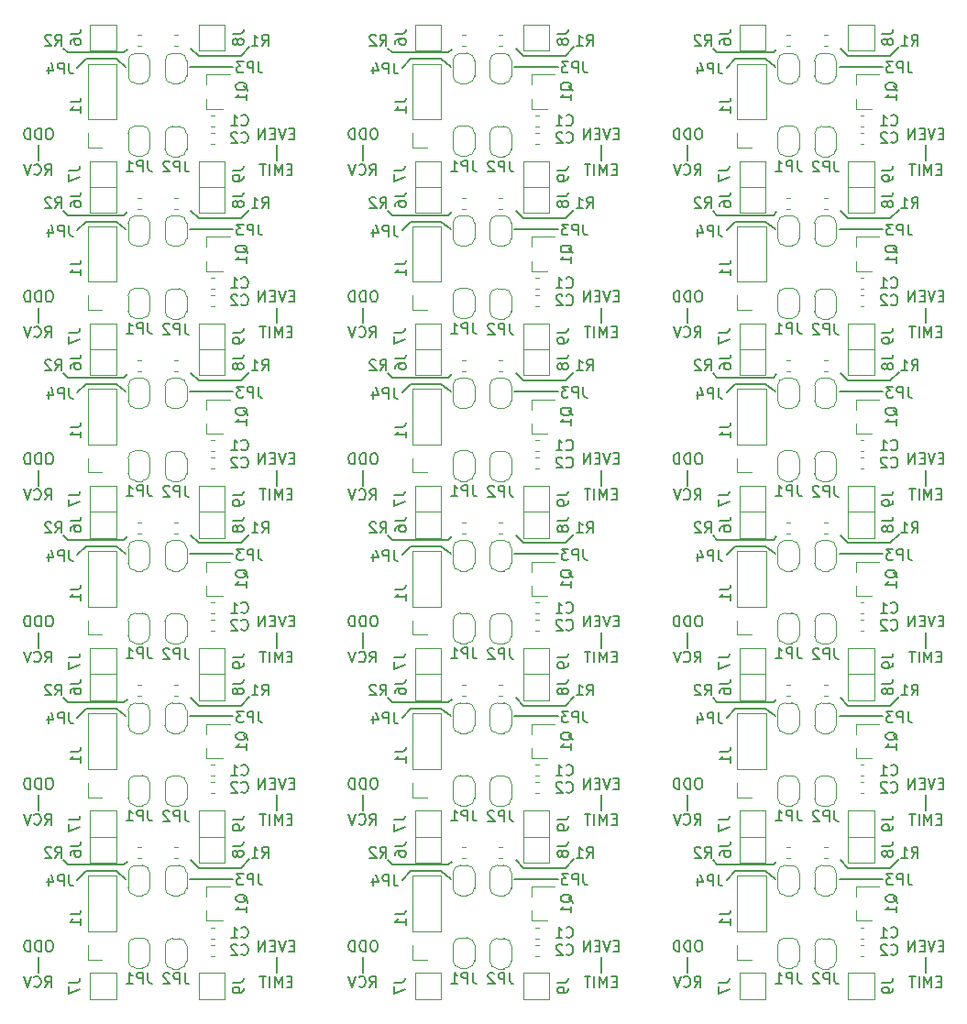
<source format=gbr>
%TF.GenerationSoftware,KiCad,Pcbnew,5.1.6-c6e7f7d~87~ubuntu18.04.1*%
%TF.CreationDate,2020-08-12T19:32:08-03:00*%
%TF.ProjectId,irStrip_v1_panel,69725374-7269-4705-9f76-315f70616e65,Rev. 1.0.1*%
%TF.SameCoordinates,Original*%
%TF.FileFunction,Legend,Bot*%
%TF.FilePolarity,Positive*%
%FSLAX46Y46*%
G04 Gerber Fmt 4.6, Leading zero omitted, Abs format (unit mm)*
G04 Created by KiCad (PCBNEW 5.1.6-c6e7f7d~87~ubuntu18.04.1) date 2020-08-12 19:32:08*
%MOMM*%
%LPD*%
G01*
G04 APERTURE LIST*
%ADD10C,0.150000*%
%ADD11C,0.120000*%
G04 APERTURE END LIST*
D10*
X170400000Y-134200000D02*
X173200000Y-134200000D01*
X168300000Y-133200000D02*
X168700000Y-133600000D01*
X167095238Y-140602380D02*
X166904761Y-140602380D01*
X166809523Y-140650000D01*
X166714285Y-140745238D01*
X166666666Y-140935714D01*
X166666666Y-141269047D01*
X166714285Y-141459523D01*
X166809523Y-141554761D01*
X166904761Y-141602380D01*
X167095238Y-141602380D01*
X167190476Y-141554761D01*
X167285714Y-141459523D01*
X167333333Y-141269047D01*
X167333333Y-140935714D01*
X167285714Y-140745238D01*
X167190476Y-140650000D01*
X167095238Y-140602380D01*
X166238095Y-141602380D02*
X166238095Y-140602380D01*
X166000000Y-140602380D01*
X165857142Y-140650000D01*
X165761904Y-140745238D01*
X165714285Y-140840476D01*
X165666666Y-141030952D01*
X165666666Y-141173809D01*
X165714285Y-141364285D01*
X165761904Y-141459523D01*
X165857142Y-141554761D01*
X166000000Y-141602380D01*
X166238095Y-141602380D01*
X165238095Y-141602380D02*
X165238095Y-140602380D01*
X165000000Y-140602380D01*
X164857142Y-140650000D01*
X164761904Y-140745238D01*
X164714285Y-140840476D01*
X164666666Y-141030952D01*
X164666666Y-141173809D01*
X164714285Y-141364285D01*
X164761904Y-141459523D01*
X164857142Y-141554761D01*
X165000000Y-141602380D01*
X165238095Y-141602380D01*
X166000000Y-143585714D02*
X166000000Y-142157142D01*
X166619047Y-144902380D02*
X166952380Y-144426190D01*
X167190476Y-144902380D02*
X167190476Y-143902380D01*
X166809523Y-143902380D01*
X166714285Y-143950000D01*
X166666666Y-143997619D01*
X166619047Y-144092857D01*
X166619047Y-144235714D01*
X166666666Y-144330952D01*
X166714285Y-144378571D01*
X166809523Y-144426190D01*
X167190476Y-144426190D01*
X165619047Y-144807142D02*
X165666666Y-144854761D01*
X165809523Y-144902380D01*
X165904761Y-144902380D01*
X166047619Y-144854761D01*
X166142857Y-144759523D01*
X166190476Y-144664285D01*
X166238095Y-144473809D01*
X166238095Y-144330952D01*
X166190476Y-144140476D01*
X166142857Y-144045238D01*
X166047619Y-143950000D01*
X165904761Y-143902380D01*
X165809523Y-143902380D01*
X165666666Y-143950000D01*
X165619047Y-143997619D01*
X165333333Y-143902380D02*
X165000000Y-144902380D01*
X164666666Y-143902380D01*
X173900000Y-133600000D02*
X174200000Y-133300000D01*
X184000000Y-134900000D02*
X180000000Y-134900000D01*
X185500000Y-133100000D02*
X184700000Y-133900000D01*
X168700000Y-133600000D02*
X173900000Y-133600000D01*
X189619047Y-141078571D02*
X189285714Y-141078571D01*
X189142857Y-141602380D02*
X189619047Y-141602380D01*
X189619047Y-140602380D01*
X189142857Y-140602380D01*
X188857142Y-140602380D02*
X188523809Y-141602380D01*
X188190476Y-140602380D01*
X187857142Y-141078571D02*
X187523809Y-141078571D01*
X187380952Y-141602380D02*
X187857142Y-141602380D01*
X187857142Y-140602380D01*
X187380952Y-140602380D01*
X186952380Y-141602380D02*
X186952380Y-140602380D01*
X186380952Y-141602380D01*
X186380952Y-140602380D01*
X188000000Y-143585714D02*
X188000000Y-142157142D01*
X189404761Y-144378571D02*
X189071428Y-144378571D01*
X188928571Y-144902380D02*
X189404761Y-144902380D01*
X189404761Y-143902380D01*
X188928571Y-143902380D01*
X188500000Y-144902380D02*
X188500000Y-143902380D01*
X188166666Y-144616666D01*
X187833333Y-143902380D01*
X187833333Y-144902380D01*
X187357142Y-144902380D02*
X187357142Y-143902380D01*
X187023809Y-143902380D02*
X186452380Y-143902380D01*
X186738095Y-144902380D02*
X186738095Y-143902380D01*
X173200000Y-134200000D02*
X174100000Y-134900000D01*
X184700000Y-133900000D02*
X180800000Y-133900000D01*
X180800000Y-133900000D02*
X180100000Y-133200000D01*
X169600000Y-135000000D02*
X170400000Y-134200000D01*
X169600000Y-120000000D02*
X170400000Y-119200000D01*
X173200000Y-119200000D02*
X174100000Y-119900000D01*
X168300000Y-118200000D02*
X168700000Y-118600000D01*
X167095238Y-125602380D02*
X166904761Y-125602380D01*
X166809523Y-125650000D01*
X166714285Y-125745238D01*
X166666666Y-125935714D01*
X166666666Y-126269047D01*
X166714285Y-126459523D01*
X166809523Y-126554761D01*
X166904761Y-126602380D01*
X167095238Y-126602380D01*
X167190476Y-126554761D01*
X167285714Y-126459523D01*
X167333333Y-126269047D01*
X167333333Y-125935714D01*
X167285714Y-125745238D01*
X167190476Y-125650000D01*
X167095238Y-125602380D01*
X166238095Y-126602380D02*
X166238095Y-125602380D01*
X166000000Y-125602380D01*
X165857142Y-125650000D01*
X165761904Y-125745238D01*
X165714285Y-125840476D01*
X165666666Y-126030952D01*
X165666666Y-126173809D01*
X165714285Y-126364285D01*
X165761904Y-126459523D01*
X165857142Y-126554761D01*
X166000000Y-126602380D01*
X166238095Y-126602380D01*
X165238095Y-126602380D02*
X165238095Y-125602380D01*
X165000000Y-125602380D01*
X164857142Y-125650000D01*
X164761904Y-125745238D01*
X164714285Y-125840476D01*
X164666666Y-126030952D01*
X164666666Y-126173809D01*
X164714285Y-126364285D01*
X164761904Y-126459523D01*
X164857142Y-126554761D01*
X165000000Y-126602380D01*
X165238095Y-126602380D01*
X166000000Y-128585714D02*
X166000000Y-127157142D01*
X166619047Y-129902380D02*
X166952380Y-129426190D01*
X167190476Y-129902380D02*
X167190476Y-128902380D01*
X166809523Y-128902380D01*
X166714285Y-128950000D01*
X166666666Y-128997619D01*
X166619047Y-129092857D01*
X166619047Y-129235714D01*
X166666666Y-129330952D01*
X166714285Y-129378571D01*
X166809523Y-129426190D01*
X167190476Y-129426190D01*
X165619047Y-129807142D02*
X165666666Y-129854761D01*
X165809523Y-129902380D01*
X165904761Y-129902380D01*
X166047619Y-129854761D01*
X166142857Y-129759523D01*
X166190476Y-129664285D01*
X166238095Y-129473809D01*
X166238095Y-129330952D01*
X166190476Y-129140476D01*
X166142857Y-129045238D01*
X166047619Y-128950000D01*
X165904761Y-128902380D01*
X165809523Y-128902380D01*
X165666666Y-128950000D01*
X165619047Y-128997619D01*
X165333333Y-128902380D02*
X165000000Y-129902380D01*
X164666666Y-128902380D01*
X173900000Y-118600000D02*
X174200000Y-118300000D01*
X184000000Y-119900000D02*
X180000000Y-119900000D01*
X185500000Y-118100000D02*
X184700000Y-118900000D01*
X168700000Y-118600000D02*
X173900000Y-118600000D01*
X180800000Y-118900000D02*
X180100000Y-118200000D01*
X189619047Y-126078571D02*
X189285714Y-126078571D01*
X189142857Y-126602380D02*
X189619047Y-126602380D01*
X189619047Y-125602380D01*
X189142857Y-125602380D01*
X188857142Y-125602380D02*
X188523809Y-126602380D01*
X188190476Y-125602380D01*
X187857142Y-126078571D02*
X187523809Y-126078571D01*
X187380952Y-126602380D02*
X187857142Y-126602380D01*
X187857142Y-125602380D01*
X187380952Y-125602380D01*
X186952380Y-126602380D02*
X186952380Y-125602380D01*
X186380952Y-126602380D01*
X186380952Y-125602380D01*
X188000000Y-128585714D02*
X188000000Y-127157142D01*
X189404761Y-129378571D02*
X189071428Y-129378571D01*
X188928571Y-129902380D02*
X189404761Y-129902380D01*
X189404761Y-128902380D01*
X188928571Y-128902380D01*
X188500000Y-129902380D02*
X188500000Y-128902380D01*
X188166666Y-129616666D01*
X187833333Y-128902380D01*
X187833333Y-129902380D01*
X187357142Y-129902380D02*
X187357142Y-128902380D01*
X187023809Y-128902380D02*
X186452380Y-128902380D01*
X186738095Y-129902380D02*
X186738095Y-128902380D01*
X170400000Y-119200000D02*
X173200000Y-119200000D01*
X184700000Y-118900000D02*
X180800000Y-118900000D01*
X184700000Y-103900000D02*
X180800000Y-103900000D01*
X169600000Y-105000000D02*
X170400000Y-104200000D01*
X173900000Y-103600000D02*
X174200000Y-103300000D01*
X184000000Y-104900000D02*
X180000000Y-104900000D01*
X185500000Y-103100000D02*
X184700000Y-103900000D01*
X168700000Y-103600000D02*
X173900000Y-103600000D01*
X173200000Y-104200000D02*
X174100000Y-104900000D01*
X168300000Y-103200000D02*
X168700000Y-103600000D01*
X167095238Y-110602380D02*
X166904761Y-110602380D01*
X166809523Y-110650000D01*
X166714285Y-110745238D01*
X166666666Y-110935714D01*
X166666666Y-111269047D01*
X166714285Y-111459523D01*
X166809523Y-111554761D01*
X166904761Y-111602380D01*
X167095238Y-111602380D01*
X167190476Y-111554761D01*
X167285714Y-111459523D01*
X167333333Y-111269047D01*
X167333333Y-110935714D01*
X167285714Y-110745238D01*
X167190476Y-110650000D01*
X167095238Y-110602380D01*
X166238095Y-111602380D02*
X166238095Y-110602380D01*
X166000000Y-110602380D01*
X165857142Y-110650000D01*
X165761904Y-110745238D01*
X165714285Y-110840476D01*
X165666666Y-111030952D01*
X165666666Y-111173809D01*
X165714285Y-111364285D01*
X165761904Y-111459523D01*
X165857142Y-111554761D01*
X166000000Y-111602380D01*
X166238095Y-111602380D01*
X165238095Y-111602380D02*
X165238095Y-110602380D01*
X165000000Y-110602380D01*
X164857142Y-110650000D01*
X164761904Y-110745238D01*
X164714285Y-110840476D01*
X164666666Y-111030952D01*
X164666666Y-111173809D01*
X164714285Y-111364285D01*
X164761904Y-111459523D01*
X164857142Y-111554761D01*
X165000000Y-111602380D01*
X165238095Y-111602380D01*
X166000000Y-113585714D02*
X166000000Y-112157142D01*
X166619047Y-114902380D02*
X166952380Y-114426190D01*
X167190476Y-114902380D02*
X167190476Y-113902380D01*
X166809523Y-113902380D01*
X166714285Y-113950000D01*
X166666666Y-113997619D01*
X166619047Y-114092857D01*
X166619047Y-114235714D01*
X166666666Y-114330952D01*
X166714285Y-114378571D01*
X166809523Y-114426190D01*
X167190476Y-114426190D01*
X165619047Y-114807142D02*
X165666666Y-114854761D01*
X165809523Y-114902380D01*
X165904761Y-114902380D01*
X166047619Y-114854761D01*
X166142857Y-114759523D01*
X166190476Y-114664285D01*
X166238095Y-114473809D01*
X166238095Y-114330952D01*
X166190476Y-114140476D01*
X166142857Y-114045238D01*
X166047619Y-113950000D01*
X165904761Y-113902380D01*
X165809523Y-113902380D01*
X165666666Y-113950000D01*
X165619047Y-113997619D01*
X165333333Y-113902380D02*
X165000000Y-114902380D01*
X164666666Y-113902380D01*
X180800000Y-103900000D02*
X180100000Y-103200000D01*
X189619047Y-111078571D02*
X189285714Y-111078571D01*
X189142857Y-111602380D02*
X189619047Y-111602380D01*
X189619047Y-110602380D01*
X189142857Y-110602380D01*
X188857142Y-110602380D02*
X188523809Y-111602380D01*
X188190476Y-110602380D01*
X187857142Y-111078571D02*
X187523809Y-111078571D01*
X187380952Y-111602380D02*
X187857142Y-111602380D01*
X187857142Y-110602380D01*
X187380952Y-110602380D01*
X186952380Y-111602380D02*
X186952380Y-110602380D01*
X186380952Y-111602380D01*
X186380952Y-110602380D01*
X188000000Y-113585714D02*
X188000000Y-112157142D01*
X189404761Y-114378571D02*
X189071428Y-114378571D01*
X188928571Y-114902380D02*
X189404761Y-114902380D01*
X189404761Y-113902380D01*
X188928571Y-113902380D01*
X188500000Y-114902380D02*
X188500000Y-113902380D01*
X188166666Y-114616666D01*
X187833333Y-113902380D01*
X187833333Y-114902380D01*
X187357142Y-114902380D02*
X187357142Y-113902380D01*
X187023809Y-113902380D02*
X186452380Y-113902380D01*
X186738095Y-114902380D02*
X186738095Y-113902380D01*
X173200000Y-89200000D02*
X174100000Y-89900000D01*
X189619047Y-96078571D02*
X189285714Y-96078571D01*
X189142857Y-96602380D02*
X189619047Y-96602380D01*
X189619047Y-95602380D01*
X189142857Y-95602380D01*
X188857142Y-95602380D02*
X188523809Y-96602380D01*
X188190476Y-95602380D01*
X187857142Y-96078571D02*
X187523809Y-96078571D01*
X187380952Y-96602380D02*
X187857142Y-96602380D01*
X187857142Y-95602380D01*
X187380952Y-95602380D01*
X186952380Y-96602380D02*
X186952380Y-95602380D01*
X186380952Y-96602380D01*
X186380952Y-95602380D01*
X188000000Y-98585714D02*
X188000000Y-97157142D01*
X189404761Y-99378571D02*
X189071428Y-99378571D01*
X188928571Y-99902380D02*
X189404761Y-99902380D01*
X189404761Y-98902380D01*
X188928571Y-98902380D01*
X188500000Y-99902380D02*
X188500000Y-98902380D01*
X188166666Y-99616666D01*
X187833333Y-98902380D01*
X187833333Y-99902380D01*
X187357142Y-99902380D02*
X187357142Y-98902380D01*
X187023809Y-98902380D02*
X186452380Y-98902380D01*
X186738095Y-99902380D02*
X186738095Y-98902380D01*
X180800000Y-88900000D02*
X180100000Y-88200000D01*
X173900000Y-88600000D02*
X174200000Y-88300000D01*
X184000000Y-89900000D02*
X180000000Y-89900000D01*
X168300000Y-88200000D02*
X168700000Y-88600000D01*
X167095238Y-95602380D02*
X166904761Y-95602380D01*
X166809523Y-95650000D01*
X166714285Y-95745238D01*
X166666666Y-95935714D01*
X166666666Y-96269047D01*
X166714285Y-96459523D01*
X166809523Y-96554761D01*
X166904761Y-96602380D01*
X167095238Y-96602380D01*
X167190476Y-96554761D01*
X167285714Y-96459523D01*
X167333333Y-96269047D01*
X167333333Y-95935714D01*
X167285714Y-95745238D01*
X167190476Y-95650000D01*
X167095238Y-95602380D01*
X166238095Y-96602380D02*
X166238095Y-95602380D01*
X166000000Y-95602380D01*
X165857142Y-95650000D01*
X165761904Y-95745238D01*
X165714285Y-95840476D01*
X165666666Y-96030952D01*
X165666666Y-96173809D01*
X165714285Y-96364285D01*
X165761904Y-96459523D01*
X165857142Y-96554761D01*
X166000000Y-96602380D01*
X166238095Y-96602380D01*
X165238095Y-96602380D02*
X165238095Y-95602380D01*
X165000000Y-95602380D01*
X164857142Y-95650000D01*
X164761904Y-95745238D01*
X164714285Y-95840476D01*
X164666666Y-96030952D01*
X164666666Y-96173809D01*
X164714285Y-96364285D01*
X164761904Y-96459523D01*
X164857142Y-96554761D01*
X165000000Y-96602380D01*
X165238095Y-96602380D01*
X166000000Y-98585714D02*
X166000000Y-97157142D01*
X166619047Y-99902380D02*
X166952380Y-99426190D01*
X167190476Y-99902380D02*
X167190476Y-98902380D01*
X166809523Y-98902380D01*
X166714285Y-98950000D01*
X166666666Y-98997619D01*
X166619047Y-99092857D01*
X166619047Y-99235714D01*
X166666666Y-99330952D01*
X166714285Y-99378571D01*
X166809523Y-99426190D01*
X167190476Y-99426190D01*
X165619047Y-99807142D02*
X165666666Y-99854761D01*
X165809523Y-99902380D01*
X165904761Y-99902380D01*
X166047619Y-99854761D01*
X166142857Y-99759523D01*
X166190476Y-99664285D01*
X166238095Y-99473809D01*
X166238095Y-99330952D01*
X166190476Y-99140476D01*
X166142857Y-99045238D01*
X166047619Y-98950000D01*
X165904761Y-98902380D01*
X165809523Y-98902380D01*
X165666666Y-98950000D01*
X165619047Y-98997619D01*
X165333333Y-98902380D02*
X165000000Y-99902380D01*
X164666666Y-98902380D01*
X184700000Y-88900000D02*
X180800000Y-88900000D01*
X169600000Y-90000000D02*
X170400000Y-89200000D01*
X167095238Y-80602380D02*
X166904761Y-80602380D01*
X166809523Y-80650000D01*
X166714285Y-80745238D01*
X166666666Y-80935714D01*
X166666666Y-81269047D01*
X166714285Y-81459523D01*
X166809523Y-81554761D01*
X166904761Y-81602380D01*
X167095238Y-81602380D01*
X167190476Y-81554761D01*
X167285714Y-81459523D01*
X167333333Y-81269047D01*
X167333333Y-80935714D01*
X167285714Y-80745238D01*
X167190476Y-80650000D01*
X167095238Y-80602380D01*
X166238095Y-81602380D02*
X166238095Y-80602380D01*
X166000000Y-80602380D01*
X165857142Y-80650000D01*
X165761904Y-80745238D01*
X165714285Y-80840476D01*
X165666666Y-81030952D01*
X165666666Y-81173809D01*
X165714285Y-81364285D01*
X165761904Y-81459523D01*
X165857142Y-81554761D01*
X166000000Y-81602380D01*
X166238095Y-81602380D01*
X165238095Y-81602380D02*
X165238095Y-80602380D01*
X165000000Y-80602380D01*
X164857142Y-80650000D01*
X164761904Y-80745238D01*
X164714285Y-80840476D01*
X164666666Y-81030952D01*
X164666666Y-81173809D01*
X164714285Y-81364285D01*
X164761904Y-81459523D01*
X164857142Y-81554761D01*
X165000000Y-81602380D01*
X165238095Y-81602380D01*
X166000000Y-83585714D02*
X166000000Y-82157142D01*
X166619047Y-84902380D02*
X166952380Y-84426190D01*
X167190476Y-84902380D02*
X167190476Y-83902380D01*
X166809523Y-83902380D01*
X166714285Y-83950000D01*
X166666666Y-83997619D01*
X166619047Y-84092857D01*
X166619047Y-84235714D01*
X166666666Y-84330952D01*
X166714285Y-84378571D01*
X166809523Y-84426190D01*
X167190476Y-84426190D01*
X165619047Y-84807142D02*
X165666666Y-84854761D01*
X165809523Y-84902380D01*
X165904761Y-84902380D01*
X166047619Y-84854761D01*
X166142857Y-84759523D01*
X166190476Y-84664285D01*
X166238095Y-84473809D01*
X166238095Y-84330952D01*
X166190476Y-84140476D01*
X166142857Y-84045238D01*
X166047619Y-83950000D01*
X165904761Y-83902380D01*
X165809523Y-83902380D01*
X165666666Y-83950000D01*
X165619047Y-83997619D01*
X165333333Y-83902380D02*
X165000000Y-84902380D01*
X164666666Y-83902380D01*
X168700000Y-88600000D02*
X173900000Y-88600000D01*
X185500000Y-88100000D02*
X184700000Y-88900000D01*
X173900000Y-73600000D02*
X174200000Y-73300000D01*
X184000000Y-74900000D02*
X180000000Y-74900000D01*
X180800000Y-58900000D02*
X180100000Y-58200000D01*
X189619047Y-81078571D02*
X189285714Y-81078571D01*
X189142857Y-81602380D02*
X189619047Y-81602380D01*
X189619047Y-80602380D01*
X189142857Y-80602380D01*
X188857142Y-80602380D02*
X188523809Y-81602380D01*
X188190476Y-80602380D01*
X187857142Y-81078571D02*
X187523809Y-81078571D01*
X187380952Y-81602380D02*
X187857142Y-81602380D01*
X187857142Y-80602380D01*
X187380952Y-80602380D01*
X186952380Y-81602380D02*
X186952380Y-80602380D01*
X186380952Y-81602380D01*
X186380952Y-80602380D01*
X188000000Y-83585714D02*
X188000000Y-82157142D01*
X189404761Y-84378571D02*
X189071428Y-84378571D01*
X188928571Y-84902380D02*
X189404761Y-84902380D01*
X189404761Y-83902380D01*
X188928571Y-83902380D01*
X188500000Y-84902380D02*
X188500000Y-83902380D01*
X188166666Y-84616666D01*
X187833333Y-83902380D01*
X187833333Y-84902380D01*
X187357142Y-84902380D02*
X187357142Y-83902380D01*
X187023809Y-83902380D02*
X186452380Y-83902380D01*
X186738095Y-84902380D02*
X186738095Y-83902380D01*
X169600000Y-75000000D02*
X170400000Y-74200000D01*
X168300000Y-73200000D02*
X168700000Y-73600000D01*
X185500000Y-73100000D02*
X184700000Y-73900000D01*
X173200000Y-59200000D02*
X174100000Y-59900000D01*
X168300000Y-58200000D02*
X168700000Y-58600000D01*
X184700000Y-73900000D02*
X180800000Y-73900000D01*
X167095238Y-65602380D02*
X166904761Y-65602380D01*
X166809523Y-65650000D01*
X166714285Y-65745238D01*
X166666666Y-65935714D01*
X166666666Y-66269047D01*
X166714285Y-66459523D01*
X166809523Y-66554761D01*
X166904761Y-66602380D01*
X167095238Y-66602380D01*
X167190476Y-66554761D01*
X167285714Y-66459523D01*
X167333333Y-66269047D01*
X167333333Y-65935714D01*
X167285714Y-65745238D01*
X167190476Y-65650000D01*
X167095238Y-65602380D01*
X166238095Y-66602380D02*
X166238095Y-65602380D01*
X166000000Y-65602380D01*
X165857142Y-65650000D01*
X165761904Y-65745238D01*
X165714285Y-65840476D01*
X165666666Y-66030952D01*
X165666666Y-66173809D01*
X165714285Y-66364285D01*
X165761904Y-66459523D01*
X165857142Y-66554761D01*
X166000000Y-66602380D01*
X166238095Y-66602380D01*
X165238095Y-66602380D02*
X165238095Y-65602380D01*
X165000000Y-65602380D01*
X164857142Y-65650000D01*
X164761904Y-65745238D01*
X164714285Y-65840476D01*
X164666666Y-66030952D01*
X164666666Y-66173809D01*
X164714285Y-66364285D01*
X164761904Y-66459523D01*
X164857142Y-66554761D01*
X165000000Y-66602380D01*
X165238095Y-66602380D01*
X166000000Y-68585714D02*
X166000000Y-67157142D01*
X166619047Y-69902380D02*
X166952380Y-69426190D01*
X167190476Y-69902380D02*
X167190476Y-68902380D01*
X166809523Y-68902380D01*
X166714285Y-68950000D01*
X166666666Y-68997619D01*
X166619047Y-69092857D01*
X166619047Y-69235714D01*
X166666666Y-69330952D01*
X166714285Y-69378571D01*
X166809523Y-69426190D01*
X167190476Y-69426190D01*
X165619047Y-69807142D02*
X165666666Y-69854761D01*
X165809523Y-69902380D01*
X165904761Y-69902380D01*
X166047619Y-69854761D01*
X166142857Y-69759523D01*
X166190476Y-69664285D01*
X166238095Y-69473809D01*
X166238095Y-69330952D01*
X166190476Y-69140476D01*
X166142857Y-69045238D01*
X166047619Y-68950000D01*
X165904761Y-68902380D01*
X165809523Y-68902380D01*
X165666666Y-68950000D01*
X165619047Y-68997619D01*
X165333333Y-68902380D02*
X165000000Y-69902380D01*
X164666666Y-68902380D01*
X170400000Y-104200000D02*
X173200000Y-104200000D01*
X184700000Y-58900000D02*
X180800000Y-58900000D01*
X173900000Y-58600000D02*
X174200000Y-58300000D01*
X184000000Y-59900000D02*
X180000000Y-59900000D01*
X185500000Y-58100000D02*
X184700000Y-58900000D01*
X168700000Y-58600000D02*
X173900000Y-58600000D01*
X170400000Y-59200000D02*
X173200000Y-59200000D01*
X170400000Y-74200000D02*
X173200000Y-74200000D01*
X189619047Y-66078571D02*
X189285714Y-66078571D01*
X189142857Y-66602380D02*
X189619047Y-66602380D01*
X189619047Y-65602380D01*
X189142857Y-65602380D01*
X188857142Y-65602380D02*
X188523809Y-66602380D01*
X188190476Y-65602380D01*
X187857142Y-66078571D02*
X187523809Y-66078571D01*
X187380952Y-66602380D02*
X187857142Y-66602380D01*
X187857142Y-65602380D01*
X187380952Y-65602380D01*
X186952380Y-66602380D02*
X186952380Y-65602380D01*
X186380952Y-66602380D01*
X186380952Y-65602380D01*
X188000000Y-68585714D02*
X188000000Y-67157142D01*
X189404761Y-69378571D02*
X189071428Y-69378571D01*
X188928571Y-69902380D02*
X189404761Y-69902380D01*
X189404761Y-68902380D01*
X188928571Y-68902380D01*
X188500000Y-69902380D02*
X188500000Y-68902380D01*
X188166666Y-69616666D01*
X187833333Y-68902380D01*
X187833333Y-69902380D01*
X187357142Y-69902380D02*
X187357142Y-68902380D01*
X187023809Y-68902380D02*
X186452380Y-68902380D01*
X186738095Y-69902380D02*
X186738095Y-68902380D01*
X168700000Y-73600000D02*
X173900000Y-73600000D01*
X173200000Y-74200000D02*
X174100000Y-74900000D01*
X170400000Y-89200000D02*
X173200000Y-89200000D01*
X180800000Y-73900000D02*
X180100000Y-73200000D01*
X169600000Y-60000000D02*
X170400000Y-59200000D01*
X140400000Y-134200000D02*
X143200000Y-134200000D01*
X138300000Y-133200000D02*
X138700000Y-133600000D01*
X137095238Y-140602380D02*
X136904761Y-140602380D01*
X136809523Y-140650000D01*
X136714285Y-140745238D01*
X136666666Y-140935714D01*
X136666666Y-141269047D01*
X136714285Y-141459523D01*
X136809523Y-141554761D01*
X136904761Y-141602380D01*
X137095238Y-141602380D01*
X137190476Y-141554761D01*
X137285714Y-141459523D01*
X137333333Y-141269047D01*
X137333333Y-140935714D01*
X137285714Y-140745238D01*
X137190476Y-140650000D01*
X137095238Y-140602380D01*
X136238095Y-141602380D02*
X136238095Y-140602380D01*
X136000000Y-140602380D01*
X135857142Y-140650000D01*
X135761904Y-140745238D01*
X135714285Y-140840476D01*
X135666666Y-141030952D01*
X135666666Y-141173809D01*
X135714285Y-141364285D01*
X135761904Y-141459523D01*
X135857142Y-141554761D01*
X136000000Y-141602380D01*
X136238095Y-141602380D01*
X135238095Y-141602380D02*
X135238095Y-140602380D01*
X135000000Y-140602380D01*
X134857142Y-140650000D01*
X134761904Y-140745238D01*
X134714285Y-140840476D01*
X134666666Y-141030952D01*
X134666666Y-141173809D01*
X134714285Y-141364285D01*
X134761904Y-141459523D01*
X134857142Y-141554761D01*
X135000000Y-141602380D01*
X135238095Y-141602380D01*
X136000000Y-143585714D02*
X136000000Y-142157142D01*
X136619047Y-144902380D02*
X136952380Y-144426190D01*
X137190476Y-144902380D02*
X137190476Y-143902380D01*
X136809523Y-143902380D01*
X136714285Y-143950000D01*
X136666666Y-143997619D01*
X136619047Y-144092857D01*
X136619047Y-144235714D01*
X136666666Y-144330952D01*
X136714285Y-144378571D01*
X136809523Y-144426190D01*
X137190476Y-144426190D01*
X135619047Y-144807142D02*
X135666666Y-144854761D01*
X135809523Y-144902380D01*
X135904761Y-144902380D01*
X136047619Y-144854761D01*
X136142857Y-144759523D01*
X136190476Y-144664285D01*
X136238095Y-144473809D01*
X136238095Y-144330952D01*
X136190476Y-144140476D01*
X136142857Y-144045238D01*
X136047619Y-143950000D01*
X135904761Y-143902380D01*
X135809523Y-143902380D01*
X135666666Y-143950000D01*
X135619047Y-143997619D01*
X135333333Y-143902380D02*
X135000000Y-144902380D01*
X134666666Y-143902380D01*
X143900000Y-133600000D02*
X144200000Y-133300000D01*
X154000000Y-134900000D02*
X150000000Y-134900000D01*
X155500000Y-133100000D02*
X154700000Y-133900000D01*
X138700000Y-133600000D02*
X143900000Y-133600000D01*
X159619047Y-141078571D02*
X159285714Y-141078571D01*
X159142857Y-141602380D02*
X159619047Y-141602380D01*
X159619047Y-140602380D01*
X159142857Y-140602380D01*
X158857142Y-140602380D02*
X158523809Y-141602380D01*
X158190476Y-140602380D01*
X157857142Y-141078571D02*
X157523809Y-141078571D01*
X157380952Y-141602380D02*
X157857142Y-141602380D01*
X157857142Y-140602380D01*
X157380952Y-140602380D01*
X156952380Y-141602380D02*
X156952380Y-140602380D01*
X156380952Y-141602380D01*
X156380952Y-140602380D01*
X158000000Y-143585714D02*
X158000000Y-142157142D01*
X159404761Y-144378571D02*
X159071428Y-144378571D01*
X158928571Y-144902380D02*
X159404761Y-144902380D01*
X159404761Y-143902380D01*
X158928571Y-143902380D01*
X158500000Y-144902380D02*
X158500000Y-143902380D01*
X158166666Y-144616666D01*
X157833333Y-143902380D01*
X157833333Y-144902380D01*
X157357142Y-144902380D02*
X157357142Y-143902380D01*
X157023809Y-143902380D02*
X156452380Y-143902380D01*
X156738095Y-144902380D02*
X156738095Y-143902380D01*
X143200000Y-134200000D02*
X144100000Y-134900000D01*
X154700000Y-133900000D02*
X150800000Y-133900000D01*
X150800000Y-133900000D02*
X150100000Y-133200000D01*
X139600000Y-135000000D02*
X140400000Y-134200000D01*
X139600000Y-120000000D02*
X140400000Y-119200000D01*
X143200000Y-119200000D02*
X144100000Y-119900000D01*
X138300000Y-118200000D02*
X138700000Y-118600000D01*
X137095238Y-125602380D02*
X136904761Y-125602380D01*
X136809523Y-125650000D01*
X136714285Y-125745238D01*
X136666666Y-125935714D01*
X136666666Y-126269047D01*
X136714285Y-126459523D01*
X136809523Y-126554761D01*
X136904761Y-126602380D01*
X137095238Y-126602380D01*
X137190476Y-126554761D01*
X137285714Y-126459523D01*
X137333333Y-126269047D01*
X137333333Y-125935714D01*
X137285714Y-125745238D01*
X137190476Y-125650000D01*
X137095238Y-125602380D01*
X136238095Y-126602380D02*
X136238095Y-125602380D01*
X136000000Y-125602380D01*
X135857142Y-125650000D01*
X135761904Y-125745238D01*
X135714285Y-125840476D01*
X135666666Y-126030952D01*
X135666666Y-126173809D01*
X135714285Y-126364285D01*
X135761904Y-126459523D01*
X135857142Y-126554761D01*
X136000000Y-126602380D01*
X136238095Y-126602380D01*
X135238095Y-126602380D02*
X135238095Y-125602380D01*
X135000000Y-125602380D01*
X134857142Y-125650000D01*
X134761904Y-125745238D01*
X134714285Y-125840476D01*
X134666666Y-126030952D01*
X134666666Y-126173809D01*
X134714285Y-126364285D01*
X134761904Y-126459523D01*
X134857142Y-126554761D01*
X135000000Y-126602380D01*
X135238095Y-126602380D01*
X136000000Y-128585714D02*
X136000000Y-127157142D01*
X136619047Y-129902380D02*
X136952380Y-129426190D01*
X137190476Y-129902380D02*
X137190476Y-128902380D01*
X136809523Y-128902380D01*
X136714285Y-128950000D01*
X136666666Y-128997619D01*
X136619047Y-129092857D01*
X136619047Y-129235714D01*
X136666666Y-129330952D01*
X136714285Y-129378571D01*
X136809523Y-129426190D01*
X137190476Y-129426190D01*
X135619047Y-129807142D02*
X135666666Y-129854761D01*
X135809523Y-129902380D01*
X135904761Y-129902380D01*
X136047619Y-129854761D01*
X136142857Y-129759523D01*
X136190476Y-129664285D01*
X136238095Y-129473809D01*
X136238095Y-129330952D01*
X136190476Y-129140476D01*
X136142857Y-129045238D01*
X136047619Y-128950000D01*
X135904761Y-128902380D01*
X135809523Y-128902380D01*
X135666666Y-128950000D01*
X135619047Y-128997619D01*
X135333333Y-128902380D02*
X135000000Y-129902380D01*
X134666666Y-128902380D01*
X143900000Y-118600000D02*
X144200000Y-118300000D01*
X154000000Y-119900000D02*
X150000000Y-119900000D01*
X155500000Y-118100000D02*
X154700000Y-118900000D01*
X138700000Y-118600000D02*
X143900000Y-118600000D01*
X150800000Y-118900000D02*
X150100000Y-118200000D01*
X159619047Y-126078571D02*
X159285714Y-126078571D01*
X159142857Y-126602380D02*
X159619047Y-126602380D01*
X159619047Y-125602380D01*
X159142857Y-125602380D01*
X158857142Y-125602380D02*
X158523809Y-126602380D01*
X158190476Y-125602380D01*
X157857142Y-126078571D02*
X157523809Y-126078571D01*
X157380952Y-126602380D02*
X157857142Y-126602380D01*
X157857142Y-125602380D01*
X157380952Y-125602380D01*
X156952380Y-126602380D02*
X156952380Y-125602380D01*
X156380952Y-126602380D01*
X156380952Y-125602380D01*
X158000000Y-128585714D02*
X158000000Y-127157142D01*
X159404761Y-129378571D02*
X159071428Y-129378571D01*
X158928571Y-129902380D02*
X159404761Y-129902380D01*
X159404761Y-128902380D01*
X158928571Y-128902380D01*
X158500000Y-129902380D02*
X158500000Y-128902380D01*
X158166666Y-129616666D01*
X157833333Y-128902380D01*
X157833333Y-129902380D01*
X157357142Y-129902380D02*
X157357142Y-128902380D01*
X157023809Y-128902380D02*
X156452380Y-128902380D01*
X156738095Y-129902380D02*
X156738095Y-128902380D01*
X140400000Y-119200000D02*
X143200000Y-119200000D01*
X154700000Y-118900000D02*
X150800000Y-118900000D01*
X154700000Y-103900000D02*
X150800000Y-103900000D01*
X139600000Y-105000000D02*
X140400000Y-104200000D01*
X143900000Y-103600000D02*
X144200000Y-103300000D01*
X154000000Y-104900000D02*
X150000000Y-104900000D01*
X155500000Y-103100000D02*
X154700000Y-103900000D01*
X138700000Y-103600000D02*
X143900000Y-103600000D01*
X143200000Y-104200000D02*
X144100000Y-104900000D01*
X138300000Y-103200000D02*
X138700000Y-103600000D01*
X137095238Y-110602380D02*
X136904761Y-110602380D01*
X136809523Y-110650000D01*
X136714285Y-110745238D01*
X136666666Y-110935714D01*
X136666666Y-111269047D01*
X136714285Y-111459523D01*
X136809523Y-111554761D01*
X136904761Y-111602380D01*
X137095238Y-111602380D01*
X137190476Y-111554761D01*
X137285714Y-111459523D01*
X137333333Y-111269047D01*
X137333333Y-110935714D01*
X137285714Y-110745238D01*
X137190476Y-110650000D01*
X137095238Y-110602380D01*
X136238095Y-111602380D02*
X136238095Y-110602380D01*
X136000000Y-110602380D01*
X135857142Y-110650000D01*
X135761904Y-110745238D01*
X135714285Y-110840476D01*
X135666666Y-111030952D01*
X135666666Y-111173809D01*
X135714285Y-111364285D01*
X135761904Y-111459523D01*
X135857142Y-111554761D01*
X136000000Y-111602380D01*
X136238095Y-111602380D01*
X135238095Y-111602380D02*
X135238095Y-110602380D01*
X135000000Y-110602380D01*
X134857142Y-110650000D01*
X134761904Y-110745238D01*
X134714285Y-110840476D01*
X134666666Y-111030952D01*
X134666666Y-111173809D01*
X134714285Y-111364285D01*
X134761904Y-111459523D01*
X134857142Y-111554761D01*
X135000000Y-111602380D01*
X135238095Y-111602380D01*
X136000000Y-113585714D02*
X136000000Y-112157142D01*
X136619047Y-114902380D02*
X136952380Y-114426190D01*
X137190476Y-114902380D02*
X137190476Y-113902380D01*
X136809523Y-113902380D01*
X136714285Y-113950000D01*
X136666666Y-113997619D01*
X136619047Y-114092857D01*
X136619047Y-114235714D01*
X136666666Y-114330952D01*
X136714285Y-114378571D01*
X136809523Y-114426190D01*
X137190476Y-114426190D01*
X135619047Y-114807142D02*
X135666666Y-114854761D01*
X135809523Y-114902380D01*
X135904761Y-114902380D01*
X136047619Y-114854761D01*
X136142857Y-114759523D01*
X136190476Y-114664285D01*
X136238095Y-114473809D01*
X136238095Y-114330952D01*
X136190476Y-114140476D01*
X136142857Y-114045238D01*
X136047619Y-113950000D01*
X135904761Y-113902380D01*
X135809523Y-113902380D01*
X135666666Y-113950000D01*
X135619047Y-113997619D01*
X135333333Y-113902380D02*
X135000000Y-114902380D01*
X134666666Y-113902380D01*
X150800000Y-103900000D02*
X150100000Y-103200000D01*
X159619047Y-111078571D02*
X159285714Y-111078571D01*
X159142857Y-111602380D02*
X159619047Y-111602380D01*
X159619047Y-110602380D01*
X159142857Y-110602380D01*
X158857142Y-110602380D02*
X158523809Y-111602380D01*
X158190476Y-110602380D01*
X157857142Y-111078571D02*
X157523809Y-111078571D01*
X157380952Y-111602380D02*
X157857142Y-111602380D01*
X157857142Y-110602380D01*
X157380952Y-110602380D01*
X156952380Y-111602380D02*
X156952380Y-110602380D01*
X156380952Y-111602380D01*
X156380952Y-110602380D01*
X158000000Y-113585714D02*
X158000000Y-112157142D01*
X159404761Y-114378571D02*
X159071428Y-114378571D01*
X158928571Y-114902380D02*
X159404761Y-114902380D01*
X159404761Y-113902380D01*
X158928571Y-113902380D01*
X158500000Y-114902380D02*
X158500000Y-113902380D01*
X158166666Y-114616666D01*
X157833333Y-113902380D01*
X157833333Y-114902380D01*
X157357142Y-114902380D02*
X157357142Y-113902380D01*
X157023809Y-113902380D02*
X156452380Y-113902380D01*
X156738095Y-114902380D02*
X156738095Y-113902380D01*
X143200000Y-89200000D02*
X144100000Y-89900000D01*
X159619047Y-96078571D02*
X159285714Y-96078571D01*
X159142857Y-96602380D02*
X159619047Y-96602380D01*
X159619047Y-95602380D01*
X159142857Y-95602380D01*
X158857142Y-95602380D02*
X158523809Y-96602380D01*
X158190476Y-95602380D01*
X157857142Y-96078571D02*
X157523809Y-96078571D01*
X157380952Y-96602380D02*
X157857142Y-96602380D01*
X157857142Y-95602380D01*
X157380952Y-95602380D01*
X156952380Y-96602380D02*
X156952380Y-95602380D01*
X156380952Y-96602380D01*
X156380952Y-95602380D01*
X158000000Y-98585714D02*
X158000000Y-97157142D01*
X159404761Y-99378571D02*
X159071428Y-99378571D01*
X158928571Y-99902380D02*
X159404761Y-99902380D01*
X159404761Y-98902380D01*
X158928571Y-98902380D01*
X158500000Y-99902380D02*
X158500000Y-98902380D01*
X158166666Y-99616666D01*
X157833333Y-98902380D01*
X157833333Y-99902380D01*
X157357142Y-99902380D02*
X157357142Y-98902380D01*
X157023809Y-98902380D02*
X156452380Y-98902380D01*
X156738095Y-99902380D02*
X156738095Y-98902380D01*
X150800000Y-88900000D02*
X150100000Y-88200000D01*
X143900000Y-88600000D02*
X144200000Y-88300000D01*
X154000000Y-89900000D02*
X150000000Y-89900000D01*
X138300000Y-88200000D02*
X138700000Y-88600000D01*
X137095238Y-95602380D02*
X136904761Y-95602380D01*
X136809523Y-95650000D01*
X136714285Y-95745238D01*
X136666666Y-95935714D01*
X136666666Y-96269047D01*
X136714285Y-96459523D01*
X136809523Y-96554761D01*
X136904761Y-96602380D01*
X137095238Y-96602380D01*
X137190476Y-96554761D01*
X137285714Y-96459523D01*
X137333333Y-96269047D01*
X137333333Y-95935714D01*
X137285714Y-95745238D01*
X137190476Y-95650000D01*
X137095238Y-95602380D01*
X136238095Y-96602380D02*
X136238095Y-95602380D01*
X136000000Y-95602380D01*
X135857142Y-95650000D01*
X135761904Y-95745238D01*
X135714285Y-95840476D01*
X135666666Y-96030952D01*
X135666666Y-96173809D01*
X135714285Y-96364285D01*
X135761904Y-96459523D01*
X135857142Y-96554761D01*
X136000000Y-96602380D01*
X136238095Y-96602380D01*
X135238095Y-96602380D02*
X135238095Y-95602380D01*
X135000000Y-95602380D01*
X134857142Y-95650000D01*
X134761904Y-95745238D01*
X134714285Y-95840476D01*
X134666666Y-96030952D01*
X134666666Y-96173809D01*
X134714285Y-96364285D01*
X134761904Y-96459523D01*
X134857142Y-96554761D01*
X135000000Y-96602380D01*
X135238095Y-96602380D01*
X136000000Y-98585714D02*
X136000000Y-97157142D01*
X136619047Y-99902380D02*
X136952380Y-99426190D01*
X137190476Y-99902380D02*
X137190476Y-98902380D01*
X136809523Y-98902380D01*
X136714285Y-98950000D01*
X136666666Y-98997619D01*
X136619047Y-99092857D01*
X136619047Y-99235714D01*
X136666666Y-99330952D01*
X136714285Y-99378571D01*
X136809523Y-99426190D01*
X137190476Y-99426190D01*
X135619047Y-99807142D02*
X135666666Y-99854761D01*
X135809523Y-99902380D01*
X135904761Y-99902380D01*
X136047619Y-99854761D01*
X136142857Y-99759523D01*
X136190476Y-99664285D01*
X136238095Y-99473809D01*
X136238095Y-99330952D01*
X136190476Y-99140476D01*
X136142857Y-99045238D01*
X136047619Y-98950000D01*
X135904761Y-98902380D01*
X135809523Y-98902380D01*
X135666666Y-98950000D01*
X135619047Y-98997619D01*
X135333333Y-98902380D02*
X135000000Y-99902380D01*
X134666666Y-98902380D01*
X154700000Y-88900000D02*
X150800000Y-88900000D01*
X139600000Y-90000000D02*
X140400000Y-89200000D01*
X137095238Y-80602380D02*
X136904761Y-80602380D01*
X136809523Y-80650000D01*
X136714285Y-80745238D01*
X136666666Y-80935714D01*
X136666666Y-81269047D01*
X136714285Y-81459523D01*
X136809523Y-81554761D01*
X136904761Y-81602380D01*
X137095238Y-81602380D01*
X137190476Y-81554761D01*
X137285714Y-81459523D01*
X137333333Y-81269047D01*
X137333333Y-80935714D01*
X137285714Y-80745238D01*
X137190476Y-80650000D01*
X137095238Y-80602380D01*
X136238095Y-81602380D02*
X136238095Y-80602380D01*
X136000000Y-80602380D01*
X135857142Y-80650000D01*
X135761904Y-80745238D01*
X135714285Y-80840476D01*
X135666666Y-81030952D01*
X135666666Y-81173809D01*
X135714285Y-81364285D01*
X135761904Y-81459523D01*
X135857142Y-81554761D01*
X136000000Y-81602380D01*
X136238095Y-81602380D01*
X135238095Y-81602380D02*
X135238095Y-80602380D01*
X135000000Y-80602380D01*
X134857142Y-80650000D01*
X134761904Y-80745238D01*
X134714285Y-80840476D01*
X134666666Y-81030952D01*
X134666666Y-81173809D01*
X134714285Y-81364285D01*
X134761904Y-81459523D01*
X134857142Y-81554761D01*
X135000000Y-81602380D01*
X135238095Y-81602380D01*
X136000000Y-83585714D02*
X136000000Y-82157142D01*
X136619047Y-84902380D02*
X136952380Y-84426190D01*
X137190476Y-84902380D02*
X137190476Y-83902380D01*
X136809523Y-83902380D01*
X136714285Y-83950000D01*
X136666666Y-83997619D01*
X136619047Y-84092857D01*
X136619047Y-84235714D01*
X136666666Y-84330952D01*
X136714285Y-84378571D01*
X136809523Y-84426190D01*
X137190476Y-84426190D01*
X135619047Y-84807142D02*
X135666666Y-84854761D01*
X135809523Y-84902380D01*
X135904761Y-84902380D01*
X136047619Y-84854761D01*
X136142857Y-84759523D01*
X136190476Y-84664285D01*
X136238095Y-84473809D01*
X136238095Y-84330952D01*
X136190476Y-84140476D01*
X136142857Y-84045238D01*
X136047619Y-83950000D01*
X135904761Y-83902380D01*
X135809523Y-83902380D01*
X135666666Y-83950000D01*
X135619047Y-83997619D01*
X135333333Y-83902380D02*
X135000000Y-84902380D01*
X134666666Y-83902380D01*
X138700000Y-88600000D02*
X143900000Y-88600000D01*
X155500000Y-88100000D02*
X154700000Y-88900000D01*
X143900000Y-73600000D02*
X144200000Y-73300000D01*
X154000000Y-74900000D02*
X150000000Y-74900000D01*
X150800000Y-58900000D02*
X150100000Y-58200000D01*
X159619047Y-81078571D02*
X159285714Y-81078571D01*
X159142857Y-81602380D02*
X159619047Y-81602380D01*
X159619047Y-80602380D01*
X159142857Y-80602380D01*
X158857142Y-80602380D02*
X158523809Y-81602380D01*
X158190476Y-80602380D01*
X157857142Y-81078571D02*
X157523809Y-81078571D01*
X157380952Y-81602380D02*
X157857142Y-81602380D01*
X157857142Y-80602380D01*
X157380952Y-80602380D01*
X156952380Y-81602380D02*
X156952380Y-80602380D01*
X156380952Y-81602380D01*
X156380952Y-80602380D01*
X158000000Y-83585714D02*
X158000000Y-82157142D01*
X159404761Y-84378571D02*
X159071428Y-84378571D01*
X158928571Y-84902380D02*
X159404761Y-84902380D01*
X159404761Y-83902380D01*
X158928571Y-83902380D01*
X158500000Y-84902380D02*
X158500000Y-83902380D01*
X158166666Y-84616666D01*
X157833333Y-83902380D01*
X157833333Y-84902380D01*
X157357142Y-84902380D02*
X157357142Y-83902380D01*
X157023809Y-83902380D02*
X156452380Y-83902380D01*
X156738095Y-84902380D02*
X156738095Y-83902380D01*
X139600000Y-75000000D02*
X140400000Y-74200000D01*
X138300000Y-73200000D02*
X138700000Y-73600000D01*
X155500000Y-73100000D02*
X154700000Y-73900000D01*
X143200000Y-59200000D02*
X144100000Y-59900000D01*
X138300000Y-58200000D02*
X138700000Y-58600000D01*
X154700000Y-73900000D02*
X150800000Y-73900000D01*
X137095238Y-65602380D02*
X136904761Y-65602380D01*
X136809523Y-65650000D01*
X136714285Y-65745238D01*
X136666666Y-65935714D01*
X136666666Y-66269047D01*
X136714285Y-66459523D01*
X136809523Y-66554761D01*
X136904761Y-66602380D01*
X137095238Y-66602380D01*
X137190476Y-66554761D01*
X137285714Y-66459523D01*
X137333333Y-66269047D01*
X137333333Y-65935714D01*
X137285714Y-65745238D01*
X137190476Y-65650000D01*
X137095238Y-65602380D01*
X136238095Y-66602380D02*
X136238095Y-65602380D01*
X136000000Y-65602380D01*
X135857142Y-65650000D01*
X135761904Y-65745238D01*
X135714285Y-65840476D01*
X135666666Y-66030952D01*
X135666666Y-66173809D01*
X135714285Y-66364285D01*
X135761904Y-66459523D01*
X135857142Y-66554761D01*
X136000000Y-66602380D01*
X136238095Y-66602380D01*
X135238095Y-66602380D02*
X135238095Y-65602380D01*
X135000000Y-65602380D01*
X134857142Y-65650000D01*
X134761904Y-65745238D01*
X134714285Y-65840476D01*
X134666666Y-66030952D01*
X134666666Y-66173809D01*
X134714285Y-66364285D01*
X134761904Y-66459523D01*
X134857142Y-66554761D01*
X135000000Y-66602380D01*
X135238095Y-66602380D01*
X136000000Y-68585714D02*
X136000000Y-67157142D01*
X136619047Y-69902380D02*
X136952380Y-69426190D01*
X137190476Y-69902380D02*
X137190476Y-68902380D01*
X136809523Y-68902380D01*
X136714285Y-68950000D01*
X136666666Y-68997619D01*
X136619047Y-69092857D01*
X136619047Y-69235714D01*
X136666666Y-69330952D01*
X136714285Y-69378571D01*
X136809523Y-69426190D01*
X137190476Y-69426190D01*
X135619047Y-69807142D02*
X135666666Y-69854761D01*
X135809523Y-69902380D01*
X135904761Y-69902380D01*
X136047619Y-69854761D01*
X136142857Y-69759523D01*
X136190476Y-69664285D01*
X136238095Y-69473809D01*
X136238095Y-69330952D01*
X136190476Y-69140476D01*
X136142857Y-69045238D01*
X136047619Y-68950000D01*
X135904761Y-68902380D01*
X135809523Y-68902380D01*
X135666666Y-68950000D01*
X135619047Y-68997619D01*
X135333333Y-68902380D02*
X135000000Y-69902380D01*
X134666666Y-68902380D01*
X140400000Y-104200000D02*
X143200000Y-104200000D01*
X154700000Y-58900000D02*
X150800000Y-58900000D01*
X143900000Y-58600000D02*
X144200000Y-58300000D01*
X154000000Y-59900000D02*
X150000000Y-59900000D01*
X155500000Y-58100000D02*
X154700000Y-58900000D01*
X138700000Y-58600000D02*
X143900000Y-58600000D01*
X140400000Y-59200000D02*
X143200000Y-59200000D01*
X140400000Y-74200000D02*
X143200000Y-74200000D01*
X159619047Y-66078571D02*
X159285714Y-66078571D01*
X159142857Y-66602380D02*
X159619047Y-66602380D01*
X159619047Y-65602380D01*
X159142857Y-65602380D01*
X158857142Y-65602380D02*
X158523809Y-66602380D01*
X158190476Y-65602380D01*
X157857142Y-66078571D02*
X157523809Y-66078571D01*
X157380952Y-66602380D02*
X157857142Y-66602380D01*
X157857142Y-65602380D01*
X157380952Y-65602380D01*
X156952380Y-66602380D02*
X156952380Y-65602380D01*
X156380952Y-66602380D01*
X156380952Y-65602380D01*
X158000000Y-68585714D02*
X158000000Y-67157142D01*
X159404761Y-69378571D02*
X159071428Y-69378571D01*
X158928571Y-69902380D02*
X159404761Y-69902380D01*
X159404761Y-68902380D01*
X158928571Y-68902380D01*
X158500000Y-69902380D02*
X158500000Y-68902380D01*
X158166666Y-69616666D01*
X157833333Y-68902380D01*
X157833333Y-69902380D01*
X157357142Y-69902380D02*
X157357142Y-68902380D01*
X157023809Y-68902380D02*
X156452380Y-68902380D01*
X156738095Y-69902380D02*
X156738095Y-68902380D01*
X138700000Y-73600000D02*
X143900000Y-73600000D01*
X143200000Y-74200000D02*
X144100000Y-74900000D01*
X140400000Y-89200000D02*
X143200000Y-89200000D01*
X150800000Y-73900000D02*
X150100000Y-73200000D01*
X139600000Y-60000000D02*
X140400000Y-59200000D01*
X120800000Y-133900000D02*
X120100000Y-133200000D01*
X113200000Y-134200000D02*
X114100000Y-134900000D01*
X108300000Y-133200000D02*
X108700000Y-133600000D01*
X107095238Y-140602380D02*
X106904761Y-140602380D01*
X106809523Y-140650000D01*
X106714285Y-140745238D01*
X106666666Y-140935714D01*
X106666666Y-141269047D01*
X106714285Y-141459523D01*
X106809523Y-141554761D01*
X106904761Y-141602380D01*
X107095238Y-141602380D01*
X107190476Y-141554761D01*
X107285714Y-141459523D01*
X107333333Y-141269047D01*
X107333333Y-140935714D01*
X107285714Y-140745238D01*
X107190476Y-140650000D01*
X107095238Y-140602380D01*
X106238095Y-141602380D02*
X106238095Y-140602380D01*
X106000000Y-140602380D01*
X105857142Y-140650000D01*
X105761904Y-140745238D01*
X105714285Y-140840476D01*
X105666666Y-141030952D01*
X105666666Y-141173809D01*
X105714285Y-141364285D01*
X105761904Y-141459523D01*
X105857142Y-141554761D01*
X106000000Y-141602380D01*
X106238095Y-141602380D01*
X105238095Y-141602380D02*
X105238095Y-140602380D01*
X105000000Y-140602380D01*
X104857142Y-140650000D01*
X104761904Y-140745238D01*
X104714285Y-140840476D01*
X104666666Y-141030952D01*
X104666666Y-141173809D01*
X104714285Y-141364285D01*
X104761904Y-141459523D01*
X104857142Y-141554761D01*
X105000000Y-141602380D01*
X105238095Y-141602380D01*
X106000000Y-143585714D02*
X106000000Y-142157142D01*
X106619047Y-144902380D02*
X106952380Y-144426190D01*
X107190476Y-144902380D02*
X107190476Y-143902380D01*
X106809523Y-143902380D01*
X106714285Y-143950000D01*
X106666666Y-143997619D01*
X106619047Y-144092857D01*
X106619047Y-144235714D01*
X106666666Y-144330952D01*
X106714285Y-144378571D01*
X106809523Y-144426190D01*
X107190476Y-144426190D01*
X105619047Y-144807142D02*
X105666666Y-144854761D01*
X105809523Y-144902380D01*
X105904761Y-144902380D01*
X106047619Y-144854761D01*
X106142857Y-144759523D01*
X106190476Y-144664285D01*
X106238095Y-144473809D01*
X106238095Y-144330952D01*
X106190476Y-144140476D01*
X106142857Y-144045238D01*
X106047619Y-143950000D01*
X105904761Y-143902380D01*
X105809523Y-143902380D01*
X105666666Y-143950000D01*
X105619047Y-143997619D01*
X105333333Y-143902380D02*
X105000000Y-144902380D01*
X104666666Y-143902380D01*
X124700000Y-133900000D02*
X120800000Y-133900000D01*
X113900000Y-133600000D02*
X114200000Y-133300000D01*
X124000000Y-134900000D02*
X120000000Y-134900000D01*
X125500000Y-133100000D02*
X124700000Y-133900000D01*
X108700000Y-133600000D02*
X113900000Y-133600000D01*
X110400000Y-134200000D02*
X113200000Y-134200000D01*
X129619047Y-141078571D02*
X129285714Y-141078571D01*
X129142857Y-141602380D02*
X129619047Y-141602380D01*
X129619047Y-140602380D01*
X129142857Y-140602380D01*
X128857142Y-140602380D02*
X128523809Y-141602380D01*
X128190476Y-140602380D01*
X127857142Y-141078571D02*
X127523809Y-141078571D01*
X127380952Y-141602380D02*
X127857142Y-141602380D01*
X127857142Y-140602380D01*
X127380952Y-140602380D01*
X126952380Y-141602380D02*
X126952380Y-140602380D01*
X126380952Y-141602380D01*
X126380952Y-140602380D01*
X128000000Y-143585714D02*
X128000000Y-142157142D01*
X129404761Y-144378571D02*
X129071428Y-144378571D01*
X128928571Y-144902380D02*
X129404761Y-144902380D01*
X129404761Y-143902380D01*
X128928571Y-143902380D01*
X128500000Y-144902380D02*
X128500000Y-143902380D01*
X128166666Y-144616666D01*
X127833333Y-143902380D01*
X127833333Y-144902380D01*
X127357142Y-144902380D02*
X127357142Y-143902380D01*
X127023809Y-143902380D02*
X126452380Y-143902380D01*
X126738095Y-144902380D02*
X126738095Y-143902380D01*
X109600000Y-135000000D02*
X110400000Y-134200000D01*
X120800000Y-118900000D02*
X120100000Y-118200000D01*
X113200000Y-119200000D02*
X114100000Y-119900000D01*
X108300000Y-118200000D02*
X108700000Y-118600000D01*
X107095238Y-125602380D02*
X106904761Y-125602380D01*
X106809523Y-125650000D01*
X106714285Y-125745238D01*
X106666666Y-125935714D01*
X106666666Y-126269047D01*
X106714285Y-126459523D01*
X106809523Y-126554761D01*
X106904761Y-126602380D01*
X107095238Y-126602380D01*
X107190476Y-126554761D01*
X107285714Y-126459523D01*
X107333333Y-126269047D01*
X107333333Y-125935714D01*
X107285714Y-125745238D01*
X107190476Y-125650000D01*
X107095238Y-125602380D01*
X106238095Y-126602380D02*
X106238095Y-125602380D01*
X106000000Y-125602380D01*
X105857142Y-125650000D01*
X105761904Y-125745238D01*
X105714285Y-125840476D01*
X105666666Y-126030952D01*
X105666666Y-126173809D01*
X105714285Y-126364285D01*
X105761904Y-126459523D01*
X105857142Y-126554761D01*
X106000000Y-126602380D01*
X106238095Y-126602380D01*
X105238095Y-126602380D02*
X105238095Y-125602380D01*
X105000000Y-125602380D01*
X104857142Y-125650000D01*
X104761904Y-125745238D01*
X104714285Y-125840476D01*
X104666666Y-126030952D01*
X104666666Y-126173809D01*
X104714285Y-126364285D01*
X104761904Y-126459523D01*
X104857142Y-126554761D01*
X105000000Y-126602380D01*
X105238095Y-126602380D01*
X106000000Y-128585714D02*
X106000000Y-127157142D01*
X106619047Y-129902380D02*
X106952380Y-129426190D01*
X107190476Y-129902380D02*
X107190476Y-128902380D01*
X106809523Y-128902380D01*
X106714285Y-128950000D01*
X106666666Y-128997619D01*
X106619047Y-129092857D01*
X106619047Y-129235714D01*
X106666666Y-129330952D01*
X106714285Y-129378571D01*
X106809523Y-129426190D01*
X107190476Y-129426190D01*
X105619047Y-129807142D02*
X105666666Y-129854761D01*
X105809523Y-129902380D01*
X105904761Y-129902380D01*
X106047619Y-129854761D01*
X106142857Y-129759523D01*
X106190476Y-129664285D01*
X106238095Y-129473809D01*
X106238095Y-129330952D01*
X106190476Y-129140476D01*
X106142857Y-129045238D01*
X106047619Y-128950000D01*
X105904761Y-128902380D01*
X105809523Y-128902380D01*
X105666666Y-128950000D01*
X105619047Y-128997619D01*
X105333333Y-128902380D02*
X105000000Y-129902380D01*
X104666666Y-128902380D01*
X124700000Y-118900000D02*
X120800000Y-118900000D01*
X113900000Y-118600000D02*
X114200000Y-118300000D01*
X124000000Y-119900000D02*
X120000000Y-119900000D01*
X125500000Y-118100000D02*
X124700000Y-118900000D01*
X108700000Y-118600000D02*
X113900000Y-118600000D01*
X110400000Y-119200000D02*
X113200000Y-119200000D01*
X129619047Y-126078571D02*
X129285714Y-126078571D01*
X129142857Y-126602380D02*
X129619047Y-126602380D01*
X129619047Y-125602380D01*
X129142857Y-125602380D01*
X128857142Y-125602380D02*
X128523809Y-126602380D01*
X128190476Y-125602380D01*
X127857142Y-126078571D02*
X127523809Y-126078571D01*
X127380952Y-126602380D02*
X127857142Y-126602380D01*
X127857142Y-125602380D01*
X127380952Y-125602380D01*
X126952380Y-126602380D02*
X126952380Y-125602380D01*
X126380952Y-126602380D01*
X126380952Y-125602380D01*
X128000000Y-128585714D02*
X128000000Y-127157142D01*
X129404761Y-129378571D02*
X129071428Y-129378571D01*
X128928571Y-129902380D02*
X129404761Y-129902380D01*
X129404761Y-128902380D01*
X128928571Y-128902380D01*
X128500000Y-129902380D02*
X128500000Y-128902380D01*
X128166666Y-129616666D01*
X127833333Y-128902380D01*
X127833333Y-129902380D01*
X127357142Y-129902380D02*
X127357142Y-128902380D01*
X127023809Y-128902380D02*
X126452380Y-128902380D01*
X126738095Y-129902380D02*
X126738095Y-128902380D01*
X109600000Y-120000000D02*
X110400000Y-119200000D01*
X120800000Y-103900000D02*
X120100000Y-103200000D01*
X113200000Y-104200000D02*
X114100000Y-104900000D01*
X108300000Y-103200000D02*
X108700000Y-103600000D01*
X107095238Y-110602380D02*
X106904761Y-110602380D01*
X106809523Y-110650000D01*
X106714285Y-110745238D01*
X106666666Y-110935714D01*
X106666666Y-111269047D01*
X106714285Y-111459523D01*
X106809523Y-111554761D01*
X106904761Y-111602380D01*
X107095238Y-111602380D01*
X107190476Y-111554761D01*
X107285714Y-111459523D01*
X107333333Y-111269047D01*
X107333333Y-110935714D01*
X107285714Y-110745238D01*
X107190476Y-110650000D01*
X107095238Y-110602380D01*
X106238095Y-111602380D02*
X106238095Y-110602380D01*
X106000000Y-110602380D01*
X105857142Y-110650000D01*
X105761904Y-110745238D01*
X105714285Y-110840476D01*
X105666666Y-111030952D01*
X105666666Y-111173809D01*
X105714285Y-111364285D01*
X105761904Y-111459523D01*
X105857142Y-111554761D01*
X106000000Y-111602380D01*
X106238095Y-111602380D01*
X105238095Y-111602380D02*
X105238095Y-110602380D01*
X105000000Y-110602380D01*
X104857142Y-110650000D01*
X104761904Y-110745238D01*
X104714285Y-110840476D01*
X104666666Y-111030952D01*
X104666666Y-111173809D01*
X104714285Y-111364285D01*
X104761904Y-111459523D01*
X104857142Y-111554761D01*
X105000000Y-111602380D01*
X105238095Y-111602380D01*
X106000000Y-113585714D02*
X106000000Y-112157142D01*
X106619047Y-114902380D02*
X106952380Y-114426190D01*
X107190476Y-114902380D02*
X107190476Y-113902380D01*
X106809523Y-113902380D01*
X106714285Y-113950000D01*
X106666666Y-113997619D01*
X106619047Y-114092857D01*
X106619047Y-114235714D01*
X106666666Y-114330952D01*
X106714285Y-114378571D01*
X106809523Y-114426190D01*
X107190476Y-114426190D01*
X105619047Y-114807142D02*
X105666666Y-114854761D01*
X105809523Y-114902380D01*
X105904761Y-114902380D01*
X106047619Y-114854761D01*
X106142857Y-114759523D01*
X106190476Y-114664285D01*
X106238095Y-114473809D01*
X106238095Y-114330952D01*
X106190476Y-114140476D01*
X106142857Y-114045238D01*
X106047619Y-113950000D01*
X105904761Y-113902380D01*
X105809523Y-113902380D01*
X105666666Y-113950000D01*
X105619047Y-113997619D01*
X105333333Y-113902380D02*
X105000000Y-114902380D01*
X104666666Y-113902380D01*
X124700000Y-103900000D02*
X120800000Y-103900000D01*
X113900000Y-103600000D02*
X114200000Y-103300000D01*
X124000000Y-104900000D02*
X120000000Y-104900000D01*
X125500000Y-103100000D02*
X124700000Y-103900000D01*
X108700000Y-103600000D02*
X113900000Y-103600000D01*
X110400000Y-104200000D02*
X113200000Y-104200000D01*
X129619047Y-111078571D02*
X129285714Y-111078571D01*
X129142857Y-111602380D02*
X129619047Y-111602380D01*
X129619047Y-110602380D01*
X129142857Y-110602380D01*
X128857142Y-110602380D02*
X128523809Y-111602380D01*
X128190476Y-110602380D01*
X127857142Y-111078571D02*
X127523809Y-111078571D01*
X127380952Y-111602380D02*
X127857142Y-111602380D01*
X127857142Y-110602380D01*
X127380952Y-110602380D01*
X126952380Y-111602380D02*
X126952380Y-110602380D01*
X126380952Y-111602380D01*
X126380952Y-110602380D01*
X128000000Y-113585714D02*
X128000000Y-112157142D01*
X129404761Y-114378571D02*
X129071428Y-114378571D01*
X128928571Y-114902380D02*
X129404761Y-114902380D01*
X129404761Y-113902380D01*
X128928571Y-113902380D01*
X128500000Y-114902380D02*
X128500000Y-113902380D01*
X128166666Y-114616666D01*
X127833333Y-113902380D01*
X127833333Y-114902380D01*
X127357142Y-114902380D02*
X127357142Y-113902380D01*
X127023809Y-113902380D02*
X126452380Y-113902380D01*
X126738095Y-114902380D02*
X126738095Y-113902380D01*
X109600000Y-105000000D02*
X110400000Y-104200000D01*
X120800000Y-88900000D02*
X120100000Y-88200000D01*
X113200000Y-89200000D02*
X114100000Y-89900000D01*
X108300000Y-88200000D02*
X108700000Y-88600000D01*
X107095238Y-95602380D02*
X106904761Y-95602380D01*
X106809523Y-95650000D01*
X106714285Y-95745238D01*
X106666666Y-95935714D01*
X106666666Y-96269047D01*
X106714285Y-96459523D01*
X106809523Y-96554761D01*
X106904761Y-96602380D01*
X107095238Y-96602380D01*
X107190476Y-96554761D01*
X107285714Y-96459523D01*
X107333333Y-96269047D01*
X107333333Y-95935714D01*
X107285714Y-95745238D01*
X107190476Y-95650000D01*
X107095238Y-95602380D01*
X106238095Y-96602380D02*
X106238095Y-95602380D01*
X106000000Y-95602380D01*
X105857142Y-95650000D01*
X105761904Y-95745238D01*
X105714285Y-95840476D01*
X105666666Y-96030952D01*
X105666666Y-96173809D01*
X105714285Y-96364285D01*
X105761904Y-96459523D01*
X105857142Y-96554761D01*
X106000000Y-96602380D01*
X106238095Y-96602380D01*
X105238095Y-96602380D02*
X105238095Y-95602380D01*
X105000000Y-95602380D01*
X104857142Y-95650000D01*
X104761904Y-95745238D01*
X104714285Y-95840476D01*
X104666666Y-96030952D01*
X104666666Y-96173809D01*
X104714285Y-96364285D01*
X104761904Y-96459523D01*
X104857142Y-96554761D01*
X105000000Y-96602380D01*
X105238095Y-96602380D01*
X106000000Y-98585714D02*
X106000000Y-97157142D01*
X106619047Y-99902380D02*
X106952380Y-99426190D01*
X107190476Y-99902380D02*
X107190476Y-98902380D01*
X106809523Y-98902380D01*
X106714285Y-98950000D01*
X106666666Y-98997619D01*
X106619047Y-99092857D01*
X106619047Y-99235714D01*
X106666666Y-99330952D01*
X106714285Y-99378571D01*
X106809523Y-99426190D01*
X107190476Y-99426190D01*
X105619047Y-99807142D02*
X105666666Y-99854761D01*
X105809523Y-99902380D01*
X105904761Y-99902380D01*
X106047619Y-99854761D01*
X106142857Y-99759523D01*
X106190476Y-99664285D01*
X106238095Y-99473809D01*
X106238095Y-99330952D01*
X106190476Y-99140476D01*
X106142857Y-99045238D01*
X106047619Y-98950000D01*
X105904761Y-98902380D01*
X105809523Y-98902380D01*
X105666666Y-98950000D01*
X105619047Y-98997619D01*
X105333333Y-98902380D02*
X105000000Y-99902380D01*
X104666666Y-98902380D01*
X124700000Y-88900000D02*
X120800000Y-88900000D01*
X113900000Y-88600000D02*
X114200000Y-88300000D01*
X124000000Y-89900000D02*
X120000000Y-89900000D01*
X125500000Y-88100000D02*
X124700000Y-88900000D01*
X108700000Y-88600000D02*
X113900000Y-88600000D01*
X110400000Y-89200000D02*
X113200000Y-89200000D01*
X129619047Y-96078571D02*
X129285714Y-96078571D01*
X129142857Y-96602380D02*
X129619047Y-96602380D01*
X129619047Y-95602380D01*
X129142857Y-95602380D01*
X128857142Y-95602380D02*
X128523809Y-96602380D01*
X128190476Y-95602380D01*
X127857142Y-96078571D02*
X127523809Y-96078571D01*
X127380952Y-96602380D02*
X127857142Y-96602380D01*
X127857142Y-95602380D01*
X127380952Y-95602380D01*
X126952380Y-96602380D02*
X126952380Y-95602380D01*
X126380952Y-96602380D01*
X126380952Y-95602380D01*
X128000000Y-98585714D02*
X128000000Y-97157142D01*
X129404761Y-99378571D02*
X129071428Y-99378571D01*
X128928571Y-99902380D02*
X129404761Y-99902380D01*
X129404761Y-98902380D01*
X128928571Y-98902380D01*
X128500000Y-99902380D02*
X128500000Y-98902380D01*
X128166666Y-99616666D01*
X127833333Y-98902380D01*
X127833333Y-99902380D01*
X127357142Y-99902380D02*
X127357142Y-98902380D01*
X127023809Y-98902380D02*
X126452380Y-98902380D01*
X126738095Y-99902380D02*
X126738095Y-98902380D01*
X109600000Y-90000000D02*
X110400000Y-89200000D01*
X120800000Y-73900000D02*
X120100000Y-73200000D01*
X113200000Y-74200000D02*
X114100000Y-74900000D01*
X108300000Y-73200000D02*
X108700000Y-73600000D01*
X107095238Y-80602380D02*
X106904761Y-80602380D01*
X106809523Y-80650000D01*
X106714285Y-80745238D01*
X106666666Y-80935714D01*
X106666666Y-81269047D01*
X106714285Y-81459523D01*
X106809523Y-81554761D01*
X106904761Y-81602380D01*
X107095238Y-81602380D01*
X107190476Y-81554761D01*
X107285714Y-81459523D01*
X107333333Y-81269047D01*
X107333333Y-80935714D01*
X107285714Y-80745238D01*
X107190476Y-80650000D01*
X107095238Y-80602380D01*
X106238095Y-81602380D02*
X106238095Y-80602380D01*
X106000000Y-80602380D01*
X105857142Y-80650000D01*
X105761904Y-80745238D01*
X105714285Y-80840476D01*
X105666666Y-81030952D01*
X105666666Y-81173809D01*
X105714285Y-81364285D01*
X105761904Y-81459523D01*
X105857142Y-81554761D01*
X106000000Y-81602380D01*
X106238095Y-81602380D01*
X105238095Y-81602380D02*
X105238095Y-80602380D01*
X105000000Y-80602380D01*
X104857142Y-80650000D01*
X104761904Y-80745238D01*
X104714285Y-80840476D01*
X104666666Y-81030952D01*
X104666666Y-81173809D01*
X104714285Y-81364285D01*
X104761904Y-81459523D01*
X104857142Y-81554761D01*
X105000000Y-81602380D01*
X105238095Y-81602380D01*
X106000000Y-83585714D02*
X106000000Y-82157142D01*
X106619047Y-84902380D02*
X106952380Y-84426190D01*
X107190476Y-84902380D02*
X107190476Y-83902380D01*
X106809523Y-83902380D01*
X106714285Y-83950000D01*
X106666666Y-83997619D01*
X106619047Y-84092857D01*
X106619047Y-84235714D01*
X106666666Y-84330952D01*
X106714285Y-84378571D01*
X106809523Y-84426190D01*
X107190476Y-84426190D01*
X105619047Y-84807142D02*
X105666666Y-84854761D01*
X105809523Y-84902380D01*
X105904761Y-84902380D01*
X106047619Y-84854761D01*
X106142857Y-84759523D01*
X106190476Y-84664285D01*
X106238095Y-84473809D01*
X106238095Y-84330952D01*
X106190476Y-84140476D01*
X106142857Y-84045238D01*
X106047619Y-83950000D01*
X105904761Y-83902380D01*
X105809523Y-83902380D01*
X105666666Y-83950000D01*
X105619047Y-83997619D01*
X105333333Y-83902380D02*
X105000000Y-84902380D01*
X104666666Y-83902380D01*
X124700000Y-73900000D02*
X120800000Y-73900000D01*
X113900000Y-73600000D02*
X114200000Y-73300000D01*
X124000000Y-74900000D02*
X120000000Y-74900000D01*
X125500000Y-73100000D02*
X124700000Y-73900000D01*
X108700000Y-73600000D02*
X113900000Y-73600000D01*
X110400000Y-74200000D02*
X113200000Y-74200000D01*
X129619047Y-81078571D02*
X129285714Y-81078571D01*
X129142857Y-81602380D02*
X129619047Y-81602380D01*
X129619047Y-80602380D01*
X129142857Y-80602380D01*
X128857142Y-80602380D02*
X128523809Y-81602380D01*
X128190476Y-80602380D01*
X127857142Y-81078571D02*
X127523809Y-81078571D01*
X127380952Y-81602380D02*
X127857142Y-81602380D01*
X127857142Y-80602380D01*
X127380952Y-80602380D01*
X126952380Y-81602380D02*
X126952380Y-80602380D01*
X126380952Y-81602380D01*
X126380952Y-80602380D01*
X128000000Y-83585714D02*
X128000000Y-82157142D01*
X129404761Y-84378571D02*
X129071428Y-84378571D01*
X128928571Y-84902380D02*
X129404761Y-84902380D01*
X129404761Y-83902380D01*
X128928571Y-83902380D01*
X128500000Y-84902380D02*
X128500000Y-83902380D01*
X128166666Y-84616666D01*
X127833333Y-83902380D01*
X127833333Y-84902380D01*
X127357142Y-84902380D02*
X127357142Y-83902380D01*
X127023809Y-83902380D02*
X126452380Y-83902380D01*
X126738095Y-84902380D02*
X126738095Y-83902380D01*
X109600000Y-75000000D02*
X110400000Y-74200000D01*
X129619047Y-66078571D02*
X129285714Y-66078571D01*
X129142857Y-66602380D02*
X129619047Y-66602380D01*
X129619047Y-65602380D01*
X129142857Y-65602380D01*
X128857142Y-65602380D02*
X128523809Y-66602380D01*
X128190476Y-65602380D01*
X127857142Y-66078571D02*
X127523809Y-66078571D01*
X127380952Y-66602380D02*
X127857142Y-66602380D01*
X127857142Y-65602380D01*
X127380952Y-65602380D01*
X126952380Y-66602380D02*
X126952380Y-65602380D01*
X126380952Y-66602380D01*
X126380952Y-65602380D01*
X128000000Y-68585714D02*
X128000000Y-67157142D01*
X129404761Y-69378571D02*
X129071428Y-69378571D01*
X128928571Y-69902380D02*
X129404761Y-69902380D01*
X129404761Y-68902380D01*
X128928571Y-68902380D01*
X128500000Y-69902380D02*
X128500000Y-68902380D01*
X128166666Y-69616666D01*
X127833333Y-68902380D01*
X127833333Y-69902380D01*
X127357142Y-69902380D02*
X127357142Y-68902380D01*
X127023809Y-68902380D02*
X126452380Y-68902380D01*
X126738095Y-69902380D02*
X126738095Y-68902380D01*
X107095238Y-65602380D02*
X106904761Y-65602380D01*
X106809523Y-65650000D01*
X106714285Y-65745238D01*
X106666666Y-65935714D01*
X106666666Y-66269047D01*
X106714285Y-66459523D01*
X106809523Y-66554761D01*
X106904761Y-66602380D01*
X107095238Y-66602380D01*
X107190476Y-66554761D01*
X107285714Y-66459523D01*
X107333333Y-66269047D01*
X107333333Y-65935714D01*
X107285714Y-65745238D01*
X107190476Y-65650000D01*
X107095238Y-65602380D01*
X106238095Y-66602380D02*
X106238095Y-65602380D01*
X106000000Y-65602380D01*
X105857142Y-65650000D01*
X105761904Y-65745238D01*
X105714285Y-65840476D01*
X105666666Y-66030952D01*
X105666666Y-66173809D01*
X105714285Y-66364285D01*
X105761904Y-66459523D01*
X105857142Y-66554761D01*
X106000000Y-66602380D01*
X106238095Y-66602380D01*
X105238095Y-66602380D02*
X105238095Y-65602380D01*
X105000000Y-65602380D01*
X104857142Y-65650000D01*
X104761904Y-65745238D01*
X104714285Y-65840476D01*
X104666666Y-66030952D01*
X104666666Y-66173809D01*
X104714285Y-66364285D01*
X104761904Y-66459523D01*
X104857142Y-66554761D01*
X105000000Y-66602380D01*
X105238095Y-66602380D01*
X106000000Y-68585714D02*
X106000000Y-67157142D01*
X106619047Y-69902380D02*
X106952380Y-69426190D01*
X107190476Y-69902380D02*
X107190476Y-68902380D01*
X106809523Y-68902380D01*
X106714285Y-68950000D01*
X106666666Y-68997619D01*
X106619047Y-69092857D01*
X106619047Y-69235714D01*
X106666666Y-69330952D01*
X106714285Y-69378571D01*
X106809523Y-69426190D01*
X107190476Y-69426190D01*
X105619047Y-69807142D02*
X105666666Y-69854761D01*
X105809523Y-69902380D01*
X105904761Y-69902380D01*
X106047619Y-69854761D01*
X106142857Y-69759523D01*
X106190476Y-69664285D01*
X106238095Y-69473809D01*
X106238095Y-69330952D01*
X106190476Y-69140476D01*
X106142857Y-69045238D01*
X106047619Y-68950000D01*
X105904761Y-68902380D01*
X105809523Y-68902380D01*
X105666666Y-68950000D01*
X105619047Y-68997619D01*
X105333333Y-68902380D02*
X105000000Y-69902380D01*
X104666666Y-68902380D01*
X120800000Y-58900000D02*
X120100000Y-58200000D01*
X124700000Y-58900000D02*
X120800000Y-58900000D01*
X125500000Y-58100000D02*
X124700000Y-58900000D01*
X124000000Y-59900000D02*
X120000000Y-59900000D01*
X113900000Y-58600000D02*
X114200000Y-58300000D01*
X108700000Y-58600000D02*
X113900000Y-58600000D01*
X108300000Y-58200000D02*
X108700000Y-58600000D01*
X113200000Y-59200000D02*
X114100000Y-59900000D01*
X110400000Y-59200000D02*
X113200000Y-59200000D01*
X109600000Y-60000000D02*
X110400000Y-59200000D01*
D11*
%TO.C,JP1*%
X175000000Y-143150000D02*
X175600000Y-143150000D01*
X174300000Y-141050000D02*
X174300000Y-142450000D01*
X175600000Y-140350000D02*
X175000000Y-140350000D01*
X176300000Y-142450000D02*
X176300000Y-141050000D01*
X175600000Y-143150000D02*
G75*
G03*
X176300000Y-142450000I0J700000D01*
G01*
X174300000Y-142450000D02*
G75*
G03*
X175000000Y-143150000I700000J0D01*
G01*
X175000000Y-140350000D02*
G75*
G03*
X174300000Y-141050000I0J-700000D01*
G01*
X176300000Y-141050000D02*
G75*
G03*
X175600000Y-140350000I-700000J0D01*
G01*
%TO.C,J9*%
X180800000Y-143600000D02*
X180800000Y-146000000D01*
X183200000Y-143600000D02*
X180800000Y-143600000D01*
X183200000Y-146000000D02*
X183200000Y-143600000D01*
X180800000Y-146000000D02*
X183200000Y-146000000D01*
%TO.C,JP1*%
X175000000Y-113150000D02*
X175600000Y-113150000D01*
X174300000Y-111050000D02*
X174300000Y-112450000D01*
X175600000Y-110350000D02*
X175000000Y-110350000D01*
X176300000Y-112450000D02*
X176300000Y-111050000D01*
X175600000Y-113150000D02*
G75*
G03*
X176300000Y-112450000I0J700000D01*
G01*
X174300000Y-112450000D02*
G75*
G03*
X175000000Y-113150000I700000J0D01*
G01*
X175000000Y-110350000D02*
G75*
G03*
X174300000Y-111050000I0J-700000D01*
G01*
X176300000Y-111050000D02*
G75*
G03*
X175600000Y-110350000I-700000J0D01*
G01*
%TO.C,J9*%
X180800000Y-113600000D02*
X180800000Y-116000000D01*
X183200000Y-113600000D02*
X180800000Y-113600000D01*
X183200000Y-116000000D02*
X183200000Y-113600000D01*
X180800000Y-116000000D02*
X183200000Y-116000000D01*
%TO.C,JP4*%
X176300000Y-135750000D02*
X176300000Y-134350000D01*
X175600000Y-133650000D02*
X175000000Y-133650000D01*
X174300000Y-134350000D02*
X174300000Y-135750000D01*
X175000000Y-136450000D02*
X175600000Y-136450000D01*
X176300000Y-134350000D02*
G75*
G03*
X175600000Y-133650000I-700000J0D01*
G01*
X175000000Y-133650000D02*
G75*
G03*
X174300000Y-134350000I0J-700000D01*
G01*
X174300000Y-135750000D02*
G75*
G03*
X175000000Y-136450000I700000J0D01*
G01*
X175600000Y-136450000D02*
G75*
G03*
X176300000Y-135750000I0J700000D01*
G01*
%TO.C,JP1*%
X175000000Y-128150000D02*
X175600000Y-128150000D01*
X174300000Y-126050000D02*
X174300000Y-127450000D01*
X175600000Y-125350000D02*
X175000000Y-125350000D01*
X176300000Y-127450000D02*
X176300000Y-126050000D01*
X175600000Y-128150000D02*
G75*
G03*
X176300000Y-127450000I0J700000D01*
G01*
X174300000Y-127450000D02*
G75*
G03*
X175000000Y-128150000I700000J0D01*
G01*
X175000000Y-125350000D02*
G75*
G03*
X174300000Y-126050000I0J-700000D01*
G01*
X176300000Y-126050000D02*
G75*
G03*
X175600000Y-125350000I-700000J0D01*
G01*
%TO.C,J9*%
X180800000Y-128600000D02*
X180800000Y-131000000D01*
X183200000Y-128600000D02*
X180800000Y-128600000D01*
X183200000Y-131000000D02*
X183200000Y-128600000D01*
X180800000Y-131000000D02*
X183200000Y-131000000D01*
%TO.C,Q1*%
X181540000Y-138780000D02*
X183000000Y-138780000D01*
X181540000Y-135620000D02*
X183700000Y-135620000D01*
X181540000Y-135620000D02*
X181540000Y-136550000D01*
X181540000Y-138780000D02*
X181540000Y-137850000D01*
%TO.C,C1*%
X181924721Y-140410000D02*
X182250279Y-140410000D01*
X181924721Y-139390000D02*
X182250279Y-139390000D01*
%TO.C,J6*%
X170800000Y-133400000D02*
X173200000Y-133400000D01*
X173200000Y-133400000D02*
X173200000Y-131000000D01*
X173200000Y-131000000D02*
X170800000Y-131000000D01*
X170800000Y-131000000D02*
X170800000Y-133400000D01*
%TO.C,J7*%
X170800000Y-143600000D02*
X170800000Y-146000000D01*
X173200000Y-143600000D02*
X170800000Y-143600000D01*
X173200000Y-146000000D02*
X173200000Y-143600000D01*
X170800000Y-146000000D02*
X173200000Y-146000000D01*
%TO.C,C2*%
X181924721Y-140990000D02*
X182250279Y-140990000D01*
X181924721Y-142010000D02*
X182250279Y-142010000D01*
%TO.C,R1*%
X178549721Y-131990000D02*
X178875279Y-131990000D01*
X178549721Y-133010000D02*
X178875279Y-133010000D01*
%TO.C,J1*%
X170570000Y-142370000D02*
X171900000Y-142370000D01*
X170570000Y-141040000D02*
X170570000Y-142370000D01*
X170570000Y-139770000D02*
X173230000Y-139770000D01*
X173230000Y-139770000D02*
X173230000Y-134630000D01*
X170570000Y-139770000D02*
X170570000Y-134630000D01*
X170570000Y-134630000D02*
X173230000Y-134630000D01*
%TO.C,R2*%
X175149721Y-133010000D02*
X175475279Y-133010000D01*
X175149721Y-131990000D02*
X175475279Y-131990000D01*
%TO.C,JP3*%
X178400000Y-136450000D02*
X179000000Y-136450000D01*
X177700000Y-134350000D02*
X177700000Y-135750000D01*
X179000000Y-133650000D02*
X178400000Y-133650000D01*
X179700000Y-135750000D02*
X179700000Y-134350000D01*
X179000000Y-136450000D02*
G75*
G03*
X179700000Y-135750000I0J700000D01*
G01*
X177700000Y-135750000D02*
G75*
G03*
X178400000Y-136450000I700000J0D01*
G01*
X178400000Y-133650000D02*
G75*
G03*
X177700000Y-134350000I0J-700000D01*
G01*
X179700000Y-134350000D02*
G75*
G03*
X179000000Y-133650000I-700000J0D01*
G01*
%TO.C,J8*%
X180800000Y-133400000D02*
X183200000Y-133400000D01*
X183200000Y-133400000D02*
X183200000Y-131000000D01*
X183200000Y-131000000D02*
X180800000Y-131000000D01*
X180800000Y-131000000D02*
X180800000Y-133400000D01*
%TO.C,JP4*%
X176300000Y-120750000D02*
X176300000Y-119350000D01*
X175600000Y-118650000D02*
X175000000Y-118650000D01*
X174300000Y-119350000D02*
X174300000Y-120750000D01*
X175000000Y-121450000D02*
X175600000Y-121450000D01*
X176300000Y-119350000D02*
G75*
G03*
X175600000Y-118650000I-700000J0D01*
G01*
X175000000Y-118650000D02*
G75*
G03*
X174300000Y-119350000I0J-700000D01*
G01*
X174300000Y-120750000D02*
G75*
G03*
X175000000Y-121450000I700000J0D01*
G01*
X175600000Y-121450000D02*
G75*
G03*
X176300000Y-120750000I0J700000D01*
G01*
%TO.C,R1*%
X178549721Y-116990000D02*
X178875279Y-116990000D01*
X178549721Y-118010000D02*
X178875279Y-118010000D01*
%TO.C,C2*%
X181924721Y-125990000D02*
X182250279Y-125990000D01*
X181924721Y-127010000D02*
X182250279Y-127010000D01*
%TO.C,JP3*%
X178400000Y-121450000D02*
X179000000Y-121450000D01*
X177700000Y-119350000D02*
X177700000Y-120750000D01*
X179000000Y-118650000D02*
X178400000Y-118650000D01*
X179700000Y-120750000D02*
X179700000Y-119350000D01*
X179000000Y-121450000D02*
G75*
G03*
X179700000Y-120750000I0J700000D01*
G01*
X177700000Y-120750000D02*
G75*
G03*
X178400000Y-121450000I700000J0D01*
G01*
X178400000Y-118650000D02*
G75*
G03*
X177700000Y-119350000I0J-700000D01*
G01*
X179700000Y-119350000D02*
G75*
G03*
X179000000Y-118650000I-700000J0D01*
G01*
%TO.C,J8*%
X180800000Y-118400000D02*
X183200000Y-118400000D01*
X183200000Y-118400000D02*
X183200000Y-116000000D01*
X183200000Y-116000000D02*
X180800000Y-116000000D01*
X180800000Y-116000000D02*
X180800000Y-118400000D01*
%TO.C,C1*%
X181924721Y-125410000D02*
X182250279Y-125410000D01*
X181924721Y-124390000D02*
X182250279Y-124390000D01*
%TO.C,R2*%
X175149721Y-118010000D02*
X175475279Y-118010000D01*
X175149721Y-116990000D02*
X175475279Y-116990000D01*
%TO.C,JP2*%
X177700000Y-141100000D02*
X177700000Y-142500000D01*
X178400000Y-143200000D02*
X179000000Y-143200000D01*
X179700000Y-142500000D02*
X179700000Y-141100000D01*
X179000000Y-140400000D02*
X178400000Y-140400000D01*
X177700000Y-142500000D02*
G75*
G03*
X178400000Y-143200000I700000J0D01*
G01*
X179000000Y-143200000D02*
G75*
G03*
X179700000Y-142500000I0J700000D01*
G01*
X179700000Y-141100000D02*
G75*
G03*
X179000000Y-140400000I-700000J0D01*
G01*
X178400000Y-140400000D02*
G75*
G03*
X177700000Y-141100000I0J-700000D01*
G01*
%TO.C,J6*%
X170800000Y-118400000D02*
X173200000Y-118400000D01*
X173200000Y-118400000D02*
X173200000Y-116000000D01*
X173200000Y-116000000D02*
X170800000Y-116000000D01*
X170800000Y-116000000D02*
X170800000Y-118400000D01*
%TO.C,J1*%
X170570000Y-127370000D02*
X171900000Y-127370000D01*
X170570000Y-126040000D02*
X170570000Y-127370000D01*
X170570000Y-124770000D02*
X173230000Y-124770000D01*
X173230000Y-124770000D02*
X173230000Y-119630000D01*
X170570000Y-124770000D02*
X170570000Y-119630000D01*
X170570000Y-119630000D02*
X173230000Y-119630000D01*
%TO.C,J7*%
X170800000Y-128600000D02*
X170800000Y-131000000D01*
X173200000Y-128600000D02*
X170800000Y-128600000D01*
X173200000Y-131000000D02*
X173200000Y-128600000D01*
X170800000Y-131000000D02*
X173200000Y-131000000D01*
%TO.C,Q1*%
X181540000Y-123780000D02*
X183000000Y-123780000D01*
X181540000Y-120620000D02*
X183700000Y-120620000D01*
X181540000Y-120620000D02*
X181540000Y-121550000D01*
X181540000Y-123780000D02*
X181540000Y-122850000D01*
%TO.C,C1*%
X181924721Y-110410000D02*
X182250279Y-110410000D01*
X181924721Y-109390000D02*
X182250279Y-109390000D01*
%TO.C,J1*%
X170570000Y-112370000D02*
X171900000Y-112370000D01*
X170570000Y-111040000D02*
X170570000Y-112370000D01*
X170570000Y-109770000D02*
X173230000Y-109770000D01*
X173230000Y-109770000D02*
X173230000Y-104630000D01*
X170570000Y-109770000D02*
X170570000Y-104630000D01*
X170570000Y-104630000D02*
X173230000Y-104630000D01*
%TO.C,JP1*%
X175000000Y-98150000D02*
X175600000Y-98150000D01*
X174300000Y-96050000D02*
X174300000Y-97450000D01*
X175600000Y-95350000D02*
X175000000Y-95350000D01*
X176300000Y-97450000D02*
X176300000Y-96050000D01*
X175600000Y-98150000D02*
G75*
G03*
X176300000Y-97450000I0J700000D01*
G01*
X174300000Y-97450000D02*
G75*
G03*
X175000000Y-98150000I700000J0D01*
G01*
X175000000Y-95350000D02*
G75*
G03*
X174300000Y-96050000I0J-700000D01*
G01*
X176300000Y-96050000D02*
G75*
G03*
X175600000Y-95350000I-700000J0D01*
G01*
%TO.C,J9*%
X180800000Y-98600000D02*
X180800000Y-101000000D01*
X183200000Y-98600000D02*
X180800000Y-98600000D01*
X183200000Y-101000000D02*
X183200000Y-98600000D01*
X180800000Y-101000000D02*
X183200000Y-101000000D01*
%TO.C,C2*%
X181924721Y-110990000D02*
X182250279Y-110990000D01*
X181924721Y-112010000D02*
X182250279Y-112010000D01*
%TO.C,R1*%
X178549721Y-101990000D02*
X178875279Y-101990000D01*
X178549721Y-103010000D02*
X178875279Y-103010000D01*
%TO.C,JP4*%
X176300000Y-105750000D02*
X176300000Y-104350000D01*
X175600000Y-103650000D02*
X175000000Y-103650000D01*
X174300000Y-104350000D02*
X174300000Y-105750000D01*
X175000000Y-106450000D02*
X175600000Y-106450000D01*
X176300000Y-104350000D02*
G75*
G03*
X175600000Y-103650000I-700000J0D01*
G01*
X175000000Y-103650000D02*
G75*
G03*
X174300000Y-104350000I0J-700000D01*
G01*
X174300000Y-105750000D02*
G75*
G03*
X175000000Y-106450000I700000J0D01*
G01*
X175600000Y-106450000D02*
G75*
G03*
X176300000Y-105750000I0J700000D01*
G01*
%TO.C,R2*%
X175149721Y-103010000D02*
X175475279Y-103010000D01*
X175149721Y-101990000D02*
X175475279Y-101990000D01*
%TO.C,Q1*%
X181540000Y-108780000D02*
X183000000Y-108780000D01*
X181540000Y-105620000D02*
X183700000Y-105620000D01*
X181540000Y-105620000D02*
X181540000Y-106550000D01*
X181540000Y-108780000D02*
X181540000Y-107850000D01*
%TO.C,JP2*%
X177700000Y-126100000D02*
X177700000Y-127500000D01*
X178400000Y-128200000D02*
X179000000Y-128200000D01*
X179700000Y-127500000D02*
X179700000Y-126100000D01*
X179000000Y-125400000D02*
X178400000Y-125400000D01*
X177700000Y-127500000D02*
G75*
G03*
X178400000Y-128200000I700000J0D01*
G01*
X179000000Y-128200000D02*
G75*
G03*
X179700000Y-127500000I0J700000D01*
G01*
X179700000Y-126100000D02*
G75*
G03*
X179000000Y-125400000I-700000J0D01*
G01*
X178400000Y-125400000D02*
G75*
G03*
X177700000Y-126100000I0J-700000D01*
G01*
%TO.C,JP3*%
X178400000Y-106450000D02*
X179000000Y-106450000D01*
X177700000Y-104350000D02*
X177700000Y-105750000D01*
X179000000Y-103650000D02*
X178400000Y-103650000D01*
X179700000Y-105750000D02*
X179700000Y-104350000D01*
X179000000Y-106450000D02*
G75*
G03*
X179700000Y-105750000I0J700000D01*
G01*
X177700000Y-105750000D02*
G75*
G03*
X178400000Y-106450000I700000J0D01*
G01*
X178400000Y-103650000D02*
G75*
G03*
X177700000Y-104350000I0J-700000D01*
G01*
X179700000Y-104350000D02*
G75*
G03*
X179000000Y-103650000I-700000J0D01*
G01*
%TO.C,J8*%
X180800000Y-103400000D02*
X183200000Y-103400000D01*
X183200000Y-103400000D02*
X183200000Y-101000000D01*
X183200000Y-101000000D02*
X180800000Y-101000000D01*
X180800000Y-101000000D02*
X180800000Y-103400000D01*
%TO.C,JP2*%
X177700000Y-111100000D02*
X177700000Y-112500000D01*
X178400000Y-113200000D02*
X179000000Y-113200000D01*
X179700000Y-112500000D02*
X179700000Y-111100000D01*
X179000000Y-110400000D02*
X178400000Y-110400000D01*
X177700000Y-112500000D02*
G75*
G03*
X178400000Y-113200000I700000J0D01*
G01*
X179000000Y-113200000D02*
G75*
G03*
X179700000Y-112500000I0J700000D01*
G01*
X179700000Y-111100000D02*
G75*
G03*
X179000000Y-110400000I-700000J0D01*
G01*
X178400000Y-110400000D02*
G75*
G03*
X177700000Y-111100000I0J-700000D01*
G01*
%TO.C,J7*%
X170800000Y-113600000D02*
X170800000Y-116000000D01*
X173200000Y-113600000D02*
X170800000Y-113600000D01*
X173200000Y-116000000D02*
X173200000Y-113600000D01*
X170800000Y-116000000D02*
X173200000Y-116000000D01*
%TO.C,J6*%
X170800000Y-103400000D02*
X173200000Y-103400000D01*
X173200000Y-103400000D02*
X173200000Y-101000000D01*
X173200000Y-101000000D02*
X170800000Y-101000000D01*
X170800000Y-101000000D02*
X170800000Y-103400000D01*
%TO.C,Q1*%
X181540000Y-93780000D02*
X183000000Y-93780000D01*
X181540000Y-90620000D02*
X183700000Y-90620000D01*
X181540000Y-90620000D02*
X181540000Y-91550000D01*
X181540000Y-93780000D02*
X181540000Y-92850000D01*
%TO.C,J1*%
X170570000Y-97370000D02*
X171900000Y-97370000D01*
X170570000Y-96040000D02*
X170570000Y-97370000D01*
X170570000Y-94770000D02*
X173230000Y-94770000D01*
X173230000Y-94770000D02*
X173230000Y-89630000D01*
X170570000Y-94770000D02*
X170570000Y-89630000D01*
X170570000Y-89630000D02*
X173230000Y-89630000D01*
%TO.C,R1*%
X178549721Y-86990000D02*
X178875279Y-86990000D01*
X178549721Y-88010000D02*
X178875279Y-88010000D01*
%TO.C,C1*%
X181924721Y-95410000D02*
X182250279Y-95410000D01*
X181924721Y-94390000D02*
X182250279Y-94390000D01*
%TO.C,JP3*%
X178400000Y-91450000D02*
X179000000Y-91450000D01*
X177700000Y-89350000D02*
X177700000Y-90750000D01*
X179000000Y-88650000D02*
X178400000Y-88650000D01*
X179700000Y-90750000D02*
X179700000Y-89350000D01*
X179000000Y-91450000D02*
G75*
G03*
X179700000Y-90750000I0J700000D01*
G01*
X177700000Y-90750000D02*
G75*
G03*
X178400000Y-91450000I700000J0D01*
G01*
X178400000Y-88650000D02*
G75*
G03*
X177700000Y-89350000I0J-700000D01*
G01*
X179700000Y-89350000D02*
G75*
G03*
X179000000Y-88650000I-700000J0D01*
G01*
%TO.C,J8*%
X180800000Y-88400000D02*
X183200000Y-88400000D01*
X183200000Y-88400000D02*
X183200000Y-86000000D01*
X183200000Y-86000000D02*
X180800000Y-86000000D01*
X180800000Y-86000000D02*
X180800000Y-88400000D01*
%TO.C,R2*%
X175149721Y-88010000D02*
X175475279Y-88010000D01*
X175149721Y-86990000D02*
X175475279Y-86990000D01*
%TO.C,JP4*%
X176300000Y-90750000D02*
X176300000Y-89350000D01*
X175600000Y-88650000D02*
X175000000Y-88650000D01*
X174300000Y-89350000D02*
X174300000Y-90750000D01*
X175000000Y-91450000D02*
X175600000Y-91450000D01*
X176300000Y-89350000D02*
G75*
G03*
X175600000Y-88650000I-700000J0D01*
G01*
X175000000Y-88650000D02*
G75*
G03*
X174300000Y-89350000I0J-700000D01*
G01*
X174300000Y-90750000D02*
G75*
G03*
X175000000Y-91450000I700000J0D01*
G01*
X175600000Y-91450000D02*
G75*
G03*
X176300000Y-90750000I0J700000D01*
G01*
%TO.C,C2*%
X181924721Y-95990000D02*
X182250279Y-95990000D01*
X181924721Y-97010000D02*
X182250279Y-97010000D01*
%TO.C,JP2*%
X177700000Y-96100000D02*
X177700000Y-97500000D01*
X178400000Y-98200000D02*
X179000000Y-98200000D01*
X179700000Y-97500000D02*
X179700000Y-96100000D01*
X179000000Y-95400000D02*
X178400000Y-95400000D01*
X177700000Y-97500000D02*
G75*
G03*
X178400000Y-98200000I700000J0D01*
G01*
X179000000Y-98200000D02*
G75*
G03*
X179700000Y-97500000I0J700000D01*
G01*
X179700000Y-96100000D02*
G75*
G03*
X179000000Y-95400000I-700000J0D01*
G01*
X178400000Y-95400000D02*
G75*
G03*
X177700000Y-96100000I0J-700000D01*
G01*
%TO.C,J6*%
X170800000Y-88400000D02*
X173200000Y-88400000D01*
X173200000Y-88400000D02*
X173200000Y-86000000D01*
X173200000Y-86000000D02*
X170800000Y-86000000D01*
X170800000Y-86000000D02*
X170800000Y-88400000D01*
%TO.C,JP3*%
X178400000Y-76450000D02*
X179000000Y-76450000D01*
X177700000Y-74350000D02*
X177700000Y-75750000D01*
X179000000Y-73650000D02*
X178400000Y-73650000D01*
X179700000Y-75750000D02*
X179700000Y-74350000D01*
X179000000Y-76450000D02*
G75*
G03*
X179700000Y-75750000I0J700000D01*
G01*
X177700000Y-75750000D02*
G75*
G03*
X178400000Y-76450000I700000J0D01*
G01*
X178400000Y-73650000D02*
G75*
G03*
X177700000Y-74350000I0J-700000D01*
G01*
X179700000Y-74350000D02*
G75*
G03*
X179000000Y-73650000I-700000J0D01*
G01*
%TO.C,J7*%
X170800000Y-98600000D02*
X170800000Y-101000000D01*
X173200000Y-98600000D02*
X170800000Y-98600000D01*
X173200000Y-101000000D02*
X173200000Y-98600000D01*
X170800000Y-101000000D02*
X173200000Y-101000000D01*
%TO.C,JP1*%
X175000000Y-83150000D02*
X175600000Y-83150000D01*
X174300000Y-81050000D02*
X174300000Y-82450000D01*
X175600000Y-80350000D02*
X175000000Y-80350000D01*
X176300000Y-82450000D02*
X176300000Y-81050000D01*
X175600000Y-83150000D02*
G75*
G03*
X176300000Y-82450000I0J700000D01*
G01*
X174300000Y-82450000D02*
G75*
G03*
X175000000Y-83150000I700000J0D01*
G01*
X175000000Y-80350000D02*
G75*
G03*
X174300000Y-81050000I0J-700000D01*
G01*
X176300000Y-81050000D02*
G75*
G03*
X175600000Y-80350000I-700000J0D01*
G01*
%TO.C,J9*%
X180800000Y-83600000D02*
X180800000Y-86000000D01*
X183200000Y-83600000D02*
X180800000Y-83600000D01*
X183200000Y-86000000D02*
X183200000Y-83600000D01*
X180800000Y-86000000D02*
X183200000Y-86000000D01*
%TO.C,Q1*%
X181540000Y-78780000D02*
X183000000Y-78780000D01*
X181540000Y-75620000D02*
X183700000Y-75620000D01*
X181540000Y-75620000D02*
X181540000Y-76550000D01*
X181540000Y-78780000D02*
X181540000Y-77850000D01*
%TO.C,J7*%
X170800000Y-83600000D02*
X170800000Y-86000000D01*
X173200000Y-83600000D02*
X170800000Y-83600000D01*
X173200000Y-86000000D02*
X173200000Y-83600000D01*
X170800000Y-86000000D02*
X173200000Y-86000000D01*
%TO.C,C2*%
X181924721Y-80990000D02*
X182250279Y-80990000D01*
X181924721Y-82010000D02*
X182250279Y-82010000D01*
%TO.C,JP1*%
X175000000Y-68150000D02*
X175600000Y-68150000D01*
X174300000Y-66050000D02*
X174300000Y-67450000D01*
X175600000Y-65350000D02*
X175000000Y-65350000D01*
X176300000Y-67450000D02*
X176300000Y-66050000D01*
X176300000Y-66050000D02*
G75*
G03*
X175600000Y-65350000I-700000J0D01*
G01*
X175000000Y-65350000D02*
G75*
G03*
X174300000Y-66050000I0J-700000D01*
G01*
X174300000Y-67450000D02*
G75*
G03*
X175000000Y-68150000I700000J0D01*
G01*
X175600000Y-68150000D02*
G75*
G03*
X176300000Y-67450000I0J700000D01*
G01*
%TO.C,J9*%
X180800000Y-68600000D02*
X180800000Y-71000000D01*
X183200000Y-68600000D02*
X180800000Y-68600000D01*
X183200000Y-71000000D02*
X183200000Y-68600000D01*
X180800000Y-71000000D02*
X183200000Y-71000000D01*
%TO.C,JP2*%
X177700000Y-81100000D02*
X177700000Y-82500000D01*
X178400000Y-83200000D02*
X179000000Y-83200000D01*
X179700000Y-82500000D02*
X179700000Y-81100000D01*
X179000000Y-80400000D02*
X178400000Y-80400000D01*
X177700000Y-82500000D02*
G75*
G03*
X178400000Y-83200000I700000J0D01*
G01*
X179000000Y-83200000D02*
G75*
G03*
X179700000Y-82500000I0J700000D01*
G01*
X179700000Y-81100000D02*
G75*
G03*
X179000000Y-80400000I-700000J0D01*
G01*
X178400000Y-80400000D02*
G75*
G03*
X177700000Y-81100000I0J-700000D01*
G01*
%TO.C,R2*%
X175149721Y-73010000D02*
X175475279Y-73010000D01*
X175149721Y-71990000D02*
X175475279Y-71990000D01*
%TO.C,JP4*%
X176300000Y-75750000D02*
X176300000Y-74350000D01*
X175600000Y-73650000D02*
X175000000Y-73650000D01*
X174300000Y-74350000D02*
X174300000Y-75750000D01*
X175000000Y-76450000D02*
X175600000Y-76450000D01*
X176300000Y-74350000D02*
G75*
G03*
X175600000Y-73650000I-700000J0D01*
G01*
X175000000Y-73650000D02*
G75*
G03*
X174300000Y-74350000I0J-700000D01*
G01*
X174300000Y-75750000D02*
G75*
G03*
X175000000Y-76450000I700000J0D01*
G01*
X175600000Y-76450000D02*
G75*
G03*
X176300000Y-75750000I0J700000D01*
G01*
%TO.C,JP3*%
X178400000Y-61450000D02*
X179000000Y-61450000D01*
X177700000Y-59350000D02*
X177700000Y-60750000D01*
X179000000Y-58650000D02*
X178400000Y-58650000D01*
X179700000Y-60750000D02*
X179700000Y-59350000D01*
X179700000Y-59350000D02*
G75*
G03*
X179000000Y-58650000I-700000J0D01*
G01*
X178400000Y-58650000D02*
G75*
G03*
X177700000Y-59350000I0J-700000D01*
G01*
X177700000Y-60750000D02*
G75*
G03*
X178400000Y-61450000I700000J0D01*
G01*
X179000000Y-61450000D02*
G75*
G03*
X179700000Y-60750000I0J700000D01*
G01*
%TO.C,J8*%
X180800000Y-58400000D02*
X183200000Y-58400000D01*
X183200000Y-58400000D02*
X183200000Y-56000000D01*
X183200000Y-56000000D02*
X180800000Y-56000000D01*
X180800000Y-56000000D02*
X180800000Y-58400000D01*
%TO.C,Q1*%
X181540000Y-63780000D02*
X183000000Y-63780000D01*
X181540000Y-60620000D02*
X183700000Y-60620000D01*
X181540000Y-60620000D02*
X181540000Y-61550000D01*
X181540000Y-63780000D02*
X181540000Y-62850000D01*
%TO.C,C1*%
X181924721Y-65410000D02*
X182250279Y-65410000D01*
X181924721Y-64390000D02*
X182250279Y-64390000D01*
%TO.C,J1*%
X170570000Y-67370000D02*
X171900000Y-67370000D01*
X170570000Y-66040000D02*
X170570000Y-67370000D01*
X170570000Y-64770000D02*
X173230000Y-64770000D01*
X173230000Y-64770000D02*
X173230000Y-59630000D01*
X170570000Y-64770000D02*
X170570000Y-59630000D01*
X170570000Y-59630000D02*
X173230000Y-59630000D01*
%TO.C,R1*%
X178549721Y-56990000D02*
X178875279Y-56990000D01*
X178549721Y-58010000D02*
X178875279Y-58010000D01*
%TO.C,JP4*%
X176300000Y-60750000D02*
X176300000Y-59350000D01*
X175600000Y-58650000D02*
X175000000Y-58650000D01*
X174300000Y-59350000D02*
X174300000Y-60750000D01*
X175000000Y-61450000D02*
X175600000Y-61450000D01*
X175600000Y-61450000D02*
G75*
G03*
X176300000Y-60750000I0J700000D01*
G01*
X174300000Y-60750000D02*
G75*
G03*
X175000000Y-61450000I700000J0D01*
G01*
X175000000Y-58650000D02*
G75*
G03*
X174300000Y-59350000I0J-700000D01*
G01*
X176300000Y-59350000D02*
G75*
G03*
X175600000Y-58650000I-700000J0D01*
G01*
%TO.C,J6*%
X170800000Y-73400000D02*
X173200000Y-73400000D01*
X173200000Y-73400000D02*
X173200000Y-71000000D01*
X173200000Y-71000000D02*
X170800000Y-71000000D01*
X170800000Y-71000000D02*
X170800000Y-73400000D01*
%TO.C,R2*%
X175149721Y-58010000D02*
X175475279Y-58010000D01*
X175149721Y-56990000D02*
X175475279Y-56990000D01*
%TO.C,C2*%
X181924721Y-65990000D02*
X182250279Y-65990000D01*
X181924721Y-67010000D02*
X182250279Y-67010000D01*
%TO.C,R1*%
X178549721Y-71990000D02*
X178875279Y-71990000D01*
X178549721Y-73010000D02*
X178875279Y-73010000D01*
%TO.C,J6*%
X170800000Y-58400000D02*
X173200000Y-58400000D01*
X173200000Y-58400000D02*
X173200000Y-56000000D01*
X173200000Y-56000000D02*
X170800000Y-56000000D01*
X170800000Y-56000000D02*
X170800000Y-58400000D01*
%TO.C,J7*%
X170800000Y-68600000D02*
X170800000Y-71000000D01*
X173200000Y-68600000D02*
X170800000Y-68600000D01*
X173200000Y-71000000D02*
X173200000Y-68600000D01*
X170800000Y-71000000D02*
X173200000Y-71000000D01*
%TO.C,JP2*%
X177700000Y-66100000D02*
X177700000Y-67500000D01*
X178400000Y-68200000D02*
X179000000Y-68200000D01*
X179700000Y-67500000D02*
X179700000Y-66100000D01*
X179000000Y-65400000D02*
X178400000Y-65400000D01*
X178400000Y-65400000D02*
G75*
G03*
X177700000Y-66100000I0J-700000D01*
G01*
X179700000Y-66100000D02*
G75*
G03*
X179000000Y-65400000I-700000J0D01*
G01*
X179000000Y-68200000D02*
G75*
G03*
X179700000Y-67500000I0J700000D01*
G01*
X177700000Y-67500000D02*
G75*
G03*
X178400000Y-68200000I700000J0D01*
G01*
%TO.C,J1*%
X170570000Y-82370000D02*
X171900000Y-82370000D01*
X170570000Y-81040000D02*
X170570000Y-82370000D01*
X170570000Y-79770000D02*
X173230000Y-79770000D01*
X173230000Y-79770000D02*
X173230000Y-74630000D01*
X170570000Y-79770000D02*
X170570000Y-74630000D01*
X170570000Y-74630000D02*
X173230000Y-74630000D01*
%TO.C,C1*%
X181924721Y-80410000D02*
X182250279Y-80410000D01*
X181924721Y-79390000D02*
X182250279Y-79390000D01*
%TO.C,J8*%
X180800000Y-73400000D02*
X183200000Y-73400000D01*
X183200000Y-73400000D02*
X183200000Y-71000000D01*
X183200000Y-71000000D02*
X180800000Y-71000000D01*
X180800000Y-71000000D02*
X180800000Y-73400000D01*
%TO.C,JP1*%
X145000000Y-143150000D02*
X145600000Y-143150000D01*
X144300000Y-141050000D02*
X144300000Y-142450000D01*
X145600000Y-140350000D02*
X145000000Y-140350000D01*
X146300000Y-142450000D02*
X146300000Y-141050000D01*
X145600000Y-143150000D02*
G75*
G03*
X146300000Y-142450000I0J700000D01*
G01*
X144300000Y-142450000D02*
G75*
G03*
X145000000Y-143150000I700000J0D01*
G01*
X145000000Y-140350000D02*
G75*
G03*
X144300000Y-141050000I0J-700000D01*
G01*
X146300000Y-141050000D02*
G75*
G03*
X145600000Y-140350000I-700000J0D01*
G01*
%TO.C,J9*%
X150800000Y-143600000D02*
X150800000Y-146000000D01*
X153200000Y-143600000D02*
X150800000Y-143600000D01*
X153200000Y-146000000D02*
X153200000Y-143600000D01*
X150800000Y-146000000D02*
X153200000Y-146000000D01*
%TO.C,JP1*%
X145000000Y-113150000D02*
X145600000Y-113150000D01*
X144300000Y-111050000D02*
X144300000Y-112450000D01*
X145600000Y-110350000D02*
X145000000Y-110350000D01*
X146300000Y-112450000D02*
X146300000Y-111050000D01*
X145600000Y-113150000D02*
G75*
G03*
X146300000Y-112450000I0J700000D01*
G01*
X144300000Y-112450000D02*
G75*
G03*
X145000000Y-113150000I700000J0D01*
G01*
X145000000Y-110350000D02*
G75*
G03*
X144300000Y-111050000I0J-700000D01*
G01*
X146300000Y-111050000D02*
G75*
G03*
X145600000Y-110350000I-700000J0D01*
G01*
%TO.C,J9*%
X150800000Y-113600000D02*
X150800000Y-116000000D01*
X153200000Y-113600000D02*
X150800000Y-113600000D01*
X153200000Y-116000000D02*
X153200000Y-113600000D01*
X150800000Y-116000000D02*
X153200000Y-116000000D01*
%TO.C,JP4*%
X146300000Y-135750000D02*
X146300000Y-134350000D01*
X145600000Y-133650000D02*
X145000000Y-133650000D01*
X144300000Y-134350000D02*
X144300000Y-135750000D01*
X145000000Y-136450000D02*
X145600000Y-136450000D01*
X146300000Y-134350000D02*
G75*
G03*
X145600000Y-133650000I-700000J0D01*
G01*
X145000000Y-133650000D02*
G75*
G03*
X144300000Y-134350000I0J-700000D01*
G01*
X144300000Y-135750000D02*
G75*
G03*
X145000000Y-136450000I700000J0D01*
G01*
X145600000Y-136450000D02*
G75*
G03*
X146300000Y-135750000I0J700000D01*
G01*
%TO.C,JP1*%
X145000000Y-128150000D02*
X145600000Y-128150000D01*
X144300000Y-126050000D02*
X144300000Y-127450000D01*
X145600000Y-125350000D02*
X145000000Y-125350000D01*
X146300000Y-127450000D02*
X146300000Y-126050000D01*
X145600000Y-128150000D02*
G75*
G03*
X146300000Y-127450000I0J700000D01*
G01*
X144300000Y-127450000D02*
G75*
G03*
X145000000Y-128150000I700000J0D01*
G01*
X145000000Y-125350000D02*
G75*
G03*
X144300000Y-126050000I0J-700000D01*
G01*
X146300000Y-126050000D02*
G75*
G03*
X145600000Y-125350000I-700000J0D01*
G01*
%TO.C,J9*%
X150800000Y-128600000D02*
X150800000Y-131000000D01*
X153200000Y-128600000D02*
X150800000Y-128600000D01*
X153200000Y-131000000D02*
X153200000Y-128600000D01*
X150800000Y-131000000D02*
X153200000Y-131000000D01*
%TO.C,Q1*%
X151540000Y-138780000D02*
X153000000Y-138780000D01*
X151540000Y-135620000D02*
X153700000Y-135620000D01*
X151540000Y-135620000D02*
X151540000Y-136550000D01*
X151540000Y-138780000D02*
X151540000Y-137850000D01*
%TO.C,C1*%
X151924721Y-140410000D02*
X152250279Y-140410000D01*
X151924721Y-139390000D02*
X152250279Y-139390000D01*
%TO.C,J6*%
X140800000Y-133400000D02*
X143200000Y-133400000D01*
X143200000Y-133400000D02*
X143200000Y-131000000D01*
X143200000Y-131000000D02*
X140800000Y-131000000D01*
X140800000Y-131000000D02*
X140800000Y-133400000D01*
%TO.C,J7*%
X140800000Y-143600000D02*
X140800000Y-146000000D01*
X143200000Y-143600000D02*
X140800000Y-143600000D01*
X143200000Y-146000000D02*
X143200000Y-143600000D01*
X140800000Y-146000000D02*
X143200000Y-146000000D01*
%TO.C,C2*%
X151924721Y-140990000D02*
X152250279Y-140990000D01*
X151924721Y-142010000D02*
X152250279Y-142010000D01*
%TO.C,R1*%
X148549721Y-131990000D02*
X148875279Y-131990000D01*
X148549721Y-133010000D02*
X148875279Y-133010000D01*
%TO.C,J1*%
X140570000Y-142370000D02*
X141900000Y-142370000D01*
X140570000Y-141040000D02*
X140570000Y-142370000D01*
X140570000Y-139770000D02*
X143230000Y-139770000D01*
X143230000Y-139770000D02*
X143230000Y-134630000D01*
X140570000Y-139770000D02*
X140570000Y-134630000D01*
X140570000Y-134630000D02*
X143230000Y-134630000D01*
%TO.C,R2*%
X145149721Y-133010000D02*
X145475279Y-133010000D01*
X145149721Y-131990000D02*
X145475279Y-131990000D01*
%TO.C,JP3*%
X148400000Y-136450000D02*
X149000000Y-136450000D01*
X147700000Y-134350000D02*
X147700000Y-135750000D01*
X149000000Y-133650000D02*
X148400000Y-133650000D01*
X149700000Y-135750000D02*
X149700000Y-134350000D01*
X149000000Y-136450000D02*
G75*
G03*
X149700000Y-135750000I0J700000D01*
G01*
X147700000Y-135750000D02*
G75*
G03*
X148400000Y-136450000I700000J0D01*
G01*
X148400000Y-133650000D02*
G75*
G03*
X147700000Y-134350000I0J-700000D01*
G01*
X149700000Y-134350000D02*
G75*
G03*
X149000000Y-133650000I-700000J0D01*
G01*
%TO.C,J8*%
X150800000Y-133400000D02*
X153200000Y-133400000D01*
X153200000Y-133400000D02*
X153200000Y-131000000D01*
X153200000Y-131000000D02*
X150800000Y-131000000D01*
X150800000Y-131000000D02*
X150800000Y-133400000D01*
%TO.C,JP4*%
X146300000Y-120750000D02*
X146300000Y-119350000D01*
X145600000Y-118650000D02*
X145000000Y-118650000D01*
X144300000Y-119350000D02*
X144300000Y-120750000D01*
X145000000Y-121450000D02*
X145600000Y-121450000D01*
X146300000Y-119350000D02*
G75*
G03*
X145600000Y-118650000I-700000J0D01*
G01*
X145000000Y-118650000D02*
G75*
G03*
X144300000Y-119350000I0J-700000D01*
G01*
X144300000Y-120750000D02*
G75*
G03*
X145000000Y-121450000I700000J0D01*
G01*
X145600000Y-121450000D02*
G75*
G03*
X146300000Y-120750000I0J700000D01*
G01*
%TO.C,R1*%
X148549721Y-116990000D02*
X148875279Y-116990000D01*
X148549721Y-118010000D02*
X148875279Y-118010000D01*
%TO.C,C2*%
X151924721Y-125990000D02*
X152250279Y-125990000D01*
X151924721Y-127010000D02*
X152250279Y-127010000D01*
%TO.C,JP3*%
X148400000Y-121450000D02*
X149000000Y-121450000D01*
X147700000Y-119350000D02*
X147700000Y-120750000D01*
X149000000Y-118650000D02*
X148400000Y-118650000D01*
X149700000Y-120750000D02*
X149700000Y-119350000D01*
X149000000Y-121450000D02*
G75*
G03*
X149700000Y-120750000I0J700000D01*
G01*
X147700000Y-120750000D02*
G75*
G03*
X148400000Y-121450000I700000J0D01*
G01*
X148400000Y-118650000D02*
G75*
G03*
X147700000Y-119350000I0J-700000D01*
G01*
X149700000Y-119350000D02*
G75*
G03*
X149000000Y-118650000I-700000J0D01*
G01*
%TO.C,J8*%
X150800000Y-118400000D02*
X153200000Y-118400000D01*
X153200000Y-118400000D02*
X153200000Y-116000000D01*
X153200000Y-116000000D02*
X150800000Y-116000000D01*
X150800000Y-116000000D02*
X150800000Y-118400000D01*
%TO.C,C1*%
X151924721Y-125410000D02*
X152250279Y-125410000D01*
X151924721Y-124390000D02*
X152250279Y-124390000D01*
%TO.C,R2*%
X145149721Y-118010000D02*
X145475279Y-118010000D01*
X145149721Y-116990000D02*
X145475279Y-116990000D01*
%TO.C,JP2*%
X147700000Y-141100000D02*
X147700000Y-142500000D01*
X148400000Y-143200000D02*
X149000000Y-143200000D01*
X149700000Y-142500000D02*
X149700000Y-141100000D01*
X149000000Y-140400000D02*
X148400000Y-140400000D01*
X147700000Y-142500000D02*
G75*
G03*
X148400000Y-143200000I700000J0D01*
G01*
X149000000Y-143200000D02*
G75*
G03*
X149700000Y-142500000I0J700000D01*
G01*
X149700000Y-141100000D02*
G75*
G03*
X149000000Y-140400000I-700000J0D01*
G01*
X148400000Y-140400000D02*
G75*
G03*
X147700000Y-141100000I0J-700000D01*
G01*
%TO.C,J6*%
X140800000Y-118400000D02*
X143200000Y-118400000D01*
X143200000Y-118400000D02*
X143200000Y-116000000D01*
X143200000Y-116000000D02*
X140800000Y-116000000D01*
X140800000Y-116000000D02*
X140800000Y-118400000D01*
%TO.C,J1*%
X140570000Y-127370000D02*
X141900000Y-127370000D01*
X140570000Y-126040000D02*
X140570000Y-127370000D01*
X140570000Y-124770000D02*
X143230000Y-124770000D01*
X143230000Y-124770000D02*
X143230000Y-119630000D01*
X140570000Y-124770000D02*
X140570000Y-119630000D01*
X140570000Y-119630000D02*
X143230000Y-119630000D01*
%TO.C,J7*%
X140800000Y-128600000D02*
X140800000Y-131000000D01*
X143200000Y-128600000D02*
X140800000Y-128600000D01*
X143200000Y-131000000D02*
X143200000Y-128600000D01*
X140800000Y-131000000D02*
X143200000Y-131000000D01*
%TO.C,Q1*%
X151540000Y-123780000D02*
X153000000Y-123780000D01*
X151540000Y-120620000D02*
X153700000Y-120620000D01*
X151540000Y-120620000D02*
X151540000Y-121550000D01*
X151540000Y-123780000D02*
X151540000Y-122850000D01*
%TO.C,C1*%
X151924721Y-110410000D02*
X152250279Y-110410000D01*
X151924721Y-109390000D02*
X152250279Y-109390000D01*
%TO.C,J1*%
X140570000Y-112370000D02*
X141900000Y-112370000D01*
X140570000Y-111040000D02*
X140570000Y-112370000D01*
X140570000Y-109770000D02*
X143230000Y-109770000D01*
X143230000Y-109770000D02*
X143230000Y-104630000D01*
X140570000Y-109770000D02*
X140570000Y-104630000D01*
X140570000Y-104630000D02*
X143230000Y-104630000D01*
%TO.C,JP1*%
X145000000Y-98150000D02*
X145600000Y-98150000D01*
X144300000Y-96050000D02*
X144300000Y-97450000D01*
X145600000Y-95350000D02*
X145000000Y-95350000D01*
X146300000Y-97450000D02*
X146300000Y-96050000D01*
X145600000Y-98150000D02*
G75*
G03*
X146300000Y-97450000I0J700000D01*
G01*
X144300000Y-97450000D02*
G75*
G03*
X145000000Y-98150000I700000J0D01*
G01*
X145000000Y-95350000D02*
G75*
G03*
X144300000Y-96050000I0J-700000D01*
G01*
X146300000Y-96050000D02*
G75*
G03*
X145600000Y-95350000I-700000J0D01*
G01*
%TO.C,J9*%
X150800000Y-98600000D02*
X150800000Y-101000000D01*
X153200000Y-98600000D02*
X150800000Y-98600000D01*
X153200000Y-101000000D02*
X153200000Y-98600000D01*
X150800000Y-101000000D02*
X153200000Y-101000000D01*
%TO.C,C2*%
X151924721Y-110990000D02*
X152250279Y-110990000D01*
X151924721Y-112010000D02*
X152250279Y-112010000D01*
%TO.C,R1*%
X148549721Y-101990000D02*
X148875279Y-101990000D01*
X148549721Y-103010000D02*
X148875279Y-103010000D01*
%TO.C,JP4*%
X146300000Y-105750000D02*
X146300000Y-104350000D01*
X145600000Y-103650000D02*
X145000000Y-103650000D01*
X144300000Y-104350000D02*
X144300000Y-105750000D01*
X145000000Y-106450000D02*
X145600000Y-106450000D01*
X146300000Y-104350000D02*
G75*
G03*
X145600000Y-103650000I-700000J0D01*
G01*
X145000000Y-103650000D02*
G75*
G03*
X144300000Y-104350000I0J-700000D01*
G01*
X144300000Y-105750000D02*
G75*
G03*
X145000000Y-106450000I700000J0D01*
G01*
X145600000Y-106450000D02*
G75*
G03*
X146300000Y-105750000I0J700000D01*
G01*
%TO.C,R2*%
X145149721Y-103010000D02*
X145475279Y-103010000D01*
X145149721Y-101990000D02*
X145475279Y-101990000D01*
%TO.C,Q1*%
X151540000Y-108780000D02*
X153000000Y-108780000D01*
X151540000Y-105620000D02*
X153700000Y-105620000D01*
X151540000Y-105620000D02*
X151540000Y-106550000D01*
X151540000Y-108780000D02*
X151540000Y-107850000D01*
%TO.C,JP2*%
X147700000Y-126100000D02*
X147700000Y-127500000D01*
X148400000Y-128200000D02*
X149000000Y-128200000D01*
X149700000Y-127500000D02*
X149700000Y-126100000D01*
X149000000Y-125400000D02*
X148400000Y-125400000D01*
X147700000Y-127500000D02*
G75*
G03*
X148400000Y-128200000I700000J0D01*
G01*
X149000000Y-128200000D02*
G75*
G03*
X149700000Y-127500000I0J700000D01*
G01*
X149700000Y-126100000D02*
G75*
G03*
X149000000Y-125400000I-700000J0D01*
G01*
X148400000Y-125400000D02*
G75*
G03*
X147700000Y-126100000I0J-700000D01*
G01*
%TO.C,JP3*%
X148400000Y-106450000D02*
X149000000Y-106450000D01*
X147700000Y-104350000D02*
X147700000Y-105750000D01*
X149000000Y-103650000D02*
X148400000Y-103650000D01*
X149700000Y-105750000D02*
X149700000Y-104350000D01*
X149000000Y-106450000D02*
G75*
G03*
X149700000Y-105750000I0J700000D01*
G01*
X147700000Y-105750000D02*
G75*
G03*
X148400000Y-106450000I700000J0D01*
G01*
X148400000Y-103650000D02*
G75*
G03*
X147700000Y-104350000I0J-700000D01*
G01*
X149700000Y-104350000D02*
G75*
G03*
X149000000Y-103650000I-700000J0D01*
G01*
%TO.C,J8*%
X150800000Y-103400000D02*
X153200000Y-103400000D01*
X153200000Y-103400000D02*
X153200000Y-101000000D01*
X153200000Y-101000000D02*
X150800000Y-101000000D01*
X150800000Y-101000000D02*
X150800000Y-103400000D01*
%TO.C,JP2*%
X147700000Y-111100000D02*
X147700000Y-112500000D01*
X148400000Y-113200000D02*
X149000000Y-113200000D01*
X149700000Y-112500000D02*
X149700000Y-111100000D01*
X149000000Y-110400000D02*
X148400000Y-110400000D01*
X147700000Y-112500000D02*
G75*
G03*
X148400000Y-113200000I700000J0D01*
G01*
X149000000Y-113200000D02*
G75*
G03*
X149700000Y-112500000I0J700000D01*
G01*
X149700000Y-111100000D02*
G75*
G03*
X149000000Y-110400000I-700000J0D01*
G01*
X148400000Y-110400000D02*
G75*
G03*
X147700000Y-111100000I0J-700000D01*
G01*
%TO.C,J7*%
X140800000Y-113600000D02*
X140800000Y-116000000D01*
X143200000Y-113600000D02*
X140800000Y-113600000D01*
X143200000Y-116000000D02*
X143200000Y-113600000D01*
X140800000Y-116000000D02*
X143200000Y-116000000D01*
%TO.C,J6*%
X140800000Y-103400000D02*
X143200000Y-103400000D01*
X143200000Y-103400000D02*
X143200000Y-101000000D01*
X143200000Y-101000000D02*
X140800000Y-101000000D01*
X140800000Y-101000000D02*
X140800000Y-103400000D01*
%TO.C,Q1*%
X151540000Y-93780000D02*
X153000000Y-93780000D01*
X151540000Y-90620000D02*
X153700000Y-90620000D01*
X151540000Y-90620000D02*
X151540000Y-91550000D01*
X151540000Y-93780000D02*
X151540000Y-92850000D01*
%TO.C,J1*%
X140570000Y-97370000D02*
X141900000Y-97370000D01*
X140570000Y-96040000D02*
X140570000Y-97370000D01*
X140570000Y-94770000D02*
X143230000Y-94770000D01*
X143230000Y-94770000D02*
X143230000Y-89630000D01*
X140570000Y-94770000D02*
X140570000Y-89630000D01*
X140570000Y-89630000D02*
X143230000Y-89630000D01*
%TO.C,R1*%
X148549721Y-86990000D02*
X148875279Y-86990000D01*
X148549721Y-88010000D02*
X148875279Y-88010000D01*
%TO.C,C1*%
X151924721Y-95410000D02*
X152250279Y-95410000D01*
X151924721Y-94390000D02*
X152250279Y-94390000D01*
%TO.C,JP3*%
X148400000Y-91450000D02*
X149000000Y-91450000D01*
X147700000Y-89350000D02*
X147700000Y-90750000D01*
X149000000Y-88650000D02*
X148400000Y-88650000D01*
X149700000Y-90750000D02*
X149700000Y-89350000D01*
X149000000Y-91450000D02*
G75*
G03*
X149700000Y-90750000I0J700000D01*
G01*
X147700000Y-90750000D02*
G75*
G03*
X148400000Y-91450000I700000J0D01*
G01*
X148400000Y-88650000D02*
G75*
G03*
X147700000Y-89350000I0J-700000D01*
G01*
X149700000Y-89350000D02*
G75*
G03*
X149000000Y-88650000I-700000J0D01*
G01*
%TO.C,J8*%
X150800000Y-88400000D02*
X153200000Y-88400000D01*
X153200000Y-88400000D02*
X153200000Y-86000000D01*
X153200000Y-86000000D02*
X150800000Y-86000000D01*
X150800000Y-86000000D02*
X150800000Y-88400000D01*
%TO.C,R2*%
X145149721Y-88010000D02*
X145475279Y-88010000D01*
X145149721Y-86990000D02*
X145475279Y-86990000D01*
%TO.C,JP4*%
X146300000Y-90750000D02*
X146300000Y-89350000D01*
X145600000Y-88650000D02*
X145000000Y-88650000D01*
X144300000Y-89350000D02*
X144300000Y-90750000D01*
X145000000Y-91450000D02*
X145600000Y-91450000D01*
X146300000Y-89350000D02*
G75*
G03*
X145600000Y-88650000I-700000J0D01*
G01*
X145000000Y-88650000D02*
G75*
G03*
X144300000Y-89350000I0J-700000D01*
G01*
X144300000Y-90750000D02*
G75*
G03*
X145000000Y-91450000I700000J0D01*
G01*
X145600000Y-91450000D02*
G75*
G03*
X146300000Y-90750000I0J700000D01*
G01*
%TO.C,C2*%
X151924721Y-95990000D02*
X152250279Y-95990000D01*
X151924721Y-97010000D02*
X152250279Y-97010000D01*
%TO.C,JP2*%
X147700000Y-96100000D02*
X147700000Y-97500000D01*
X148400000Y-98200000D02*
X149000000Y-98200000D01*
X149700000Y-97500000D02*
X149700000Y-96100000D01*
X149000000Y-95400000D02*
X148400000Y-95400000D01*
X147700000Y-97500000D02*
G75*
G03*
X148400000Y-98200000I700000J0D01*
G01*
X149000000Y-98200000D02*
G75*
G03*
X149700000Y-97500000I0J700000D01*
G01*
X149700000Y-96100000D02*
G75*
G03*
X149000000Y-95400000I-700000J0D01*
G01*
X148400000Y-95400000D02*
G75*
G03*
X147700000Y-96100000I0J-700000D01*
G01*
%TO.C,J6*%
X140800000Y-88400000D02*
X143200000Y-88400000D01*
X143200000Y-88400000D02*
X143200000Y-86000000D01*
X143200000Y-86000000D02*
X140800000Y-86000000D01*
X140800000Y-86000000D02*
X140800000Y-88400000D01*
%TO.C,JP3*%
X148400000Y-76450000D02*
X149000000Y-76450000D01*
X147700000Y-74350000D02*
X147700000Y-75750000D01*
X149000000Y-73650000D02*
X148400000Y-73650000D01*
X149700000Y-75750000D02*
X149700000Y-74350000D01*
X149000000Y-76450000D02*
G75*
G03*
X149700000Y-75750000I0J700000D01*
G01*
X147700000Y-75750000D02*
G75*
G03*
X148400000Y-76450000I700000J0D01*
G01*
X148400000Y-73650000D02*
G75*
G03*
X147700000Y-74350000I0J-700000D01*
G01*
X149700000Y-74350000D02*
G75*
G03*
X149000000Y-73650000I-700000J0D01*
G01*
%TO.C,J7*%
X140800000Y-98600000D02*
X140800000Y-101000000D01*
X143200000Y-98600000D02*
X140800000Y-98600000D01*
X143200000Y-101000000D02*
X143200000Y-98600000D01*
X140800000Y-101000000D02*
X143200000Y-101000000D01*
%TO.C,JP1*%
X145000000Y-83150000D02*
X145600000Y-83150000D01*
X144300000Y-81050000D02*
X144300000Y-82450000D01*
X145600000Y-80350000D02*
X145000000Y-80350000D01*
X146300000Y-82450000D02*
X146300000Y-81050000D01*
X145600000Y-83150000D02*
G75*
G03*
X146300000Y-82450000I0J700000D01*
G01*
X144300000Y-82450000D02*
G75*
G03*
X145000000Y-83150000I700000J0D01*
G01*
X145000000Y-80350000D02*
G75*
G03*
X144300000Y-81050000I0J-700000D01*
G01*
X146300000Y-81050000D02*
G75*
G03*
X145600000Y-80350000I-700000J0D01*
G01*
%TO.C,J9*%
X150800000Y-83600000D02*
X150800000Y-86000000D01*
X153200000Y-83600000D02*
X150800000Y-83600000D01*
X153200000Y-86000000D02*
X153200000Y-83600000D01*
X150800000Y-86000000D02*
X153200000Y-86000000D01*
%TO.C,Q1*%
X151540000Y-78780000D02*
X153000000Y-78780000D01*
X151540000Y-75620000D02*
X153700000Y-75620000D01*
X151540000Y-75620000D02*
X151540000Y-76550000D01*
X151540000Y-78780000D02*
X151540000Y-77850000D01*
%TO.C,J7*%
X140800000Y-83600000D02*
X140800000Y-86000000D01*
X143200000Y-83600000D02*
X140800000Y-83600000D01*
X143200000Y-86000000D02*
X143200000Y-83600000D01*
X140800000Y-86000000D02*
X143200000Y-86000000D01*
%TO.C,C2*%
X151924721Y-80990000D02*
X152250279Y-80990000D01*
X151924721Y-82010000D02*
X152250279Y-82010000D01*
%TO.C,JP1*%
X145000000Y-68150000D02*
X145600000Y-68150000D01*
X144300000Y-66050000D02*
X144300000Y-67450000D01*
X145600000Y-65350000D02*
X145000000Y-65350000D01*
X146300000Y-67450000D02*
X146300000Y-66050000D01*
X146300000Y-66050000D02*
G75*
G03*
X145600000Y-65350000I-700000J0D01*
G01*
X145000000Y-65350000D02*
G75*
G03*
X144300000Y-66050000I0J-700000D01*
G01*
X144300000Y-67450000D02*
G75*
G03*
X145000000Y-68150000I700000J0D01*
G01*
X145600000Y-68150000D02*
G75*
G03*
X146300000Y-67450000I0J700000D01*
G01*
%TO.C,J9*%
X150800000Y-68600000D02*
X150800000Y-71000000D01*
X153200000Y-68600000D02*
X150800000Y-68600000D01*
X153200000Y-71000000D02*
X153200000Y-68600000D01*
X150800000Y-71000000D02*
X153200000Y-71000000D01*
%TO.C,JP2*%
X147700000Y-81100000D02*
X147700000Y-82500000D01*
X148400000Y-83200000D02*
X149000000Y-83200000D01*
X149700000Y-82500000D02*
X149700000Y-81100000D01*
X149000000Y-80400000D02*
X148400000Y-80400000D01*
X147700000Y-82500000D02*
G75*
G03*
X148400000Y-83200000I700000J0D01*
G01*
X149000000Y-83200000D02*
G75*
G03*
X149700000Y-82500000I0J700000D01*
G01*
X149700000Y-81100000D02*
G75*
G03*
X149000000Y-80400000I-700000J0D01*
G01*
X148400000Y-80400000D02*
G75*
G03*
X147700000Y-81100000I0J-700000D01*
G01*
%TO.C,R2*%
X145149721Y-73010000D02*
X145475279Y-73010000D01*
X145149721Y-71990000D02*
X145475279Y-71990000D01*
%TO.C,JP4*%
X146300000Y-75750000D02*
X146300000Y-74350000D01*
X145600000Y-73650000D02*
X145000000Y-73650000D01*
X144300000Y-74350000D02*
X144300000Y-75750000D01*
X145000000Y-76450000D02*
X145600000Y-76450000D01*
X146300000Y-74350000D02*
G75*
G03*
X145600000Y-73650000I-700000J0D01*
G01*
X145000000Y-73650000D02*
G75*
G03*
X144300000Y-74350000I0J-700000D01*
G01*
X144300000Y-75750000D02*
G75*
G03*
X145000000Y-76450000I700000J0D01*
G01*
X145600000Y-76450000D02*
G75*
G03*
X146300000Y-75750000I0J700000D01*
G01*
%TO.C,JP3*%
X148400000Y-61450000D02*
X149000000Y-61450000D01*
X147700000Y-59350000D02*
X147700000Y-60750000D01*
X149000000Y-58650000D02*
X148400000Y-58650000D01*
X149700000Y-60750000D02*
X149700000Y-59350000D01*
X149700000Y-59350000D02*
G75*
G03*
X149000000Y-58650000I-700000J0D01*
G01*
X148400000Y-58650000D02*
G75*
G03*
X147700000Y-59350000I0J-700000D01*
G01*
X147700000Y-60750000D02*
G75*
G03*
X148400000Y-61450000I700000J0D01*
G01*
X149000000Y-61450000D02*
G75*
G03*
X149700000Y-60750000I0J700000D01*
G01*
%TO.C,J8*%
X150800000Y-58400000D02*
X153200000Y-58400000D01*
X153200000Y-58400000D02*
X153200000Y-56000000D01*
X153200000Y-56000000D02*
X150800000Y-56000000D01*
X150800000Y-56000000D02*
X150800000Y-58400000D01*
%TO.C,Q1*%
X151540000Y-63780000D02*
X153000000Y-63780000D01*
X151540000Y-60620000D02*
X153700000Y-60620000D01*
X151540000Y-60620000D02*
X151540000Y-61550000D01*
X151540000Y-63780000D02*
X151540000Y-62850000D01*
%TO.C,C1*%
X151924721Y-65410000D02*
X152250279Y-65410000D01*
X151924721Y-64390000D02*
X152250279Y-64390000D01*
%TO.C,J1*%
X140570000Y-67370000D02*
X141900000Y-67370000D01*
X140570000Y-66040000D02*
X140570000Y-67370000D01*
X140570000Y-64770000D02*
X143230000Y-64770000D01*
X143230000Y-64770000D02*
X143230000Y-59630000D01*
X140570000Y-64770000D02*
X140570000Y-59630000D01*
X140570000Y-59630000D02*
X143230000Y-59630000D01*
%TO.C,R1*%
X148549721Y-56990000D02*
X148875279Y-56990000D01*
X148549721Y-58010000D02*
X148875279Y-58010000D01*
%TO.C,JP4*%
X146300000Y-60750000D02*
X146300000Y-59350000D01*
X145600000Y-58650000D02*
X145000000Y-58650000D01*
X144300000Y-59350000D02*
X144300000Y-60750000D01*
X145000000Y-61450000D02*
X145600000Y-61450000D01*
X145600000Y-61450000D02*
G75*
G03*
X146300000Y-60750000I0J700000D01*
G01*
X144300000Y-60750000D02*
G75*
G03*
X145000000Y-61450000I700000J0D01*
G01*
X145000000Y-58650000D02*
G75*
G03*
X144300000Y-59350000I0J-700000D01*
G01*
X146300000Y-59350000D02*
G75*
G03*
X145600000Y-58650000I-700000J0D01*
G01*
%TO.C,J6*%
X140800000Y-73400000D02*
X143200000Y-73400000D01*
X143200000Y-73400000D02*
X143200000Y-71000000D01*
X143200000Y-71000000D02*
X140800000Y-71000000D01*
X140800000Y-71000000D02*
X140800000Y-73400000D01*
%TO.C,R2*%
X145149721Y-58010000D02*
X145475279Y-58010000D01*
X145149721Y-56990000D02*
X145475279Y-56990000D01*
%TO.C,C2*%
X151924721Y-65990000D02*
X152250279Y-65990000D01*
X151924721Y-67010000D02*
X152250279Y-67010000D01*
%TO.C,R1*%
X148549721Y-71990000D02*
X148875279Y-71990000D01*
X148549721Y-73010000D02*
X148875279Y-73010000D01*
%TO.C,J6*%
X140800000Y-58400000D02*
X143200000Y-58400000D01*
X143200000Y-58400000D02*
X143200000Y-56000000D01*
X143200000Y-56000000D02*
X140800000Y-56000000D01*
X140800000Y-56000000D02*
X140800000Y-58400000D01*
%TO.C,J7*%
X140800000Y-68600000D02*
X140800000Y-71000000D01*
X143200000Y-68600000D02*
X140800000Y-68600000D01*
X143200000Y-71000000D02*
X143200000Y-68600000D01*
X140800000Y-71000000D02*
X143200000Y-71000000D01*
%TO.C,JP2*%
X147700000Y-66100000D02*
X147700000Y-67500000D01*
X148400000Y-68200000D02*
X149000000Y-68200000D01*
X149700000Y-67500000D02*
X149700000Y-66100000D01*
X149000000Y-65400000D02*
X148400000Y-65400000D01*
X148400000Y-65400000D02*
G75*
G03*
X147700000Y-66100000I0J-700000D01*
G01*
X149700000Y-66100000D02*
G75*
G03*
X149000000Y-65400000I-700000J0D01*
G01*
X149000000Y-68200000D02*
G75*
G03*
X149700000Y-67500000I0J700000D01*
G01*
X147700000Y-67500000D02*
G75*
G03*
X148400000Y-68200000I700000J0D01*
G01*
%TO.C,J1*%
X140570000Y-82370000D02*
X141900000Y-82370000D01*
X140570000Y-81040000D02*
X140570000Y-82370000D01*
X140570000Y-79770000D02*
X143230000Y-79770000D01*
X143230000Y-79770000D02*
X143230000Y-74630000D01*
X140570000Y-79770000D02*
X140570000Y-74630000D01*
X140570000Y-74630000D02*
X143230000Y-74630000D01*
%TO.C,C1*%
X151924721Y-80410000D02*
X152250279Y-80410000D01*
X151924721Y-79390000D02*
X152250279Y-79390000D01*
%TO.C,J8*%
X150800000Y-73400000D02*
X153200000Y-73400000D01*
X153200000Y-73400000D02*
X153200000Y-71000000D01*
X153200000Y-71000000D02*
X150800000Y-71000000D01*
X150800000Y-71000000D02*
X150800000Y-73400000D01*
%TO.C,JP1*%
X115000000Y-143150000D02*
X115600000Y-143150000D01*
X114300000Y-141050000D02*
X114300000Y-142450000D01*
X115600000Y-140350000D02*
X115000000Y-140350000D01*
X116300000Y-142450000D02*
X116300000Y-141050000D01*
X116300000Y-141050000D02*
G75*
G03*
X115600000Y-140350000I-700000J0D01*
G01*
X115000000Y-140350000D02*
G75*
G03*
X114300000Y-141050000I0J-700000D01*
G01*
X114300000Y-142450000D02*
G75*
G03*
X115000000Y-143150000I700000J0D01*
G01*
X115600000Y-143150000D02*
G75*
G03*
X116300000Y-142450000I0J700000D01*
G01*
%TO.C,J9*%
X120800000Y-143600000D02*
X120800000Y-146000000D01*
X123200000Y-143600000D02*
X120800000Y-143600000D01*
X123200000Y-146000000D02*
X123200000Y-143600000D01*
X120800000Y-146000000D02*
X123200000Y-146000000D01*
%TO.C,JP3*%
X118400000Y-136450000D02*
X119000000Y-136450000D01*
X117700000Y-134350000D02*
X117700000Y-135750000D01*
X119000000Y-133650000D02*
X118400000Y-133650000D01*
X119700000Y-135750000D02*
X119700000Y-134350000D01*
X119700000Y-134350000D02*
G75*
G03*
X119000000Y-133650000I-700000J0D01*
G01*
X118400000Y-133650000D02*
G75*
G03*
X117700000Y-134350000I0J-700000D01*
G01*
X117700000Y-135750000D02*
G75*
G03*
X118400000Y-136450000I700000J0D01*
G01*
X119000000Y-136450000D02*
G75*
G03*
X119700000Y-135750000I0J700000D01*
G01*
%TO.C,J8*%
X120800000Y-133400000D02*
X123200000Y-133400000D01*
X123200000Y-133400000D02*
X123200000Y-131000000D01*
X123200000Y-131000000D02*
X120800000Y-131000000D01*
X120800000Y-131000000D02*
X120800000Y-133400000D01*
%TO.C,Q1*%
X121540000Y-138780000D02*
X123000000Y-138780000D01*
X121540000Y-135620000D02*
X123700000Y-135620000D01*
X121540000Y-135620000D02*
X121540000Y-136550000D01*
X121540000Y-138780000D02*
X121540000Y-137850000D01*
%TO.C,C1*%
X121924721Y-140410000D02*
X122250279Y-140410000D01*
X121924721Y-139390000D02*
X122250279Y-139390000D01*
%TO.C,J1*%
X110570000Y-142370000D02*
X111900000Y-142370000D01*
X110570000Y-141040000D02*
X110570000Y-142370000D01*
X110570000Y-139770000D02*
X113230000Y-139770000D01*
X113230000Y-139770000D02*
X113230000Y-134630000D01*
X110570000Y-139770000D02*
X110570000Y-134630000D01*
X110570000Y-134630000D02*
X113230000Y-134630000D01*
%TO.C,R1*%
X118549721Y-131990000D02*
X118875279Y-131990000D01*
X118549721Y-133010000D02*
X118875279Y-133010000D01*
%TO.C,JP4*%
X116300000Y-135750000D02*
X116300000Y-134350000D01*
X115600000Y-133650000D02*
X115000000Y-133650000D01*
X114300000Y-134350000D02*
X114300000Y-135750000D01*
X115000000Y-136450000D02*
X115600000Y-136450000D01*
X115600000Y-136450000D02*
G75*
G03*
X116300000Y-135750000I0J700000D01*
G01*
X114300000Y-135750000D02*
G75*
G03*
X115000000Y-136450000I700000J0D01*
G01*
X115000000Y-133650000D02*
G75*
G03*
X114300000Y-134350000I0J-700000D01*
G01*
X116300000Y-134350000D02*
G75*
G03*
X115600000Y-133650000I-700000J0D01*
G01*
%TO.C,R2*%
X115149721Y-133010000D02*
X115475279Y-133010000D01*
X115149721Y-131990000D02*
X115475279Y-131990000D01*
%TO.C,C2*%
X121924721Y-140990000D02*
X122250279Y-140990000D01*
X121924721Y-142010000D02*
X122250279Y-142010000D01*
%TO.C,J6*%
X110800000Y-133400000D02*
X113200000Y-133400000D01*
X113200000Y-133400000D02*
X113200000Y-131000000D01*
X113200000Y-131000000D02*
X110800000Y-131000000D01*
X110800000Y-131000000D02*
X110800000Y-133400000D01*
%TO.C,J7*%
X110800000Y-143600000D02*
X110800000Y-146000000D01*
X113200000Y-143600000D02*
X110800000Y-143600000D01*
X113200000Y-146000000D02*
X113200000Y-143600000D01*
X110800000Y-146000000D02*
X113200000Y-146000000D01*
%TO.C,JP2*%
X117700000Y-141100000D02*
X117700000Y-142500000D01*
X118400000Y-143200000D02*
X119000000Y-143200000D01*
X119700000Y-142500000D02*
X119700000Y-141100000D01*
X119000000Y-140400000D02*
X118400000Y-140400000D01*
X118400000Y-140400000D02*
G75*
G03*
X117700000Y-141100000I0J-700000D01*
G01*
X119700000Y-141100000D02*
G75*
G03*
X119000000Y-140400000I-700000J0D01*
G01*
X119000000Y-143200000D02*
G75*
G03*
X119700000Y-142500000I0J700000D01*
G01*
X117700000Y-142500000D02*
G75*
G03*
X118400000Y-143200000I700000J0D01*
G01*
%TO.C,JP1*%
X115000000Y-128150000D02*
X115600000Y-128150000D01*
X114300000Y-126050000D02*
X114300000Y-127450000D01*
X115600000Y-125350000D02*
X115000000Y-125350000D01*
X116300000Y-127450000D02*
X116300000Y-126050000D01*
X116300000Y-126050000D02*
G75*
G03*
X115600000Y-125350000I-700000J0D01*
G01*
X115000000Y-125350000D02*
G75*
G03*
X114300000Y-126050000I0J-700000D01*
G01*
X114300000Y-127450000D02*
G75*
G03*
X115000000Y-128150000I700000J0D01*
G01*
X115600000Y-128150000D02*
G75*
G03*
X116300000Y-127450000I0J700000D01*
G01*
%TO.C,J9*%
X120800000Y-128600000D02*
X120800000Y-131000000D01*
X123200000Y-128600000D02*
X120800000Y-128600000D01*
X123200000Y-131000000D02*
X123200000Y-128600000D01*
X120800000Y-131000000D02*
X123200000Y-131000000D01*
%TO.C,JP3*%
X118400000Y-121450000D02*
X119000000Y-121450000D01*
X117700000Y-119350000D02*
X117700000Y-120750000D01*
X119000000Y-118650000D02*
X118400000Y-118650000D01*
X119700000Y-120750000D02*
X119700000Y-119350000D01*
X119700000Y-119350000D02*
G75*
G03*
X119000000Y-118650000I-700000J0D01*
G01*
X118400000Y-118650000D02*
G75*
G03*
X117700000Y-119350000I0J-700000D01*
G01*
X117700000Y-120750000D02*
G75*
G03*
X118400000Y-121450000I700000J0D01*
G01*
X119000000Y-121450000D02*
G75*
G03*
X119700000Y-120750000I0J700000D01*
G01*
%TO.C,J8*%
X120800000Y-118400000D02*
X123200000Y-118400000D01*
X123200000Y-118400000D02*
X123200000Y-116000000D01*
X123200000Y-116000000D02*
X120800000Y-116000000D01*
X120800000Y-116000000D02*
X120800000Y-118400000D01*
%TO.C,Q1*%
X121540000Y-123780000D02*
X123000000Y-123780000D01*
X121540000Y-120620000D02*
X123700000Y-120620000D01*
X121540000Y-120620000D02*
X121540000Y-121550000D01*
X121540000Y-123780000D02*
X121540000Y-122850000D01*
%TO.C,C1*%
X121924721Y-125410000D02*
X122250279Y-125410000D01*
X121924721Y-124390000D02*
X122250279Y-124390000D01*
%TO.C,J1*%
X110570000Y-127370000D02*
X111900000Y-127370000D01*
X110570000Y-126040000D02*
X110570000Y-127370000D01*
X110570000Y-124770000D02*
X113230000Y-124770000D01*
X113230000Y-124770000D02*
X113230000Y-119630000D01*
X110570000Y-124770000D02*
X110570000Y-119630000D01*
X110570000Y-119630000D02*
X113230000Y-119630000D01*
%TO.C,R1*%
X118549721Y-116990000D02*
X118875279Y-116990000D01*
X118549721Y-118010000D02*
X118875279Y-118010000D01*
%TO.C,JP4*%
X116300000Y-120750000D02*
X116300000Y-119350000D01*
X115600000Y-118650000D02*
X115000000Y-118650000D01*
X114300000Y-119350000D02*
X114300000Y-120750000D01*
X115000000Y-121450000D02*
X115600000Y-121450000D01*
X115600000Y-121450000D02*
G75*
G03*
X116300000Y-120750000I0J700000D01*
G01*
X114300000Y-120750000D02*
G75*
G03*
X115000000Y-121450000I700000J0D01*
G01*
X115000000Y-118650000D02*
G75*
G03*
X114300000Y-119350000I0J-700000D01*
G01*
X116300000Y-119350000D02*
G75*
G03*
X115600000Y-118650000I-700000J0D01*
G01*
%TO.C,R2*%
X115149721Y-118010000D02*
X115475279Y-118010000D01*
X115149721Y-116990000D02*
X115475279Y-116990000D01*
%TO.C,C2*%
X121924721Y-125990000D02*
X122250279Y-125990000D01*
X121924721Y-127010000D02*
X122250279Y-127010000D01*
%TO.C,J6*%
X110800000Y-118400000D02*
X113200000Y-118400000D01*
X113200000Y-118400000D02*
X113200000Y-116000000D01*
X113200000Y-116000000D02*
X110800000Y-116000000D01*
X110800000Y-116000000D02*
X110800000Y-118400000D01*
%TO.C,J7*%
X110800000Y-128600000D02*
X110800000Y-131000000D01*
X113200000Y-128600000D02*
X110800000Y-128600000D01*
X113200000Y-131000000D02*
X113200000Y-128600000D01*
X110800000Y-131000000D02*
X113200000Y-131000000D01*
%TO.C,JP2*%
X117700000Y-126100000D02*
X117700000Y-127500000D01*
X118400000Y-128200000D02*
X119000000Y-128200000D01*
X119700000Y-127500000D02*
X119700000Y-126100000D01*
X119000000Y-125400000D02*
X118400000Y-125400000D01*
X118400000Y-125400000D02*
G75*
G03*
X117700000Y-126100000I0J-700000D01*
G01*
X119700000Y-126100000D02*
G75*
G03*
X119000000Y-125400000I-700000J0D01*
G01*
X119000000Y-128200000D02*
G75*
G03*
X119700000Y-127500000I0J700000D01*
G01*
X117700000Y-127500000D02*
G75*
G03*
X118400000Y-128200000I700000J0D01*
G01*
%TO.C,JP1*%
X115000000Y-113150000D02*
X115600000Y-113150000D01*
X114300000Y-111050000D02*
X114300000Y-112450000D01*
X115600000Y-110350000D02*
X115000000Y-110350000D01*
X116300000Y-112450000D02*
X116300000Y-111050000D01*
X116300000Y-111050000D02*
G75*
G03*
X115600000Y-110350000I-700000J0D01*
G01*
X115000000Y-110350000D02*
G75*
G03*
X114300000Y-111050000I0J-700000D01*
G01*
X114300000Y-112450000D02*
G75*
G03*
X115000000Y-113150000I700000J0D01*
G01*
X115600000Y-113150000D02*
G75*
G03*
X116300000Y-112450000I0J700000D01*
G01*
%TO.C,J9*%
X120800000Y-113600000D02*
X120800000Y-116000000D01*
X123200000Y-113600000D02*
X120800000Y-113600000D01*
X123200000Y-116000000D02*
X123200000Y-113600000D01*
X120800000Y-116000000D02*
X123200000Y-116000000D01*
%TO.C,JP3*%
X118400000Y-106450000D02*
X119000000Y-106450000D01*
X117700000Y-104350000D02*
X117700000Y-105750000D01*
X119000000Y-103650000D02*
X118400000Y-103650000D01*
X119700000Y-105750000D02*
X119700000Y-104350000D01*
X119700000Y-104350000D02*
G75*
G03*
X119000000Y-103650000I-700000J0D01*
G01*
X118400000Y-103650000D02*
G75*
G03*
X117700000Y-104350000I0J-700000D01*
G01*
X117700000Y-105750000D02*
G75*
G03*
X118400000Y-106450000I700000J0D01*
G01*
X119000000Y-106450000D02*
G75*
G03*
X119700000Y-105750000I0J700000D01*
G01*
%TO.C,J8*%
X120800000Y-103400000D02*
X123200000Y-103400000D01*
X123200000Y-103400000D02*
X123200000Y-101000000D01*
X123200000Y-101000000D02*
X120800000Y-101000000D01*
X120800000Y-101000000D02*
X120800000Y-103400000D01*
%TO.C,Q1*%
X121540000Y-108780000D02*
X123000000Y-108780000D01*
X121540000Y-105620000D02*
X123700000Y-105620000D01*
X121540000Y-105620000D02*
X121540000Y-106550000D01*
X121540000Y-108780000D02*
X121540000Y-107850000D01*
%TO.C,C1*%
X121924721Y-110410000D02*
X122250279Y-110410000D01*
X121924721Y-109390000D02*
X122250279Y-109390000D01*
%TO.C,J1*%
X110570000Y-112370000D02*
X111900000Y-112370000D01*
X110570000Y-111040000D02*
X110570000Y-112370000D01*
X110570000Y-109770000D02*
X113230000Y-109770000D01*
X113230000Y-109770000D02*
X113230000Y-104630000D01*
X110570000Y-109770000D02*
X110570000Y-104630000D01*
X110570000Y-104630000D02*
X113230000Y-104630000D01*
%TO.C,R1*%
X118549721Y-101990000D02*
X118875279Y-101990000D01*
X118549721Y-103010000D02*
X118875279Y-103010000D01*
%TO.C,JP4*%
X116300000Y-105750000D02*
X116300000Y-104350000D01*
X115600000Y-103650000D02*
X115000000Y-103650000D01*
X114300000Y-104350000D02*
X114300000Y-105750000D01*
X115000000Y-106450000D02*
X115600000Y-106450000D01*
X115600000Y-106450000D02*
G75*
G03*
X116300000Y-105750000I0J700000D01*
G01*
X114300000Y-105750000D02*
G75*
G03*
X115000000Y-106450000I700000J0D01*
G01*
X115000000Y-103650000D02*
G75*
G03*
X114300000Y-104350000I0J-700000D01*
G01*
X116300000Y-104350000D02*
G75*
G03*
X115600000Y-103650000I-700000J0D01*
G01*
%TO.C,R2*%
X115149721Y-103010000D02*
X115475279Y-103010000D01*
X115149721Y-101990000D02*
X115475279Y-101990000D01*
%TO.C,C2*%
X121924721Y-110990000D02*
X122250279Y-110990000D01*
X121924721Y-112010000D02*
X122250279Y-112010000D01*
%TO.C,J6*%
X110800000Y-103400000D02*
X113200000Y-103400000D01*
X113200000Y-103400000D02*
X113200000Y-101000000D01*
X113200000Y-101000000D02*
X110800000Y-101000000D01*
X110800000Y-101000000D02*
X110800000Y-103400000D01*
%TO.C,J7*%
X110800000Y-113600000D02*
X110800000Y-116000000D01*
X113200000Y-113600000D02*
X110800000Y-113600000D01*
X113200000Y-116000000D02*
X113200000Y-113600000D01*
X110800000Y-116000000D02*
X113200000Y-116000000D01*
%TO.C,JP2*%
X117700000Y-111100000D02*
X117700000Y-112500000D01*
X118400000Y-113200000D02*
X119000000Y-113200000D01*
X119700000Y-112500000D02*
X119700000Y-111100000D01*
X119000000Y-110400000D02*
X118400000Y-110400000D01*
X118400000Y-110400000D02*
G75*
G03*
X117700000Y-111100000I0J-700000D01*
G01*
X119700000Y-111100000D02*
G75*
G03*
X119000000Y-110400000I-700000J0D01*
G01*
X119000000Y-113200000D02*
G75*
G03*
X119700000Y-112500000I0J700000D01*
G01*
X117700000Y-112500000D02*
G75*
G03*
X118400000Y-113200000I700000J0D01*
G01*
%TO.C,JP1*%
X115000000Y-98150000D02*
X115600000Y-98150000D01*
X114300000Y-96050000D02*
X114300000Y-97450000D01*
X115600000Y-95350000D02*
X115000000Y-95350000D01*
X116300000Y-97450000D02*
X116300000Y-96050000D01*
X116300000Y-96050000D02*
G75*
G03*
X115600000Y-95350000I-700000J0D01*
G01*
X115000000Y-95350000D02*
G75*
G03*
X114300000Y-96050000I0J-700000D01*
G01*
X114300000Y-97450000D02*
G75*
G03*
X115000000Y-98150000I700000J0D01*
G01*
X115600000Y-98150000D02*
G75*
G03*
X116300000Y-97450000I0J700000D01*
G01*
%TO.C,J9*%
X120800000Y-98600000D02*
X120800000Y-101000000D01*
X123200000Y-98600000D02*
X120800000Y-98600000D01*
X123200000Y-101000000D02*
X123200000Y-98600000D01*
X120800000Y-101000000D02*
X123200000Y-101000000D01*
%TO.C,JP3*%
X118400000Y-91450000D02*
X119000000Y-91450000D01*
X117700000Y-89350000D02*
X117700000Y-90750000D01*
X119000000Y-88650000D02*
X118400000Y-88650000D01*
X119700000Y-90750000D02*
X119700000Y-89350000D01*
X119700000Y-89350000D02*
G75*
G03*
X119000000Y-88650000I-700000J0D01*
G01*
X118400000Y-88650000D02*
G75*
G03*
X117700000Y-89350000I0J-700000D01*
G01*
X117700000Y-90750000D02*
G75*
G03*
X118400000Y-91450000I700000J0D01*
G01*
X119000000Y-91450000D02*
G75*
G03*
X119700000Y-90750000I0J700000D01*
G01*
%TO.C,J8*%
X120800000Y-88400000D02*
X123200000Y-88400000D01*
X123200000Y-88400000D02*
X123200000Y-86000000D01*
X123200000Y-86000000D02*
X120800000Y-86000000D01*
X120800000Y-86000000D02*
X120800000Y-88400000D01*
%TO.C,Q1*%
X121540000Y-93780000D02*
X123000000Y-93780000D01*
X121540000Y-90620000D02*
X123700000Y-90620000D01*
X121540000Y-90620000D02*
X121540000Y-91550000D01*
X121540000Y-93780000D02*
X121540000Y-92850000D01*
%TO.C,C1*%
X121924721Y-95410000D02*
X122250279Y-95410000D01*
X121924721Y-94390000D02*
X122250279Y-94390000D01*
%TO.C,J1*%
X110570000Y-97370000D02*
X111900000Y-97370000D01*
X110570000Y-96040000D02*
X110570000Y-97370000D01*
X110570000Y-94770000D02*
X113230000Y-94770000D01*
X113230000Y-94770000D02*
X113230000Y-89630000D01*
X110570000Y-94770000D02*
X110570000Y-89630000D01*
X110570000Y-89630000D02*
X113230000Y-89630000D01*
%TO.C,R1*%
X118549721Y-86990000D02*
X118875279Y-86990000D01*
X118549721Y-88010000D02*
X118875279Y-88010000D01*
%TO.C,JP4*%
X116300000Y-90750000D02*
X116300000Y-89350000D01*
X115600000Y-88650000D02*
X115000000Y-88650000D01*
X114300000Y-89350000D02*
X114300000Y-90750000D01*
X115000000Y-91450000D02*
X115600000Y-91450000D01*
X115600000Y-91450000D02*
G75*
G03*
X116300000Y-90750000I0J700000D01*
G01*
X114300000Y-90750000D02*
G75*
G03*
X115000000Y-91450000I700000J0D01*
G01*
X115000000Y-88650000D02*
G75*
G03*
X114300000Y-89350000I0J-700000D01*
G01*
X116300000Y-89350000D02*
G75*
G03*
X115600000Y-88650000I-700000J0D01*
G01*
%TO.C,R2*%
X115149721Y-88010000D02*
X115475279Y-88010000D01*
X115149721Y-86990000D02*
X115475279Y-86990000D01*
%TO.C,C2*%
X121924721Y-95990000D02*
X122250279Y-95990000D01*
X121924721Y-97010000D02*
X122250279Y-97010000D01*
%TO.C,J6*%
X110800000Y-88400000D02*
X113200000Y-88400000D01*
X113200000Y-88400000D02*
X113200000Y-86000000D01*
X113200000Y-86000000D02*
X110800000Y-86000000D01*
X110800000Y-86000000D02*
X110800000Y-88400000D01*
%TO.C,J7*%
X110800000Y-98600000D02*
X110800000Y-101000000D01*
X113200000Y-98600000D02*
X110800000Y-98600000D01*
X113200000Y-101000000D02*
X113200000Y-98600000D01*
X110800000Y-101000000D02*
X113200000Y-101000000D01*
%TO.C,JP2*%
X117700000Y-96100000D02*
X117700000Y-97500000D01*
X118400000Y-98200000D02*
X119000000Y-98200000D01*
X119700000Y-97500000D02*
X119700000Y-96100000D01*
X119000000Y-95400000D02*
X118400000Y-95400000D01*
X118400000Y-95400000D02*
G75*
G03*
X117700000Y-96100000I0J-700000D01*
G01*
X119700000Y-96100000D02*
G75*
G03*
X119000000Y-95400000I-700000J0D01*
G01*
X119000000Y-98200000D02*
G75*
G03*
X119700000Y-97500000I0J700000D01*
G01*
X117700000Y-97500000D02*
G75*
G03*
X118400000Y-98200000I700000J0D01*
G01*
%TO.C,JP1*%
X115000000Y-83150000D02*
X115600000Y-83150000D01*
X114300000Y-81050000D02*
X114300000Y-82450000D01*
X115600000Y-80350000D02*
X115000000Y-80350000D01*
X116300000Y-82450000D02*
X116300000Y-81050000D01*
X116300000Y-81050000D02*
G75*
G03*
X115600000Y-80350000I-700000J0D01*
G01*
X115000000Y-80350000D02*
G75*
G03*
X114300000Y-81050000I0J-700000D01*
G01*
X114300000Y-82450000D02*
G75*
G03*
X115000000Y-83150000I700000J0D01*
G01*
X115600000Y-83150000D02*
G75*
G03*
X116300000Y-82450000I0J700000D01*
G01*
%TO.C,J9*%
X120800000Y-83600000D02*
X120800000Y-86000000D01*
X123200000Y-83600000D02*
X120800000Y-83600000D01*
X123200000Y-86000000D02*
X123200000Y-83600000D01*
X120800000Y-86000000D02*
X123200000Y-86000000D01*
%TO.C,JP3*%
X118400000Y-76450000D02*
X119000000Y-76450000D01*
X117700000Y-74350000D02*
X117700000Y-75750000D01*
X119000000Y-73650000D02*
X118400000Y-73650000D01*
X119700000Y-75750000D02*
X119700000Y-74350000D01*
X119700000Y-74350000D02*
G75*
G03*
X119000000Y-73650000I-700000J0D01*
G01*
X118400000Y-73650000D02*
G75*
G03*
X117700000Y-74350000I0J-700000D01*
G01*
X117700000Y-75750000D02*
G75*
G03*
X118400000Y-76450000I700000J0D01*
G01*
X119000000Y-76450000D02*
G75*
G03*
X119700000Y-75750000I0J700000D01*
G01*
%TO.C,J8*%
X120800000Y-73400000D02*
X123200000Y-73400000D01*
X123200000Y-73400000D02*
X123200000Y-71000000D01*
X123200000Y-71000000D02*
X120800000Y-71000000D01*
X120800000Y-71000000D02*
X120800000Y-73400000D01*
%TO.C,Q1*%
X121540000Y-78780000D02*
X123000000Y-78780000D01*
X121540000Y-75620000D02*
X123700000Y-75620000D01*
X121540000Y-75620000D02*
X121540000Y-76550000D01*
X121540000Y-78780000D02*
X121540000Y-77850000D01*
%TO.C,C1*%
X121924721Y-80410000D02*
X122250279Y-80410000D01*
X121924721Y-79390000D02*
X122250279Y-79390000D01*
%TO.C,J1*%
X110570000Y-82370000D02*
X111900000Y-82370000D01*
X110570000Y-81040000D02*
X110570000Y-82370000D01*
X110570000Y-79770000D02*
X113230000Y-79770000D01*
X113230000Y-79770000D02*
X113230000Y-74630000D01*
X110570000Y-79770000D02*
X110570000Y-74630000D01*
X110570000Y-74630000D02*
X113230000Y-74630000D01*
%TO.C,R1*%
X118549721Y-71990000D02*
X118875279Y-71990000D01*
X118549721Y-73010000D02*
X118875279Y-73010000D01*
%TO.C,JP4*%
X116300000Y-75750000D02*
X116300000Y-74350000D01*
X115600000Y-73650000D02*
X115000000Y-73650000D01*
X114300000Y-74350000D02*
X114300000Y-75750000D01*
X115000000Y-76450000D02*
X115600000Y-76450000D01*
X115600000Y-76450000D02*
G75*
G03*
X116300000Y-75750000I0J700000D01*
G01*
X114300000Y-75750000D02*
G75*
G03*
X115000000Y-76450000I700000J0D01*
G01*
X115000000Y-73650000D02*
G75*
G03*
X114300000Y-74350000I0J-700000D01*
G01*
X116300000Y-74350000D02*
G75*
G03*
X115600000Y-73650000I-700000J0D01*
G01*
%TO.C,R2*%
X115149721Y-73010000D02*
X115475279Y-73010000D01*
X115149721Y-71990000D02*
X115475279Y-71990000D01*
%TO.C,C2*%
X121924721Y-80990000D02*
X122250279Y-80990000D01*
X121924721Y-82010000D02*
X122250279Y-82010000D01*
%TO.C,J6*%
X110800000Y-73400000D02*
X113200000Y-73400000D01*
X113200000Y-73400000D02*
X113200000Y-71000000D01*
X113200000Y-71000000D02*
X110800000Y-71000000D01*
X110800000Y-71000000D02*
X110800000Y-73400000D01*
%TO.C,J7*%
X110800000Y-83600000D02*
X110800000Y-86000000D01*
X113200000Y-83600000D02*
X110800000Y-83600000D01*
X113200000Y-86000000D02*
X113200000Y-83600000D01*
X110800000Y-86000000D02*
X113200000Y-86000000D01*
%TO.C,JP2*%
X117700000Y-81100000D02*
X117700000Y-82500000D01*
X118400000Y-83200000D02*
X119000000Y-83200000D01*
X119700000Y-82500000D02*
X119700000Y-81100000D01*
X119000000Y-80400000D02*
X118400000Y-80400000D01*
X118400000Y-80400000D02*
G75*
G03*
X117700000Y-81100000I0J-700000D01*
G01*
X119700000Y-81100000D02*
G75*
G03*
X119000000Y-80400000I-700000J0D01*
G01*
X119000000Y-83200000D02*
G75*
G03*
X119700000Y-82500000I0J700000D01*
G01*
X117700000Y-82500000D02*
G75*
G03*
X118400000Y-83200000I700000J0D01*
G01*
%TO.C,C1*%
X121924721Y-65410000D02*
X122250279Y-65410000D01*
X121924721Y-64390000D02*
X122250279Y-64390000D01*
%TO.C,C2*%
X121924721Y-65990000D02*
X122250279Y-65990000D01*
X121924721Y-67010000D02*
X122250279Y-67010000D01*
%TO.C,J1*%
X110570000Y-67370000D02*
X111900000Y-67370000D01*
X110570000Y-66040000D02*
X110570000Y-67370000D01*
X110570000Y-64770000D02*
X113230000Y-64770000D01*
X113230000Y-64770000D02*
X113230000Y-59630000D01*
X110570000Y-64770000D02*
X110570000Y-59630000D01*
X110570000Y-59630000D02*
X113230000Y-59630000D01*
%TO.C,J6*%
X110800000Y-58400000D02*
X113200000Y-58400000D01*
X113200000Y-58400000D02*
X113200000Y-56000000D01*
X113200000Y-56000000D02*
X110800000Y-56000000D01*
X110800000Y-56000000D02*
X110800000Y-58400000D01*
%TO.C,J7*%
X110800000Y-68600000D02*
X110800000Y-71000000D01*
X113200000Y-68600000D02*
X110800000Y-68600000D01*
X113200000Y-71000000D02*
X113200000Y-68600000D01*
X110800000Y-71000000D02*
X113200000Y-71000000D01*
%TO.C,J8*%
X120800000Y-58400000D02*
X123200000Y-58400000D01*
X123200000Y-58400000D02*
X123200000Y-56000000D01*
X123200000Y-56000000D02*
X120800000Y-56000000D01*
X120800000Y-56000000D02*
X120800000Y-58400000D01*
%TO.C,J9*%
X120800000Y-68600000D02*
X120800000Y-71000000D01*
X123200000Y-68600000D02*
X120800000Y-68600000D01*
X123200000Y-71000000D02*
X123200000Y-68600000D01*
X120800000Y-71000000D02*
X123200000Y-71000000D01*
%TO.C,JP1*%
X115000000Y-68150000D02*
X115600000Y-68150000D01*
X114300000Y-66050000D02*
X114300000Y-67450000D01*
X115600000Y-65350000D02*
X115000000Y-65350000D01*
X116300000Y-67450000D02*
X116300000Y-66050000D01*
X115600000Y-68150000D02*
G75*
G03*
X116300000Y-67450000I0J700000D01*
G01*
X114300000Y-67450000D02*
G75*
G03*
X115000000Y-68150000I700000J0D01*
G01*
X115000000Y-65350000D02*
G75*
G03*
X114300000Y-66050000I0J-700000D01*
G01*
X116300000Y-66050000D02*
G75*
G03*
X115600000Y-65350000I-700000J0D01*
G01*
%TO.C,JP2*%
X117700000Y-66100000D02*
X117700000Y-67500000D01*
X118400000Y-68200000D02*
X119000000Y-68200000D01*
X119700000Y-67500000D02*
X119700000Y-66100000D01*
X119000000Y-65400000D02*
X118400000Y-65400000D01*
X117700000Y-67500000D02*
G75*
G03*
X118400000Y-68200000I700000J0D01*
G01*
X119000000Y-68200000D02*
G75*
G03*
X119700000Y-67500000I0J700000D01*
G01*
X119700000Y-66100000D02*
G75*
G03*
X119000000Y-65400000I-700000J0D01*
G01*
X118400000Y-65400000D02*
G75*
G03*
X117700000Y-66100000I0J-700000D01*
G01*
%TO.C,JP3*%
X118400000Y-61450000D02*
X119000000Y-61450000D01*
X117700000Y-59350000D02*
X117700000Y-60750000D01*
X119000000Y-58650000D02*
X118400000Y-58650000D01*
X119700000Y-60750000D02*
X119700000Y-59350000D01*
X119000000Y-61450000D02*
G75*
G03*
X119700000Y-60750000I0J700000D01*
G01*
X117700000Y-60750000D02*
G75*
G03*
X118400000Y-61450000I700000J0D01*
G01*
X118400000Y-58650000D02*
G75*
G03*
X117700000Y-59350000I0J-700000D01*
G01*
X119700000Y-59350000D02*
G75*
G03*
X119000000Y-58650000I-700000J0D01*
G01*
%TO.C,JP4*%
X116300000Y-60750000D02*
X116300000Y-59350000D01*
X115600000Y-58650000D02*
X115000000Y-58650000D01*
X114300000Y-59350000D02*
X114300000Y-60750000D01*
X115000000Y-61450000D02*
X115600000Y-61450000D01*
X116300000Y-59350000D02*
G75*
G03*
X115600000Y-58650000I-700000J0D01*
G01*
X115000000Y-58650000D02*
G75*
G03*
X114300000Y-59350000I0J-700000D01*
G01*
X114300000Y-60750000D02*
G75*
G03*
X115000000Y-61450000I700000J0D01*
G01*
X115600000Y-61450000D02*
G75*
G03*
X116300000Y-60750000I0J700000D01*
G01*
%TO.C,Q1*%
X121540000Y-63780000D02*
X123000000Y-63780000D01*
X121540000Y-60620000D02*
X123700000Y-60620000D01*
X121540000Y-60620000D02*
X121540000Y-61550000D01*
X121540000Y-63780000D02*
X121540000Y-62850000D01*
%TO.C,R1*%
X118549721Y-56990000D02*
X118875279Y-56990000D01*
X118549721Y-58010000D02*
X118875279Y-58010000D01*
%TO.C,R2*%
X115149721Y-58010000D02*
X115475279Y-58010000D01*
X115149721Y-56990000D02*
X115475279Y-56990000D01*
%TO.C,JP1*%
D10*
X176133333Y-143552380D02*
X176133333Y-144266666D01*
X176180952Y-144409523D01*
X176276190Y-144504761D01*
X176419047Y-144552380D01*
X176514285Y-144552380D01*
X175657142Y-144552380D02*
X175657142Y-143552380D01*
X175276190Y-143552380D01*
X175180952Y-143600000D01*
X175133333Y-143647619D01*
X175085714Y-143742857D01*
X175085714Y-143885714D01*
X175133333Y-143980952D01*
X175180952Y-144028571D01*
X175276190Y-144076190D01*
X175657142Y-144076190D01*
X174133333Y-144552380D02*
X174704761Y-144552380D01*
X174419047Y-144552380D02*
X174419047Y-143552380D01*
X174514285Y-143695238D01*
X174609523Y-143790476D01*
X174704761Y-143838095D01*
%TO.C,J9*%
X183952380Y-144466666D02*
X184666666Y-144466666D01*
X184809523Y-144419047D01*
X184904761Y-144323809D01*
X184952380Y-144180952D01*
X184952380Y-144085714D01*
X184952380Y-144990476D02*
X184952380Y-145180952D01*
X184904761Y-145276190D01*
X184857142Y-145323809D01*
X184714285Y-145419047D01*
X184523809Y-145466666D01*
X184142857Y-145466666D01*
X184047619Y-145419047D01*
X184000000Y-145371428D01*
X183952380Y-145276190D01*
X183952380Y-145085714D01*
X184000000Y-144990476D01*
X184047619Y-144942857D01*
X184142857Y-144895238D01*
X184380952Y-144895238D01*
X184476190Y-144942857D01*
X184523809Y-144990476D01*
X184571428Y-145085714D01*
X184571428Y-145276190D01*
X184523809Y-145371428D01*
X184476190Y-145419047D01*
X184380952Y-145466666D01*
%TO.C,JP1*%
X176133333Y-113552380D02*
X176133333Y-114266666D01*
X176180952Y-114409523D01*
X176276190Y-114504761D01*
X176419047Y-114552380D01*
X176514285Y-114552380D01*
X175657142Y-114552380D02*
X175657142Y-113552380D01*
X175276190Y-113552380D01*
X175180952Y-113600000D01*
X175133333Y-113647619D01*
X175085714Y-113742857D01*
X175085714Y-113885714D01*
X175133333Y-113980952D01*
X175180952Y-114028571D01*
X175276190Y-114076190D01*
X175657142Y-114076190D01*
X174133333Y-114552380D02*
X174704761Y-114552380D01*
X174419047Y-114552380D02*
X174419047Y-113552380D01*
X174514285Y-113695238D01*
X174609523Y-113790476D01*
X174704761Y-113838095D01*
%TO.C,J9*%
X183952380Y-114466666D02*
X184666666Y-114466666D01*
X184809523Y-114419047D01*
X184904761Y-114323809D01*
X184952380Y-114180952D01*
X184952380Y-114085714D01*
X184952380Y-114990476D02*
X184952380Y-115180952D01*
X184904761Y-115276190D01*
X184857142Y-115323809D01*
X184714285Y-115419047D01*
X184523809Y-115466666D01*
X184142857Y-115466666D01*
X184047619Y-115419047D01*
X184000000Y-115371428D01*
X183952380Y-115276190D01*
X183952380Y-115085714D01*
X184000000Y-114990476D01*
X184047619Y-114942857D01*
X184142857Y-114895238D01*
X184380952Y-114895238D01*
X184476190Y-114942857D01*
X184523809Y-114990476D01*
X184571428Y-115085714D01*
X184571428Y-115276190D01*
X184523809Y-115371428D01*
X184476190Y-115419047D01*
X184380952Y-115466666D01*
%TO.C,JP4*%
X168833333Y-134552380D02*
X168833333Y-135266666D01*
X168880952Y-135409523D01*
X168976190Y-135504761D01*
X169119047Y-135552380D01*
X169214285Y-135552380D01*
X168357142Y-135552380D02*
X168357142Y-134552380D01*
X167976190Y-134552380D01*
X167880952Y-134600000D01*
X167833333Y-134647619D01*
X167785714Y-134742857D01*
X167785714Y-134885714D01*
X167833333Y-134980952D01*
X167880952Y-135028571D01*
X167976190Y-135076190D01*
X168357142Y-135076190D01*
X166928571Y-134885714D02*
X166928571Y-135552380D01*
X167166666Y-134504761D02*
X167404761Y-135219047D01*
X166785714Y-135219047D01*
%TO.C,JP1*%
X176133333Y-128552380D02*
X176133333Y-129266666D01*
X176180952Y-129409523D01*
X176276190Y-129504761D01*
X176419047Y-129552380D01*
X176514285Y-129552380D01*
X175657142Y-129552380D02*
X175657142Y-128552380D01*
X175276190Y-128552380D01*
X175180952Y-128600000D01*
X175133333Y-128647619D01*
X175085714Y-128742857D01*
X175085714Y-128885714D01*
X175133333Y-128980952D01*
X175180952Y-129028571D01*
X175276190Y-129076190D01*
X175657142Y-129076190D01*
X174133333Y-129552380D02*
X174704761Y-129552380D01*
X174419047Y-129552380D02*
X174419047Y-128552380D01*
X174514285Y-128695238D01*
X174609523Y-128790476D01*
X174704761Y-128838095D01*
%TO.C,J9*%
X183952380Y-129466666D02*
X184666666Y-129466666D01*
X184809523Y-129419047D01*
X184904761Y-129323809D01*
X184952380Y-129180952D01*
X184952380Y-129085714D01*
X184952380Y-129990476D02*
X184952380Y-130180952D01*
X184904761Y-130276190D01*
X184857142Y-130323809D01*
X184714285Y-130419047D01*
X184523809Y-130466666D01*
X184142857Y-130466666D01*
X184047619Y-130419047D01*
X184000000Y-130371428D01*
X183952380Y-130276190D01*
X183952380Y-130085714D01*
X184000000Y-129990476D01*
X184047619Y-129942857D01*
X184142857Y-129895238D01*
X184380952Y-129895238D01*
X184476190Y-129942857D01*
X184523809Y-129990476D01*
X184571428Y-130085714D01*
X184571428Y-130276190D01*
X184523809Y-130371428D01*
X184476190Y-130419047D01*
X184380952Y-130466666D01*
%TO.C,Q1*%
X185347619Y-137104761D02*
X185300000Y-137009523D01*
X185204761Y-136914285D01*
X185061904Y-136771428D01*
X185014285Y-136676190D01*
X185014285Y-136580952D01*
X185252380Y-136628571D02*
X185204761Y-136533333D01*
X185109523Y-136438095D01*
X184919047Y-136390476D01*
X184585714Y-136390476D01*
X184395238Y-136438095D01*
X184300000Y-136533333D01*
X184252380Y-136628571D01*
X184252380Y-136819047D01*
X184300000Y-136914285D01*
X184395238Y-137009523D01*
X184585714Y-137057142D01*
X184919047Y-137057142D01*
X185109523Y-137009523D01*
X185204761Y-136914285D01*
X185252380Y-136819047D01*
X185252380Y-136628571D01*
X185252380Y-138009523D02*
X185252380Y-137438095D01*
X185252380Y-137723809D02*
X184252380Y-137723809D01*
X184395238Y-137628571D01*
X184490476Y-137533333D01*
X184538095Y-137438095D01*
%TO.C,C1*%
X184766666Y-140257142D02*
X184814285Y-140304761D01*
X184957142Y-140352380D01*
X185052380Y-140352380D01*
X185195238Y-140304761D01*
X185290476Y-140209523D01*
X185338095Y-140114285D01*
X185385714Y-139923809D01*
X185385714Y-139780952D01*
X185338095Y-139590476D01*
X185290476Y-139495238D01*
X185195238Y-139400000D01*
X185052380Y-139352380D01*
X184957142Y-139352380D01*
X184814285Y-139400000D01*
X184766666Y-139447619D01*
X183814285Y-140352380D02*
X184385714Y-140352380D01*
X184100000Y-140352380D02*
X184100000Y-139352380D01*
X184195238Y-139495238D01*
X184290476Y-139590476D01*
X184385714Y-139638095D01*
%TO.C,J6*%
X168952380Y-131866666D02*
X169666666Y-131866666D01*
X169809523Y-131819047D01*
X169904761Y-131723809D01*
X169952380Y-131580952D01*
X169952380Y-131485714D01*
X168952380Y-132771428D02*
X168952380Y-132580952D01*
X169000000Y-132485714D01*
X169047619Y-132438095D01*
X169190476Y-132342857D01*
X169380952Y-132295238D01*
X169761904Y-132295238D01*
X169857142Y-132342857D01*
X169904761Y-132390476D01*
X169952380Y-132485714D01*
X169952380Y-132676190D01*
X169904761Y-132771428D01*
X169857142Y-132819047D01*
X169761904Y-132866666D01*
X169523809Y-132866666D01*
X169428571Y-132819047D01*
X169380952Y-132771428D01*
X169333333Y-132676190D01*
X169333333Y-132485714D01*
X169380952Y-132390476D01*
X169428571Y-132342857D01*
X169523809Y-132295238D01*
%TO.C,J7*%
X168852380Y-144466666D02*
X169566666Y-144466666D01*
X169709523Y-144419047D01*
X169804761Y-144323809D01*
X169852380Y-144180952D01*
X169852380Y-144085714D01*
X168852380Y-144847619D02*
X168852380Y-145514285D01*
X169852380Y-145085714D01*
%TO.C,C2*%
X184766666Y-141857142D02*
X184814285Y-141904761D01*
X184957142Y-141952380D01*
X185052380Y-141952380D01*
X185195238Y-141904761D01*
X185290476Y-141809523D01*
X185338095Y-141714285D01*
X185385714Y-141523809D01*
X185385714Y-141380952D01*
X185338095Y-141190476D01*
X185290476Y-141095238D01*
X185195238Y-141000000D01*
X185052380Y-140952380D01*
X184957142Y-140952380D01*
X184814285Y-141000000D01*
X184766666Y-141047619D01*
X184385714Y-141047619D02*
X184338095Y-141000000D01*
X184242857Y-140952380D01*
X184004761Y-140952380D01*
X183909523Y-141000000D01*
X183861904Y-141047619D01*
X183814285Y-141142857D01*
X183814285Y-141238095D01*
X183861904Y-141380952D01*
X184433333Y-141952380D01*
X183814285Y-141952380D01*
%TO.C,R1*%
X186666666Y-132952380D02*
X187000000Y-132476190D01*
X187238095Y-132952380D02*
X187238095Y-131952380D01*
X186857142Y-131952380D01*
X186761904Y-132000000D01*
X186714285Y-132047619D01*
X186666666Y-132142857D01*
X186666666Y-132285714D01*
X186714285Y-132380952D01*
X186761904Y-132428571D01*
X186857142Y-132476190D01*
X187238095Y-132476190D01*
X185714285Y-132952380D02*
X186285714Y-132952380D01*
X186000000Y-132952380D02*
X186000000Y-131952380D01*
X186095238Y-132095238D01*
X186190476Y-132190476D01*
X186285714Y-132238095D01*
%TO.C,J1*%
X168952380Y-138166666D02*
X169666666Y-138166666D01*
X169809523Y-138119047D01*
X169904761Y-138023809D01*
X169952380Y-137880952D01*
X169952380Y-137785714D01*
X169952380Y-139166666D02*
X169952380Y-138595238D01*
X169952380Y-138880952D02*
X168952380Y-138880952D01*
X169095238Y-138785714D01*
X169190476Y-138690476D01*
X169238095Y-138595238D01*
%TO.C,R2*%
X167566666Y-132952380D02*
X167900000Y-132476190D01*
X168138095Y-132952380D02*
X168138095Y-131952380D01*
X167757142Y-131952380D01*
X167661904Y-132000000D01*
X167614285Y-132047619D01*
X167566666Y-132142857D01*
X167566666Y-132285714D01*
X167614285Y-132380952D01*
X167661904Y-132428571D01*
X167757142Y-132476190D01*
X168138095Y-132476190D01*
X167185714Y-132047619D02*
X167138095Y-132000000D01*
X167042857Y-131952380D01*
X166804761Y-131952380D01*
X166709523Y-132000000D01*
X166661904Y-132047619D01*
X166614285Y-132142857D01*
X166614285Y-132238095D01*
X166661904Y-132380952D01*
X167233333Y-132952380D01*
X166614285Y-132952380D01*
%TO.C,JP3*%
X186333333Y-134452380D02*
X186333333Y-135166666D01*
X186380952Y-135309523D01*
X186476190Y-135404761D01*
X186619047Y-135452380D01*
X186714285Y-135452380D01*
X185857142Y-135452380D02*
X185857142Y-134452380D01*
X185476190Y-134452380D01*
X185380952Y-134500000D01*
X185333333Y-134547619D01*
X185285714Y-134642857D01*
X185285714Y-134785714D01*
X185333333Y-134880952D01*
X185380952Y-134928571D01*
X185476190Y-134976190D01*
X185857142Y-134976190D01*
X184952380Y-134452380D02*
X184333333Y-134452380D01*
X184666666Y-134833333D01*
X184523809Y-134833333D01*
X184428571Y-134880952D01*
X184380952Y-134928571D01*
X184333333Y-135023809D01*
X184333333Y-135261904D01*
X184380952Y-135357142D01*
X184428571Y-135404761D01*
X184523809Y-135452380D01*
X184809523Y-135452380D01*
X184904761Y-135404761D01*
X184952380Y-135357142D01*
%TO.C,J8*%
X183952380Y-131866666D02*
X184666666Y-131866666D01*
X184809523Y-131819047D01*
X184904761Y-131723809D01*
X184952380Y-131580952D01*
X184952380Y-131485714D01*
X184380952Y-132485714D02*
X184333333Y-132390476D01*
X184285714Y-132342857D01*
X184190476Y-132295238D01*
X184142857Y-132295238D01*
X184047619Y-132342857D01*
X184000000Y-132390476D01*
X183952380Y-132485714D01*
X183952380Y-132676190D01*
X184000000Y-132771428D01*
X184047619Y-132819047D01*
X184142857Y-132866666D01*
X184190476Y-132866666D01*
X184285714Y-132819047D01*
X184333333Y-132771428D01*
X184380952Y-132676190D01*
X184380952Y-132485714D01*
X184428571Y-132390476D01*
X184476190Y-132342857D01*
X184571428Y-132295238D01*
X184761904Y-132295238D01*
X184857142Y-132342857D01*
X184904761Y-132390476D01*
X184952380Y-132485714D01*
X184952380Y-132676190D01*
X184904761Y-132771428D01*
X184857142Y-132819047D01*
X184761904Y-132866666D01*
X184571428Y-132866666D01*
X184476190Y-132819047D01*
X184428571Y-132771428D01*
X184380952Y-132676190D01*
%TO.C,JP4*%
X168833333Y-119552380D02*
X168833333Y-120266666D01*
X168880952Y-120409523D01*
X168976190Y-120504761D01*
X169119047Y-120552380D01*
X169214285Y-120552380D01*
X168357142Y-120552380D02*
X168357142Y-119552380D01*
X167976190Y-119552380D01*
X167880952Y-119600000D01*
X167833333Y-119647619D01*
X167785714Y-119742857D01*
X167785714Y-119885714D01*
X167833333Y-119980952D01*
X167880952Y-120028571D01*
X167976190Y-120076190D01*
X168357142Y-120076190D01*
X166928571Y-119885714D02*
X166928571Y-120552380D01*
X167166666Y-119504761D02*
X167404761Y-120219047D01*
X166785714Y-120219047D01*
%TO.C,R1*%
X186666666Y-117952380D02*
X187000000Y-117476190D01*
X187238095Y-117952380D02*
X187238095Y-116952380D01*
X186857142Y-116952380D01*
X186761904Y-117000000D01*
X186714285Y-117047619D01*
X186666666Y-117142857D01*
X186666666Y-117285714D01*
X186714285Y-117380952D01*
X186761904Y-117428571D01*
X186857142Y-117476190D01*
X187238095Y-117476190D01*
X185714285Y-117952380D02*
X186285714Y-117952380D01*
X186000000Y-117952380D02*
X186000000Y-116952380D01*
X186095238Y-117095238D01*
X186190476Y-117190476D01*
X186285714Y-117238095D01*
%TO.C,C2*%
X184766666Y-126857142D02*
X184814285Y-126904761D01*
X184957142Y-126952380D01*
X185052380Y-126952380D01*
X185195238Y-126904761D01*
X185290476Y-126809523D01*
X185338095Y-126714285D01*
X185385714Y-126523809D01*
X185385714Y-126380952D01*
X185338095Y-126190476D01*
X185290476Y-126095238D01*
X185195238Y-126000000D01*
X185052380Y-125952380D01*
X184957142Y-125952380D01*
X184814285Y-126000000D01*
X184766666Y-126047619D01*
X184385714Y-126047619D02*
X184338095Y-126000000D01*
X184242857Y-125952380D01*
X184004761Y-125952380D01*
X183909523Y-126000000D01*
X183861904Y-126047619D01*
X183814285Y-126142857D01*
X183814285Y-126238095D01*
X183861904Y-126380952D01*
X184433333Y-126952380D01*
X183814285Y-126952380D01*
%TO.C,JP3*%
X186333333Y-119452380D02*
X186333333Y-120166666D01*
X186380952Y-120309523D01*
X186476190Y-120404761D01*
X186619047Y-120452380D01*
X186714285Y-120452380D01*
X185857142Y-120452380D02*
X185857142Y-119452380D01*
X185476190Y-119452380D01*
X185380952Y-119500000D01*
X185333333Y-119547619D01*
X185285714Y-119642857D01*
X185285714Y-119785714D01*
X185333333Y-119880952D01*
X185380952Y-119928571D01*
X185476190Y-119976190D01*
X185857142Y-119976190D01*
X184952380Y-119452380D02*
X184333333Y-119452380D01*
X184666666Y-119833333D01*
X184523809Y-119833333D01*
X184428571Y-119880952D01*
X184380952Y-119928571D01*
X184333333Y-120023809D01*
X184333333Y-120261904D01*
X184380952Y-120357142D01*
X184428571Y-120404761D01*
X184523809Y-120452380D01*
X184809523Y-120452380D01*
X184904761Y-120404761D01*
X184952380Y-120357142D01*
%TO.C,J8*%
X183952380Y-116866666D02*
X184666666Y-116866666D01*
X184809523Y-116819047D01*
X184904761Y-116723809D01*
X184952380Y-116580952D01*
X184952380Y-116485714D01*
X184380952Y-117485714D02*
X184333333Y-117390476D01*
X184285714Y-117342857D01*
X184190476Y-117295238D01*
X184142857Y-117295238D01*
X184047619Y-117342857D01*
X184000000Y-117390476D01*
X183952380Y-117485714D01*
X183952380Y-117676190D01*
X184000000Y-117771428D01*
X184047619Y-117819047D01*
X184142857Y-117866666D01*
X184190476Y-117866666D01*
X184285714Y-117819047D01*
X184333333Y-117771428D01*
X184380952Y-117676190D01*
X184380952Y-117485714D01*
X184428571Y-117390476D01*
X184476190Y-117342857D01*
X184571428Y-117295238D01*
X184761904Y-117295238D01*
X184857142Y-117342857D01*
X184904761Y-117390476D01*
X184952380Y-117485714D01*
X184952380Y-117676190D01*
X184904761Y-117771428D01*
X184857142Y-117819047D01*
X184761904Y-117866666D01*
X184571428Y-117866666D01*
X184476190Y-117819047D01*
X184428571Y-117771428D01*
X184380952Y-117676190D01*
%TO.C,C1*%
X184766666Y-125257142D02*
X184814285Y-125304761D01*
X184957142Y-125352380D01*
X185052380Y-125352380D01*
X185195238Y-125304761D01*
X185290476Y-125209523D01*
X185338095Y-125114285D01*
X185385714Y-124923809D01*
X185385714Y-124780952D01*
X185338095Y-124590476D01*
X185290476Y-124495238D01*
X185195238Y-124400000D01*
X185052380Y-124352380D01*
X184957142Y-124352380D01*
X184814285Y-124400000D01*
X184766666Y-124447619D01*
X183814285Y-125352380D02*
X184385714Y-125352380D01*
X184100000Y-125352380D02*
X184100000Y-124352380D01*
X184195238Y-124495238D01*
X184290476Y-124590476D01*
X184385714Y-124638095D01*
%TO.C,R2*%
X167566666Y-117952380D02*
X167900000Y-117476190D01*
X168138095Y-117952380D02*
X168138095Y-116952380D01*
X167757142Y-116952380D01*
X167661904Y-117000000D01*
X167614285Y-117047619D01*
X167566666Y-117142857D01*
X167566666Y-117285714D01*
X167614285Y-117380952D01*
X167661904Y-117428571D01*
X167757142Y-117476190D01*
X168138095Y-117476190D01*
X167185714Y-117047619D02*
X167138095Y-117000000D01*
X167042857Y-116952380D01*
X166804761Y-116952380D01*
X166709523Y-117000000D01*
X166661904Y-117047619D01*
X166614285Y-117142857D01*
X166614285Y-117238095D01*
X166661904Y-117380952D01*
X167233333Y-117952380D01*
X166614285Y-117952380D01*
%TO.C,JP2*%
X179533333Y-143602380D02*
X179533333Y-144316666D01*
X179580952Y-144459523D01*
X179676190Y-144554761D01*
X179819047Y-144602380D01*
X179914285Y-144602380D01*
X179057142Y-144602380D02*
X179057142Y-143602380D01*
X178676190Y-143602380D01*
X178580952Y-143650000D01*
X178533333Y-143697619D01*
X178485714Y-143792857D01*
X178485714Y-143935714D01*
X178533333Y-144030952D01*
X178580952Y-144078571D01*
X178676190Y-144126190D01*
X179057142Y-144126190D01*
X178104761Y-143697619D02*
X178057142Y-143650000D01*
X177961904Y-143602380D01*
X177723809Y-143602380D01*
X177628571Y-143650000D01*
X177580952Y-143697619D01*
X177533333Y-143792857D01*
X177533333Y-143888095D01*
X177580952Y-144030952D01*
X178152380Y-144602380D01*
X177533333Y-144602380D01*
%TO.C,J6*%
X168952380Y-116866666D02*
X169666666Y-116866666D01*
X169809523Y-116819047D01*
X169904761Y-116723809D01*
X169952380Y-116580952D01*
X169952380Y-116485714D01*
X168952380Y-117771428D02*
X168952380Y-117580952D01*
X169000000Y-117485714D01*
X169047619Y-117438095D01*
X169190476Y-117342857D01*
X169380952Y-117295238D01*
X169761904Y-117295238D01*
X169857142Y-117342857D01*
X169904761Y-117390476D01*
X169952380Y-117485714D01*
X169952380Y-117676190D01*
X169904761Y-117771428D01*
X169857142Y-117819047D01*
X169761904Y-117866666D01*
X169523809Y-117866666D01*
X169428571Y-117819047D01*
X169380952Y-117771428D01*
X169333333Y-117676190D01*
X169333333Y-117485714D01*
X169380952Y-117390476D01*
X169428571Y-117342857D01*
X169523809Y-117295238D01*
%TO.C,J1*%
X168952380Y-123166666D02*
X169666666Y-123166666D01*
X169809523Y-123119047D01*
X169904761Y-123023809D01*
X169952380Y-122880952D01*
X169952380Y-122785714D01*
X169952380Y-124166666D02*
X169952380Y-123595238D01*
X169952380Y-123880952D02*
X168952380Y-123880952D01*
X169095238Y-123785714D01*
X169190476Y-123690476D01*
X169238095Y-123595238D01*
%TO.C,J7*%
X168852380Y-129466666D02*
X169566666Y-129466666D01*
X169709523Y-129419047D01*
X169804761Y-129323809D01*
X169852380Y-129180952D01*
X169852380Y-129085714D01*
X168852380Y-129847619D02*
X168852380Y-130514285D01*
X169852380Y-130085714D01*
%TO.C,Q1*%
X185347619Y-122104761D02*
X185300000Y-122009523D01*
X185204761Y-121914285D01*
X185061904Y-121771428D01*
X185014285Y-121676190D01*
X185014285Y-121580952D01*
X185252380Y-121628571D02*
X185204761Y-121533333D01*
X185109523Y-121438095D01*
X184919047Y-121390476D01*
X184585714Y-121390476D01*
X184395238Y-121438095D01*
X184300000Y-121533333D01*
X184252380Y-121628571D01*
X184252380Y-121819047D01*
X184300000Y-121914285D01*
X184395238Y-122009523D01*
X184585714Y-122057142D01*
X184919047Y-122057142D01*
X185109523Y-122009523D01*
X185204761Y-121914285D01*
X185252380Y-121819047D01*
X185252380Y-121628571D01*
X185252380Y-123009523D02*
X185252380Y-122438095D01*
X185252380Y-122723809D02*
X184252380Y-122723809D01*
X184395238Y-122628571D01*
X184490476Y-122533333D01*
X184538095Y-122438095D01*
%TO.C,C1*%
X184766666Y-110257142D02*
X184814285Y-110304761D01*
X184957142Y-110352380D01*
X185052380Y-110352380D01*
X185195238Y-110304761D01*
X185290476Y-110209523D01*
X185338095Y-110114285D01*
X185385714Y-109923809D01*
X185385714Y-109780952D01*
X185338095Y-109590476D01*
X185290476Y-109495238D01*
X185195238Y-109400000D01*
X185052380Y-109352380D01*
X184957142Y-109352380D01*
X184814285Y-109400000D01*
X184766666Y-109447619D01*
X183814285Y-110352380D02*
X184385714Y-110352380D01*
X184100000Y-110352380D02*
X184100000Y-109352380D01*
X184195238Y-109495238D01*
X184290476Y-109590476D01*
X184385714Y-109638095D01*
%TO.C,J1*%
X168952380Y-108166666D02*
X169666666Y-108166666D01*
X169809523Y-108119047D01*
X169904761Y-108023809D01*
X169952380Y-107880952D01*
X169952380Y-107785714D01*
X169952380Y-109166666D02*
X169952380Y-108595238D01*
X169952380Y-108880952D02*
X168952380Y-108880952D01*
X169095238Y-108785714D01*
X169190476Y-108690476D01*
X169238095Y-108595238D01*
%TO.C,JP1*%
X176133333Y-98552380D02*
X176133333Y-99266666D01*
X176180952Y-99409523D01*
X176276190Y-99504761D01*
X176419047Y-99552380D01*
X176514285Y-99552380D01*
X175657142Y-99552380D02*
X175657142Y-98552380D01*
X175276190Y-98552380D01*
X175180952Y-98600000D01*
X175133333Y-98647619D01*
X175085714Y-98742857D01*
X175085714Y-98885714D01*
X175133333Y-98980952D01*
X175180952Y-99028571D01*
X175276190Y-99076190D01*
X175657142Y-99076190D01*
X174133333Y-99552380D02*
X174704761Y-99552380D01*
X174419047Y-99552380D02*
X174419047Y-98552380D01*
X174514285Y-98695238D01*
X174609523Y-98790476D01*
X174704761Y-98838095D01*
%TO.C,J9*%
X183952380Y-99466666D02*
X184666666Y-99466666D01*
X184809523Y-99419047D01*
X184904761Y-99323809D01*
X184952380Y-99180952D01*
X184952380Y-99085714D01*
X184952380Y-99990476D02*
X184952380Y-100180952D01*
X184904761Y-100276190D01*
X184857142Y-100323809D01*
X184714285Y-100419047D01*
X184523809Y-100466666D01*
X184142857Y-100466666D01*
X184047619Y-100419047D01*
X184000000Y-100371428D01*
X183952380Y-100276190D01*
X183952380Y-100085714D01*
X184000000Y-99990476D01*
X184047619Y-99942857D01*
X184142857Y-99895238D01*
X184380952Y-99895238D01*
X184476190Y-99942857D01*
X184523809Y-99990476D01*
X184571428Y-100085714D01*
X184571428Y-100276190D01*
X184523809Y-100371428D01*
X184476190Y-100419047D01*
X184380952Y-100466666D01*
%TO.C,C2*%
X184766666Y-111857142D02*
X184814285Y-111904761D01*
X184957142Y-111952380D01*
X185052380Y-111952380D01*
X185195238Y-111904761D01*
X185290476Y-111809523D01*
X185338095Y-111714285D01*
X185385714Y-111523809D01*
X185385714Y-111380952D01*
X185338095Y-111190476D01*
X185290476Y-111095238D01*
X185195238Y-111000000D01*
X185052380Y-110952380D01*
X184957142Y-110952380D01*
X184814285Y-111000000D01*
X184766666Y-111047619D01*
X184385714Y-111047619D02*
X184338095Y-111000000D01*
X184242857Y-110952380D01*
X184004761Y-110952380D01*
X183909523Y-111000000D01*
X183861904Y-111047619D01*
X183814285Y-111142857D01*
X183814285Y-111238095D01*
X183861904Y-111380952D01*
X184433333Y-111952380D01*
X183814285Y-111952380D01*
%TO.C,R1*%
X186666666Y-102952380D02*
X187000000Y-102476190D01*
X187238095Y-102952380D02*
X187238095Y-101952380D01*
X186857142Y-101952380D01*
X186761904Y-102000000D01*
X186714285Y-102047619D01*
X186666666Y-102142857D01*
X186666666Y-102285714D01*
X186714285Y-102380952D01*
X186761904Y-102428571D01*
X186857142Y-102476190D01*
X187238095Y-102476190D01*
X185714285Y-102952380D02*
X186285714Y-102952380D01*
X186000000Y-102952380D02*
X186000000Y-101952380D01*
X186095238Y-102095238D01*
X186190476Y-102190476D01*
X186285714Y-102238095D01*
%TO.C,JP4*%
X168833333Y-104552380D02*
X168833333Y-105266666D01*
X168880952Y-105409523D01*
X168976190Y-105504761D01*
X169119047Y-105552380D01*
X169214285Y-105552380D01*
X168357142Y-105552380D02*
X168357142Y-104552380D01*
X167976190Y-104552380D01*
X167880952Y-104600000D01*
X167833333Y-104647619D01*
X167785714Y-104742857D01*
X167785714Y-104885714D01*
X167833333Y-104980952D01*
X167880952Y-105028571D01*
X167976190Y-105076190D01*
X168357142Y-105076190D01*
X166928571Y-104885714D02*
X166928571Y-105552380D01*
X167166666Y-104504761D02*
X167404761Y-105219047D01*
X166785714Y-105219047D01*
%TO.C,R2*%
X167566666Y-102952380D02*
X167900000Y-102476190D01*
X168138095Y-102952380D02*
X168138095Y-101952380D01*
X167757142Y-101952380D01*
X167661904Y-102000000D01*
X167614285Y-102047619D01*
X167566666Y-102142857D01*
X167566666Y-102285714D01*
X167614285Y-102380952D01*
X167661904Y-102428571D01*
X167757142Y-102476190D01*
X168138095Y-102476190D01*
X167185714Y-102047619D02*
X167138095Y-102000000D01*
X167042857Y-101952380D01*
X166804761Y-101952380D01*
X166709523Y-102000000D01*
X166661904Y-102047619D01*
X166614285Y-102142857D01*
X166614285Y-102238095D01*
X166661904Y-102380952D01*
X167233333Y-102952380D01*
X166614285Y-102952380D01*
%TO.C,Q1*%
X185347619Y-107104761D02*
X185300000Y-107009523D01*
X185204761Y-106914285D01*
X185061904Y-106771428D01*
X185014285Y-106676190D01*
X185014285Y-106580952D01*
X185252380Y-106628571D02*
X185204761Y-106533333D01*
X185109523Y-106438095D01*
X184919047Y-106390476D01*
X184585714Y-106390476D01*
X184395238Y-106438095D01*
X184300000Y-106533333D01*
X184252380Y-106628571D01*
X184252380Y-106819047D01*
X184300000Y-106914285D01*
X184395238Y-107009523D01*
X184585714Y-107057142D01*
X184919047Y-107057142D01*
X185109523Y-107009523D01*
X185204761Y-106914285D01*
X185252380Y-106819047D01*
X185252380Y-106628571D01*
X185252380Y-108009523D02*
X185252380Y-107438095D01*
X185252380Y-107723809D02*
X184252380Y-107723809D01*
X184395238Y-107628571D01*
X184490476Y-107533333D01*
X184538095Y-107438095D01*
%TO.C,JP2*%
X179533333Y-128602380D02*
X179533333Y-129316666D01*
X179580952Y-129459523D01*
X179676190Y-129554761D01*
X179819047Y-129602380D01*
X179914285Y-129602380D01*
X179057142Y-129602380D02*
X179057142Y-128602380D01*
X178676190Y-128602380D01*
X178580952Y-128650000D01*
X178533333Y-128697619D01*
X178485714Y-128792857D01*
X178485714Y-128935714D01*
X178533333Y-129030952D01*
X178580952Y-129078571D01*
X178676190Y-129126190D01*
X179057142Y-129126190D01*
X178104761Y-128697619D02*
X178057142Y-128650000D01*
X177961904Y-128602380D01*
X177723809Y-128602380D01*
X177628571Y-128650000D01*
X177580952Y-128697619D01*
X177533333Y-128792857D01*
X177533333Y-128888095D01*
X177580952Y-129030952D01*
X178152380Y-129602380D01*
X177533333Y-129602380D01*
%TO.C,JP3*%
X186333333Y-104452380D02*
X186333333Y-105166666D01*
X186380952Y-105309523D01*
X186476190Y-105404761D01*
X186619047Y-105452380D01*
X186714285Y-105452380D01*
X185857142Y-105452380D02*
X185857142Y-104452380D01*
X185476190Y-104452380D01*
X185380952Y-104500000D01*
X185333333Y-104547619D01*
X185285714Y-104642857D01*
X185285714Y-104785714D01*
X185333333Y-104880952D01*
X185380952Y-104928571D01*
X185476190Y-104976190D01*
X185857142Y-104976190D01*
X184952380Y-104452380D02*
X184333333Y-104452380D01*
X184666666Y-104833333D01*
X184523809Y-104833333D01*
X184428571Y-104880952D01*
X184380952Y-104928571D01*
X184333333Y-105023809D01*
X184333333Y-105261904D01*
X184380952Y-105357142D01*
X184428571Y-105404761D01*
X184523809Y-105452380D01*
X184809523Y-105452380D01*
X184904761Y-105404761D01*
X184952380Y-105357142D01*
%TO.C,J8*%
X183952380Y-101866666D02*
X184666666Y-101866666D01*
X184809523Y-101819047D01*
X184904761Y-101723809D01*
X184952380Y-101580952D01*
X184952380Y-101485714D01*
X184380952Y-102485714D02*
X184333333Y-102390476D01*
X184285714Y-102342857D01*
X184190476Y-102295238D01*
X184142857Y-102295238D01*
X184047619Y-102342857D01*
X184000000Y-102390476D01*
X183952380Y-102485714D01*
X183952380Y-102676190D01*
X184000000Y-102771428D01*
X184047619Y-102819047D01*
X184142857Y-102866666D01*
X184190476Y-102866666D01*
X184285714Y-102819047D01*
X184333333Y-102771428D01*
X184380952Y-102676190D01*
X184380952Y-102485714D01*
X184428571Y-102390476D01*
X184476190Y-102342857D01*
X184571428Y-102295238D01*
X184761904Y-102295238D01*
X184857142Y-102342857D01*
X184904761Y-102390476D01*
X184952380Y-102485714D01*
X184952380Y-102676190D01*
X184904761Y-102771428D01*
X184857142Y-102819047D01*
X184761904Y-102866666D01*
X184571428Y-102866666D01*
X184476190Y-102819047D01*
X184428571Y-102771428D01*
X184380952Y-102676190D01*
%TO.C,JP2*%
X179533333Y-113602380D02*
X179533333Y-114316666D01*
X179580952Y-114459523D01*
X179676190Y-114554761D01*
X179819047Y-114602380D01*
X179914285Y-114602380D01*
X179057142Y-114602380D02*
X179057142Y-113602380D01*
X178676190Y-113602380D01*
X178580952Y-113650000D01*
X178533333Y-113697619D01*
X178485714Y-113792857D01*
X178485714Y-113935714D01*
X178533333Y-114030952D01*
X178580952Y-114078571D01*
X178676190Y-114126190D01*
X179057142Y-114126190D01*
X178104761Y-113697619D02*
X178057142Y-113650000D01*
X177961904Y-113602380D01*
X177723809Y-113602380D01*
X177628571Y-113650000D01*
X177580952Y-113697619D01*
X177533333Y-113792857D01*
X177533333Y-113888095D01*
X177580952Y-114030952D01*
X178152380Y-114602380D01*
X177533333Y-114602380D01*
%TO.C,J7*%
X168852380Y-114466666D02*
X169566666Y-114466666D01*
X169709523Y-114419047D01*
X169804761Y-114323809D01*
X169852380Y-114180952D01*
X169852380Y-114085714D01*
X168852380Y-114847619D02*
X168852380Y-115514285D01*
X169852380Y-115085714D01*
%TO.C,J6*%
X168952380Y-101866666D02*
X169666666Y-101866666D01*
X169809523Y-101819047D01*
X169904761Y-101723809D01*
X169952380Y-101580952D01*
X169952380Y-101485714D01*
X168952380Y-102771428D02*
X168952380Y-102580952D01*
X169000000Y-102485714D01*
X169047619Y-102438095D01*
X169190476Y-102342857D01*
X169380952Y-102295238D01*
X169761904Y-102295238D01*
X169857142Y-102342857D01*
X169904761Y-102390476D01*
X169952380Y-102485714D01*
X169952380Y-102676190D01*
X169904761Y-102771428D01*
X169857142Y-102819047D01*
X169761904Y-102866666D01*
X169523809Y-102866666D01*
X169428571Y-102819047D01*
X169380952Y-102771428D01*
X169333333Y-102676190D01*
X169333333Y-102485714D01*
X169380952Y-102390476D01*
X169428571Y-102342857D01*
X169523809Y-102295238D01*
%TO.C,Q1*%
X185347619Y-92104761D02*
X185300000Y-92009523D01*
X185204761Y-91914285D01*
X185061904Y-91771428D01*
X185014285Y-91676190D01*
X185014285Y-91580952D01*
X185252380Y-91628571D02*
X185204761Y-91533333D01*
X185109523Y-91438095D01*
X184919047Y-91390476D01*
X184585714Y-91390476D01*
X184395238Y-91438095D01*
X184300000Y-91533333D01*
X184252380Y-91628571D01*
X184252380Y-91819047D01*
X184300000Y-91914285D01*
X184395238Y-92009523D01*
X184585714Y-92057142D01*
X184919047Y-92057142D01*
X185109523Y-92009523D01*
X185204761Y-91914285D01*
X185252380Y-91819047D01*
X185252380Y-91628571D01*
X185252380Y-93009523D02*
X185252380Y-92438095D01*
X185252380Y-92723809D02*
X184252380Y-92723809D01*
X184395238Y-92628571D01*
X184490476Y-92533333D01*
X184538095Y-92438095D01*
%TO.C,J1*%
X168952380Y-93166666D02*
X169666666Y-93166666D01*
X169809523Y-93119047D01*
X169904761Y-93023809D01*
X169952380Y-92880952D01*
X169952380Y-92785714D01*
X169952380Y-94166666D02*
X169952380Y-93595238D01*
X169952380Y-93880952D02*
X168952380Y-93880952D01*
X169095238Y-93785714D01*
X169190476Y-93690476D01*
X169238095Y-93595238D01*
%TO.C,R1*%
X186666666Y-87952380D02*
X187000000Y-87476190D01*
X187238095Y-87952380D02*
X187238095Y-86952380D01*
X186857142Y-86952380D01*
X186761904Y-87000000D01*
X186714285Y-87047619D01*
X186666666Y-87142857D01*
X186666666Y-87285714D01*
X186714285Y-87380952D01*
X186761904Y-87428571D01*
X186857142Y-87476190D01*
X187238095Y-87476190D01*
X185714285Y-87952380D02*
X186285714Y-87952380D01*
X186000000Y-87952380D02*
X186000000Y-86952380D01*
X186095238Y-87095238D01*
X186190476Y-87190476D01*
X186285714Y-87238095D01*
%TO.C,C1*%
X184766666Y-95257142D02*
X184814285Y-95304761D01*
X184957142Y-95352380D01*
X185052380Y-95352380D01*
X185195238Y-95304761D01*
X185290476Y-95209523D01*
X185338095Y-95114285D01*
X185385714Y-94923809D01*
X185385714Y-94780952D01*
X185338095Y-94590476D01*
X185290476Y-94495238D01*
X185195238Y-94400000D01*
X185052380Y-94352380D01*
X184957142Y-94352380D01*
X184814285Y-94400000D01*
X184766666Y-94447619D01*
X183814285Y-95352380D02*
X184385714Y-95352380D01*
X184100000Y-95352380D02*
X184100000Y-94352380D01*
X184195238Y-94495238D01*
X184290476Y-94590476D01*
X184385714Y-94638095D01*
%TO.C,JP3*%
X186333333Y-89452380D02*
X186333333Y-90166666D01*
X186380952Y-90309523D01*
X186476190Y-90404761D01*
X186619047Y-90452380D01*
X186714285Y-90452380D01*
X185857142Y-90452380D02*
X185857142Y-89452380D01*
X185476190Y-89452380D01*
X185380952Y-89500000D01*
X185333333Y-89547619D01*
X185285714Y-89642857D01*
X185285714Y-89785714D01*
X185333333Y-89880952D01*
X185380952Y-89928571D01*
X185476190Y-89976190D01*
X185857142Y-89976190D01*
X184952380Y-89452380D02*
X184333333Y-89452380D01*
X184666666Y-89833333D01*
X184523809Y-89833333D01*
X184428571Y-89880952D01*
X184380952Y-89928571D01*
X184333333Y-90023809D01*
X184333333Y-90261904D01*
X184380952Y-90357142D01*
X184428571Y-90404761D01*
X184523809Y-90452380D01*
X184809523Y-90452380D01*
X184904761Y-90404761D01*
X184952380Y-90357142D01*
%TO.C,J8*%
X183952380Y-86866666D02*
X184666666Y-86866666D01*
X184809523Y-86819047D01*
X184904761Y-86723809D01*
X184952380Y-86580952D01*
X184952380Y-86485714D01*
X184380952Y-87485714D02*
X184333333Y-87390476D01*
X184285714Y-87342857D01*
X184190476Y-87295238D01*
X184142857Y-87295238D01*
X184047619Y-87342857D01*
X184000000Y-87390476D01*
X183952380Y-87485714D01*
X183952380Y-87676190D01*
X184000000Y-87771428D01*
X184047619Y-87819047D01*
X184142857Y-87866666D01*
X184190476Y-87866666D01*
X184285714Y-87819047D01*
X184333333Y-87771428D01*
X184380952Y-87676190D01*
X184380952Y-87485714D01*
X184428571Y-87390476D01*
X184476190Y-87342857D01*
X184571428Y-87295238D01*
X184761904Y-87295238D01*
X184857142Y-87342857D01*
X184904761Y-87390476D01*
X184952380Y-87485714D01*
X184952380Y-87676190D01*
X184904761Y-87771428D01*
X184857142Y-87819047D01*
X184761904Y-87866666D01*
X184571428Y-87866666D01*
X184476190Y-87819047D01*
X184428571Y-87771428D01*
X184380952Y-87676190D01*
%TO.C,R2*%
X167566666Y-87952380D02*
X167900000Y-87476190D01*
X168138095Y-87952380D02*
X168138095Y-86952380D01*
X167757142Y-86952380D01*
X167661904Y-87000000D01*
X167614285Y-87047619D01*
X167566666Y-87142857D01*
X167566666Y-87285714D01*
X167614285Y-87380952D01*
X167661904Y-87428571D01*
X167757142Y-87476190D01*
X168138095Y-87476190D01*
X167185714Y-87047619D02*
X167138095Y-87000000D01*
X167042857Y-86952380D01*
X166804761Y-86952380D01*
X166709523Y-87000000D01*
X166661904Y-87047619D01*
X166614285Y-87142857D01*
X166614285Y-87238095D01*
X166661904Y-87380952D01*
X167233333Y-87952380D01*
X166614285Y-87952380D01*
%TO.C,JP4*%
X168833333Y-89552380D02*
X168833333Y-90266666D01*
X168880952Y-90409523D01*
X168976190Y-90504761D01*
X169119047Y-90552380D01*
X169214285Y-90552380D01*
X168357142Y-90552380D02*
X168357142Y-89552380D01*
X167976190Y-89552380D01*
X167880952Y-89600000D01*
X167833333Y-89647619D01*
X167785714Y-89742857D01*
X167785714Y-89885714D01*
X167833333Y-89980952D01*
X167880952Y-90028571D01*
X167976190Y-90076190D01*
X168357142Y-90076190D01*
X166928571Y-89885714D02*
X166928571Y-90552380D01*
X167166666Y-89504761D02*
X167404761Y-90219047D01*
X166785714Y-90219047D01*
%TO.C,C2*%
X184766666Y-96857142D02*
X184814285Y-96904761D01*
X184957142Y-96952380D01*
X185052380Y-96952380D01*
X185195238Y-96904761D01*
X185290476Y-96809523D01*
X185338095Y-96714285D01*
X185385714Y-96523809D01*
X185385714Y-96380952D01*
X185338095Y-96190476D01*
X185290476Y-96095238D01*
X185195238Y-96000000D01*
X185052380Y-95952380D01*
X184957142Y-95952380D01*
X184814285Y-96000000D01*
X184766666Y-96047619D01*
X184385714Y-96047619D02*
X184338095Y-96000000D01*
X184242857Y-95952380D01*
X184004761Y-95952380D01*
X183909523Y-96000000D01*
X183861904Y-96047619D01*
X183814285Y-96142857D01*
X183814285Y-96238095D01*
X183861904Y-96380952D01*
X184433333Y-96952380D01*
X183814285Y-96952380D01*
%TO.C,JP2*%
X179533333Y-98602380D02*
X179533333Y-99316666D01*
X179580952Y-99459523D01*
X179676190Y-99554761D01*
X179819047Y-99602380D01*
X179914285Y-99602380D01*
X179057142Y-99602380D02*
X179057142Y-98602380D01*
X178676190Y-98602380D01*
X178580952Y-98650000D01*
X178533333Y-98697619D01*
X178485714Y-98792857D01*
X178485714Y-98935714D01*
X178533333Y-99030952D01*
X178580952Y-99078571D01*
X178676190Y-99126190D01*
X179057142Y-99126190D01*
X178104761Y-98697619D02*
X178057142Y-98650000D01*
X177961904Y-98602380D01*
X177723809Y-98602380D01*
X177628571Y-98650000D01*
X177580952Y-98697619D01*
X177533333Y-98792857D01*
X177533333Y-98888095D01*
X177580952Y-99030952D01*
X178152380Y-99602380D01*
X177533333Y-99602380D01*
%TO.C,J6*%
X168952380Y-86866666D02*
X169666666Y-86866666D01*
X169809523Y-86819047D01*
X169904761Y-86723809D01*
X169952380Y-86580952D01*
X169952380Y-86485714D01*
X168952380Y-87771428D02*
X168952380Y-87580952D01*
X169000000Y-87485714D01*
X169047619Y-87438095D01*
X169190476Y-87342857D01*
X169380952Y-87295238D01*
X169761904Y-87295238D01*
X169857142Y-87342857D01*
X169904761Y-87390476D01*
X169952380Y-87485714D01*
X169952380Y-87676190D01*
X169904761Y-87771428D01*
X169857142Y-87819047D01*
X169761904Y-87866666D01*
X169523809Y-87866666D01*
X169428571Y-87819047D01*
X169380952Y-87771428D01*
X169333333Y-87676190D01*
X169333333Y-87485714D01*
X169380952Y-87390476D01*
X169428571Y-87342857D01*
X169523809Y-87295238D01*
%TO.C,JP3*%
X186333333Y-74452380D02*
X186333333Y-75166666D01*
X186380952Y-75309523D01*
X186476190Y-75404761D01*
X186619047Y-75452380D01*
X186714285Y-75452380D01*
X185857142Y-75452380D02*
X185857142Y-74452380D01*
X185476190Y-74452380D01*
X185380952Y-74500000D01*
X185333333Y-74547619D01*
X185285714Y-74642857D01*
X185285714Y-74785714D01*
X185333333Y-74880952D01*
X185380952Y-74928571D01*
X185476190Y-74976190D01*
X185857142Y-74976190D01*
X184952380Y-74452380D02*
X184333333Y-74452380D01*
X184666666Y-74833333D01*
X184523809Y-74833333D01*
X184428571Y-74880952D01*
X184380952Y-74928571D01*
X184333333Y-75023809D01*
X184333333Y-75261904D01*
X184380952Y-75357142D01*
X184428571Y-75404761D01*
X184523809Y-75452380D01*
X184809523Y-75452380D01*
X184904761Y-75404761D01*
X184952380Y-75357142D01*
%TO.C,J7*%
X168852380Y-99466666D02*
X169566666Y-99466666D01*
X169709523Y-99419047D01*
X169804761Y-99323809D01*
X169852380Y-99180952D01*
X169852380Y-99085714D01*
X168852380Y-99847619D02*
X168852380Y-100514285D01*
X169852380Y-100085714D01*
%TO.C,JP1*%
X176133333Y-83552380D02*
X176133333Y-84266666D01*
X176180952Y-84409523D01*
X176276190Y-84504761D01*
X176419047Y-84552380D01*
X176514285Y-84552380D01*
X175657142Y-84552380D02*
X175657142Y-83552380D01*
X175276190Y-83552380D01*
X175180952Y-83600000D01*
X175133333Y-83647619D01*
X175085714Y-83742857D01*
X175085714Y-83885714D01*
X175133333Y-83980952D01*
X175180952Y-84028571D01*
X175276190Y-84076190D01*
X175657142Y-84076190D01*
X174133333Y-84552380D02*
X174704761Y-84552380D01*
X174419047Y-84552380D02*
X174419047Y-83552380D01*
X174514285Y-83695238D01*
X174609523Y-83790476D01*
X174704761Y-83838095D01*
%TO.C,J9*%
X183952380Y-84466666D02*
X184666666Y-84466666D01*
X184809523Y-84419047D01*
X184904761Y-84323809D01*
X184952380Y-84180952D01*
X184952380Y-84085714D01*
X184952380Y-84990476D02*
X184952380Y-85180952D01*
X184904761Y-85276190D01*
X184857142Y-85323809D01*
X184714285Y-85419047D01*
X184523809Y-85466666D01*
X184142857Y-85466666D01*
X184047619Y-85419047D01*
X184000000Y-85371428D01*
X183952380Y-85276190D01*
X183952380Y-85085714D01*
X184000000Y-84990476D01*
X184047619Y-84942857D01*
X184142857Y-84895238D01*
X184380952Y-84895238D01*
X184476190Y-84942857D01*
X184523809Y-84990476D01*
X184571428Y-85085714D01*
X184571428Y-85276190D01*
X184523809Y-85371428D01*
X184476190Y-85419047D01*
X184380952Y-85466666D01*
%TO.C,Q1*%
X185347619Y-77104761D02*
X185300000Y-77009523D01*
X185204761Y-76914285D01*
X185061904Y-76771428D01*
X185014285Y-76676190D01*
X185014285Y-76580952D01*
X185252380Y-76628571D02*
X185204761Y-76533333D01*
X185109523Y-76438095D01*
X184919047Y-76390476D01*
X184585714Y-76390476D01*
X184395238Y-76438095D01*
X184300000Y-76533333D01*
X184252380Y-76628571D01*
X184252380Y-76819047D01*
X184300000Y-76914285D01*
X184395238Y-77009523D01*
X184585714Y-77057142D01*
X184919047Y-77057142D01*
X185109523Y-77009523D01*
X185204761Y-76914285D01*
X185252380Y-76819047D01*
X185252380Y-76628571D01*
X185252380Y-78009523D02*
X185252380Y-77438095D01*
X185252380Y-77723809D02*
X184252380Y-77723809D01*
X184395238Y-77628571D01*
X184490476Y-77533333D01*
X184538095Y-77438095D01*
%TO.C,J7*%
X168852380Y-84466666D02*
X169566666Y-84466666D01*
X169709523Y-84419047D01*
X169804761Y-84323809D01*
X169852380Y-84180952D01*
X169852380Y-84085714D01*
X168852380Y-84847619D02*
X168852380Y-85514285D01*
X169852380Y-85085714D01*
%TO.C,C2*%
X184766666Y-81857142D02*
X184814285Y-81904761D01*
X184957142Y-81952380D01*
X185052380Y-81952380D01*
X185195238Y-81904761D01*
X185290476Y-81809523D01*
X185338095Y-81714285D01*
X185385714Y-81523809D01*
X185385714Y-81380952D01*
X185338095Y-81190476D01*
X185290476Y-81095238D01*
X185195238Y-81000000D01*
X185052380Y-80952380D01*
X184957142Y-80952380D01*
X184814285Y-81000000D01*
X184766666Y-81047619D01*
X184385714Y-81047619D02*
X184338095Y-81000000D01*
X184242857Y-80952380D01*
X184004761Y-80952380D01*
X183909523Y-81000000D01*
X183861904Y-81047619D01*
X183814285Y-81142857D01*
X183814285Y-81238095D01*
X183861904Y-81380952D01*
X184433333Y-81952380D01*
X183814285Y-81952380D01*
%TO.C,JP1*%
X176133333Y-68552380D02*
X176133333Y-69266666D01*
X176180952Y-69409523D01*
X176276190Y-69504761D01*
X176419047Y-69552380D01*
X176514285Y-69552380D01*
X175657142Y-69552380D02*
X175657142Y-68552380D01*
X175276190Y-68552380D01*
X175180952Y-68600000D01*
X175133333Y-68647619D01*
X175085714Y-68742857D01*
X175085714Y-68885714D01*
X175133333Y-68980952D01*
X175180952Y-69028571D01*
X175276190Y-69076190D01*
X175657142Y-69076190D01*
X174133333Y-69552380D02*
X174704761Y-69552380D01*
X174419047Y-69552380D02*
X174419047Y-68552380D01*
X174514285Y-68695238D01*
X174609523Y-68790476D01*
X174704761Y-68838095D01*
%TO.C,J9*%
X183952380Y-69466666D02*
X184666666Y-69466666D01*
X184809523Y-69419047D01*
X184904761Y-69323809D01*
X184952380Y-69180952D01*
X184952380Y-69085714D01*
X184952380Y-69990476D02*
X184952380Y-70180952D01*
X184904761Y-70276190D01*
X184857142Y-70323809D01*
X184714285Y-70419047D01*
X184523809Y-70466666D01*
X184142857Y-70466666D01*
X184047619Y-70419047D01*
X184000000Y-70371428D01*
X183952380Y-70276190D01*
X183952380Y-70085714D01*
X184000000Y-69990476D01*
X184047619Y-69942857D01*
X184142857Y-69895238D01*
X184380952Y-69895238D01*
X184476190Y-69942857D01*
X184523809Y-69990476D01*
X184571428Y-70085714D01*
X184571428Y-70276190D01*
X184523809Y-70371428D01*
X184476190Y-70419047D01*
X184380952Y-70466666D01*
%TO.C,JP2*%
X179533333Y-83602380D02*
X179533333Y-84316666D01*
X179580952Y-84459523D01*
X179676190Y-84554761D01*
X179819047Y-84602380D01*
X179914285Y-84602380D01*
X179057142Y-84602380D02*
X179057142Y-83602380D01*
X178676190Y-83602380D01*
X178580952Y-83650000D01*
X178533333Y-83697619D01*
X178485714Y-83792857D01*
X178485714Y-83935714D01*
X178533333Y-84030952D01*
X178580952Y-84078571D01*
X178676190Y-84126190D01*
X179057142Y-84126190D01*
X178104761Y-83697619D02*
X178057142Y-83650000D01*
X177961904Y-83602380D01*
X177723809Y-83602380D01*
X177628571Y-83650000D01*
X177580952Y-83697619D01*
X177533333Y-83792857D01*
X177533333Y-83888095D01*
X177580952Y-84030952D01*
X178152380Y-84602380D01*
X177533333Y-84602380D01*
%TO.C,R2*%
X167566666Y-72952380D02*
X167900000Y-72476190D01*
X168138095Y-72952380D02*
X168138095Y-71952380D01*
X167757142Y-71952380D01*
X167661904Y-72000000D01*
X167614285Y-72047619D01*
X167566666Y-72142857D01*
X167566666Y-72285714D01*
X167614285Y-72380952D01*
X167661904Y-72428571D01*
X167757142Y-72476190D01*
X168138095Y-72476190D01*
X167185714Y-72047619D02*
X167138095Y-72000000D01*
X167042857Y-71952380D01*
X166804761Y-71952380D01*
X166709523Y-72000000D01*
X166661904Y-72047619D01*
X166614285Y-72142857D01*
X166614285Y-72238095D01*
X166661904Y-72380952D01*
X167233333Y-72952380D01*
X166614285Y-72952380D01*
%TO.C,JP4*%
X168833333Y-74552380D02*
X168833333Y-75266666D01*
X168880952Y-75409523D01*
X168976190Y-75504761D01*
X169119047Y-75552380D01*
X169214285Y-75552380D01*
X168357142Y-75552380D02*
X168357142Y-74552380D01*
X167976190Y-74552380D01*
X167880952Y-74600000D01*
X167833333Y-74647619D01*
X167785714Y-74742857D01*
X167785714Y-74885714D01*
X167833333Y-74980952D01*
X167880952Y-75028571D01*
X167976190Y-75076190D01*
X168357142Y-75076190D01*
X166928571Y-74885714D02*
X166928571Y-75552380D01*
X167166666Y-74504761D02*
X167404761Y-75219047D01*
X166785714Y-75219047D01*
%TO.C,JP3*%
X186333333Y-59452380D02*
X186333333Y-60166666D01*
X186380952Y-60309523D01*
X186476190Y-60404761D01*
X186619047Y-60452380D01*
X186714285Y-60452380D01*
X185857142Y-60452380D02*
X185857142Y-59452380D01*
X185476190Y-59452380D01*
X185380952Y-59500000D01*
X185333333Y-59547619D01*
X185285714Y-59642857D01*
X185285714Y-59785714D01*
X185333333Y-59880952D01*
X185380952Y-59928571D01*
X185476190Y-59976190D01*
X185857142Y-59976190D01*
X184952380Y-59452380D02*
X184333333Y-59452380D01*
X184666666Y-59833333D01*
X184523809Y-59833333D01*
X184428571Y-59880952D01*
X184380952Y-59928571D01*
X184333333Y-60023809D01*
X184333333Y-60261904D01*
X184380952Y-60357142D01*
X184428571Y-60404761D01*
X184523809Y-60452380D01*
X184809523Y-60452380D01*
X184904761Y-60404761D01*
X184952380Y-60357142D01*
%TO.C,J8*%
X183952380Y-56866666D02*
X184666666Y-56866666D01*
X184809523Y-56819047D01*
X184904761Y-56723809D01*
X184952380Y-56580952D01*
X184952380Y-56485714D01*
X184380952Y-57485714D02*
X184333333Y-57390476D01*
X184285714Y-57342857D01*
X184190476Y-57295238D01*
X184142857Y-57295238D01*
X184047619Y-57342857D01*
X184000000Y-57390476D01*
X183952380Y-57485714D01*
X183952380Y-57676190D01*
X184000000Y-57771428D01*
X184047619Y-57819047D01*
X184142857Y-57866666D01*
X184190476Y-57866666D01*
X184285714Y-57819047D01*
X184333333Y-57771428D01*
X184380952Y-57676190D01*
X184380952Y-57485714D01*
X184428571Y-57390476D01*
X184476190Y-57342857D01*
X184571428Y-57295238D01*
X184761904Y-57295238D01*
X184857142Y-57342857D01*
X184904761Y-57390476D01*
X184952380Y-57485714D01*
X184952380Y-57676190D01*
X184904761Y-57771428D01*
X184857142Y-57819047D01*
X184761904Y-57866666D01*
X184571428Y-57866666D01*
X184476190Y-57819047D01*
X184428571Y-57771428D01*
X184380952Y-57676190D01*
%TO.C,Q1*%
X185347619Y-62104761D02*
X185300000Y-62009523D01*
X185204761Y-61914285D01*
X185061904Y-61771428D01*
X185014285Y-61676190D01*
X185014285Y-61580952D01*
X185252380Y-61628571D02*
X185204761Y-61533333D01*
X185109523Y-61438095D01*
X184919047Y-61390476D01*
X184585714Y-61390476D01*
X184395238Y-61438095D01*
X184300000Y-61533333D01*
X184252380Y-61628571D01*
X184252380Y-61819047D01*
X184300000Y-61914285D01*
X184395238Y-62009523D01*
X184585714Y-62057142D01*
X184919047Y-62057142D01*
X185109523Y-62009523D01*
X185204761Y-61914285D01*
X185252380Y-61819047D01*
X185252380Y-61628571D01*
X185252380Y-63009523D02*
X185252380Y-62438095D01*
X185252380Y-62723809D02*
X184252380Y-62723809D01*
X184395238Y-62628571D01*
X184490476Y-62533333D01*
X184538095Y-62438095D01*
%TO.C,C1*%
X184766666Y-65257142D02*
X184814285Y-65304761D01*
X184957142Y-65352380D01*
X185052380Y-65352380D01*
X185195238Y-65304761D01*
X185290476Y-65209523D01*
X185338095Y-65114285D01*
X185385714Y-64923809D01*
X185385714Y-64780952D01*
X185338095Y-64590476D01*
X185290476Y-64495238D01*
X185195238Y-64400000D01*
X185052380Y-64352380D01*
X184957142Y-64352380D01*
X184814285Y-64400000D01*
X184766666Y-64447619D01*
X183814285Y-65352380D02*
X184385714Y-65352380D01*
X184100000Y-65352380D02*
X184100000Y-64352380D01*
X184195238Y-64495238D01*
X184290476Y-64590476D01*
X184385714Y-64638095D01*
%TO.C,J1*%
X168952380Y-63166666D02*
X169666666Y-63166666D01*
X169809523Y-63119047D01*
X169904761Y-63023809D01*
X169952380Y-62880952D01*
X169952380Y-62785714D01*
X169952380Y-64166666D02*
X169952380Y-63595238D01*
X169952380Y-63880952D02*
X168952380Y-63880952D01*
X169095238Y-63785714D01*
X169190476Y-63690476D01*
X169238095Y-63595238D01*
%TO.C,R1*%
X186666666Y-57952380D02*
X187000000Y-57476190D01*
X187238095Y-57952380D02*
X187238095Y-56952380D01*
X186857142Y-56952380D01*
X186761904Y-57000000D01*
X186714285Y-57047619D01*
X186666666Y-57142857D01*
X186666666Y-57285714D01*
X186714285Y-57380952D01*
X186761904Y-57428571D01*
X186857142Y-57476190D01*
X187238095Y-57476190D01*
X185714285Y-57952380D02*
X186285714Y-57952380D01*
X186000000Y-57952380D02*
X186000000Y-56952380D01*
X186095238Y-57095238D01*
X186190476Y-57190476D01*
X186285714Y-57238095D01*
%TO.C,JP4*%
X168833333Y-59552380D02*
X168833333Y-60266666D01*
X168880952Y-60409523D01*
X168976190Y-60504761D01*
X169119047Y-60552380D01*
X169214285Y-60552380D01*
X168357142Y-60552380D02*
X168357142Y-59552380D01*
X167976190Y-59552380D01*
X167880952Y-59600000D01*
X167833333Y-59647619D01*
X167785714Y-59742857D01*
X167785714Y-59885714D01*
X167833333Y-59980952D01*
X167880952Y-60028571D01*
X167976190Y-60076190D01*
X168357142Y-60076190D01*
X166928571Y-59885714D02*
X166928571Y-60552380D01*
X167166666Y-59504761D02*
X167404761Y-60219047D01*
X166785714Y-60219047D01*
%TO.C,J6*%
X168952380Y-71866666D02*
X169666666Y-71866666D01*
X169809523Y-71819047D01*
X169904761Y-71723809D01*
X169952380Y-71580952D01*
X169952380Y-71485714D01*
X168952380Y-72771428D02*
X168952380Y-72580952D01*
X169000000Y-72485714D01*
X169047619Y-72438095D01*
X169190476Y-72342857D01*
X169380952Y-72295238D01*
X169761904Y-72295238D01*
X169857142Y-72342857D01*
X169904761Y-72390476D01*
X169952380Y-72485714D01*
X169952380Y-72676190D01*
X169904761Y-72771428D01*
X169857142Y-72819047D01*
X169761904Y-72866666D01*
X169523809Y-72866666D01*
X169428571Y-72819047D01*
X169380952Y-72771428D01*
X169333333Y-72676190D01*
X169333333Y-72485714D01*
X169380952Y-72390476D01*
X169428571Y-72342857D01*
X169523809Y-72295238D01*
%TO.C,R2*%
X167566666Y-57952380D02*
X167900000Y-57476190D01*
X168138095Y-57952380D02*
X168138095Y-56952380D01*
X167757142Y-56952380D01*
X167661904Y-57000000D01*
X167614285Y-57047619D01*
X167566666Y-57142857D01*
X167566666Y-57285714D01*
X167614285Y-57380952D01*
X167661904Y-57428571D01*
X167757142Y-57476190D01*
X168138095Y-57476190D01*
X167185714Y-57047619D02*
X167138095Y-57000000D01*
X167042857Y-56952380D01*
X166804761Y-56952380D01*
X166709523Y-57000000D01*
X166661904Y-57047619D01*
X166614285Y-57142857D01*
X166614285Y-57238095D01*
X166661904Y-57380952D01*
X167233333Y-57952380D01*
X166614285Y-57952380D01*
%TO.C,C2*%
X184766666Y-66857142D02*
X184814285Y-66904761D01*
X184957142Y-66952380D01*
X185052380Y-66952380D01*
X185195238Y-66904761D01*
X185290476Y-66809523D01*
X185338095Y-66714285D01*
X185385714Y-66523809D01*
X185385714Y-66380952D01*
X185338095Y-66190476D01*
X185290476Y-66095238D01*
X185195238Y-66000000D01*
X185052380Y-65952380D01*
X184957142Y-65952380D01*
X184814285Y-66000000D01*
X184766666Y-66047619D01*
X184385714Y-66047619D02*
X184338095Y-66000000D01*
X184242857Y-65952380D01*
X184004761Y-65952380D01*
X183909523Y-66000000D01*
X183861904Y-66047619D01*
X183814285Y-66142857D01*
X183814285Y-66238095D01*
X183861904Y-66380952D01*
X184433333Y-66952380D01*
X183814285Y-66952380D01*
%TO.C,R1*%
X186666666Y-72952380D02*
X187000000Y-72476190D01*
X187238095Y-72952380D02*
X187238095Y-71952380D01*
X186857142Y-71952380D01*
X186761904Y-72000000D01*
X186714285Y-72047619D01*
X186666666Y-72142857D01*
X186666666Y-72285714D01*
X186714285Y-72380952D01*
X186761904Y-72428571D01*
X186857142Y-72476190D01*
X187238095Y-72476190D01*
X185714285Y-72952380D02*
X186285714Y-72952380D01*
X186000000Y-72952380D02*
X186000000Y-71952380D01*
X186095238Y-72095238D01*
X186190476Y-72190476D01*
X186285714Y-72238095D01*
%TO.C,J6*%
X168952380Y-56866666D02*
X169666666Y-56866666D01*
X169809523Y-56819047D01*
X169904761Y-56723809D01*
X169952380Y-56580952D01*
X169952380Y-56485714D01*
X168952380Y-57771428D02*
X168952380Y-57580952D01*
X169000000Y-57485714D01*
X169047619Y-57438095D01*
X169190476Y-57342857D01*
X169380952Y-57295238D01*
X169761904Y-57295238D01*
X169857142Y-57342857D01*
X169904761Y-57390476D01*
X169952380Y-57485714D01*
X169952380Y-57676190D01*
X169904761Y-57771428D01*
X169857142Y-57819047D01*
X169761904Y-57866666D01*
X169523809Y-57866666D01*
X169428571Y-57819047D01*
X169380952Y-57771428D01*
X169333333Y-57676190D01*
X169333333Y-57485714D01*
X169380952Y-57390476D01*
X169428571Y-57342857D01*
X169523809Y-57295238D01*
%TO.C,J7*%
X168852380Y-69466666D02*
X169566666Y-69466666D01*
X169709523Y-69419047D01*
X169804761Y-69323809D01*
X169852380Y-69180952D01*
X169852380Y-69085714D01*
X168852380Y-69847619D02*
X168852380Y-70514285D01*
X169852380Y-70085714D01*
%TO.C,JP2*%
X179533333Y-68602380D02*
X179533333Y-69316666D01*
X179580952Y-69459523D01*
X179676190Y-69554761D01*
X179819047Y-69602380D01*
X179914285Y-69602380D01*
X179057142Y-69602380D02*
X179057142Y-68602380D01*
X178676190Y-68602380D01*
X178580952Y-68650000D01*
X178533333Y-68697619D01*
X178485714Y-68792857D01*
X178485714Y-68935714D01*
X178533333Y-69030952D01*
X178580952Y-69078571D01*
X178676190Y-69126190D01*
X179057142Y-69126190D01*
X178104761Y-68697619D02*
X178057142Y-68650000D01*
X177961904Y-68602380D01*
X177723809Y-68602380D01*
X177628571Y-68650000D01*
X177580952Y-68697619D01*
X177533333Y-68792857D01*
X177533333Y-68888095D01*
X177580952Y-69030952D01*
X178152380Y-69602380D01*
X177533333Y-69602380D01*
%TO.C,J1*%
X168952380Y-78166666D02*
X169666666Y-78166666D01*
X169809523Y-78119047D01*
X169904761Y-78023809D01*
X169952380Y-77880952D01*
X169952380Y-77785714D01*
X169952380Y-79166666D02*
X169952380Y-78595238D01*
X169952380Y-78880952D02*
X168952380Y-78880952D01*
X169095238Y-78785714D01*
X169190476Y-78690476D01*
X169238095Y-78595238D01*
%TO.C,C1*%
X184766666Y-80257142D02*
X184814285Y-80304761D01*
X184957142Y-80352380D01*
X185052380Y-80352380D01*
X185195238Y-80304761D01*
X185290476Y-80209523D01*
X185338095Y-80114285D01*
X185385714Y-79923809D01*
X185385714Y-79780952D01*
X185338095Y-79590476D01*
X185290476Y-79495238D01*
X185195238Y-79400000D01*
X185052380Y-79352380D01*
X184957142Y-79352380D01*
X184814285Y-79400000D01*
X184766666Y-79447619D01*
X183814285Y-80352380D02*
X184385714Y-80352380D01*
X184100000Y-80352380D02*
X184100000Y-79352380D01*
X184195238Y-79495238D01*
X184290476Y-79590476D01*
X184385714Y-79638095D01*
%TO.C,J8*%
X183952380Y-71866666D02*
X184666666Y-71866666D01*
X184809523Y-71819047D01*
X184904761Y-71723809D01*
X184952380Y-71580952D01*
X184952380Y-71485714D01*
X184380952Y-72485714D02*
X184333333Y-72390476D01*
X184285714Y-72342857D01*
X184190476Y-72295238D01*
X184142857Y-72295238D01*
X184047619Y-72342857D01*
X184000000Y-72390476D01*
X183952380Y-72485714D01*
X183952380Y-72676190D01*
X184000000Y-72771428D01*
X184047619Y-72819047D01*
X184142857Y-72866666D01*
X184190476Y-72866666D01*
X184285714Y-72819047D01*
X184333333Y-72771428D01*
X184380952Y-72676190D01*
X184380952Y-72485714D01*
X184428571Y-72390476D01*
X184476190Y-72342857D01*
X184571428Y-72295238D01*
X184761904Y-72295238D01*
X184857142Y-72342857D01*
X184904761Y-72390476D01*
X184952380Y-72485714D01*
X184952380Y-72676190D01*
X184904761Y-72771428D01*
X184857142Y-72819047D01*
X184761904Y-72866666D01*
X184571428Y-72866666D01*
X184476190Y-72819047D01*
X184428571Y-72771428D01*
X184380952Y-72676190D01*
%TO.C,JP1*%
X146133333Y-143552380D02*
X146133333Y-144266666D01*
X146180952Y-144409523D01*
X146276190Y-144504761D01*
X146419047Y-144552380D01*
X146514285Y-144552380D01*
X145657142Y-144552380D02*
X145657142Y-143552380D01*
X145276190Y-143552380D01*
X145180952Y-143600000D01*
X145133333Y-143647619D01*
X145085714Y-143742857D01*
X145085714Y-143885714D01*
X145133333Y-143980952D01*
X145180952Y-144028571D01*
X145276190Y-144076190D01*
X145657142Y-144076190D01*
X144133333Y-144552380D02*
X144704761Y-144552380D01*
X144419047Y-144552380D02*
X144419047Y-143552380D01*
X144514285Y-143695238D01*
X144609523Y-143790476D01*
X144704761Y-143838095D01*
%TO.C,J9*%
X153952380Y-144466666D02*
X154666666Y-144466666D01*
X154809523Y-144419047D01*
X154904761Y-144323809D01*
X154952380Y-144180952D01*
X154952380Y-144085714D01*
X154952380Y-144990476D02*
X154952380Y-145180952D01*
X154904761Y-145276190D01*
X154857142Y-145323809D01*
X154714285Y-145419047D01*
X154523809Y-145466666D01*
X154142857Y-145466666D01*
X154047619Y-145419047D01*
X154000000Y-145371428D01*
X153952380Y-145276190D01*
X153952380Y-145085714D01*
X154000000Y-144990476D01*
X154047619Y-144942857D01*
X154142857Y-144895238D01*
X154380952Y-144895238D01*
X154476190Y-144942857D01*
X154523809Y-144990476D01*
X154571428Y-145085714D01*
X154571428Y-145276190D01*
X154523809Y-145371428D01*
X154476190Y-145419047D01*
X154380952Y-145466666D01*
%TO.C,JP1*%
X146133333Y-113552380D02*
X146133333Y-114266666D01*
X146180952Y-114409523D01*
X146276190Y-114504761D01*
X146419047Y-114552380D01*
X146514285Y-114552380D01*
X145657142Y-114552380D02*
X145657142Y-113552380D01*
X145276190Y-113552380D01*
X145180952Y-113600000D01*
X145133333Y-113647619D01*
X145085714Y-113742857D01*
X145085714Y-113885714D01*
X145133333Y-113980952D01*
X145180952Y-114028571D01*
X145276190Y-114076190D01*
X145657142Y-114076190D01*
X144133333Y-114552380D02*
X144704761Y-114552380D01*
X144419047Y-114552380D02*
X144419047Y-113552380D01*
X144514285Y-113695238D01*
X144609523Y-113790476D01*
X144704761Y-113838095D01*
%TO.C,J9*%
X153952380Y-114466666D02*
X154666666Y-114466666D01*
X154809523Y-114419047D01*
X154904761Y-114323809D01*
X154952380Y-114180952D01*
X154952380Y-114085714D01*
X154952380Y-114990476D02*
X154952380Y-115180952D01*
X154904761Y-115276190D01*
X154857142Y-115323809D01*
X154714285Y-115419047D01*
X154523809Y-115466666D01*
X154142857Y-115466666D01*
X154047619Y-115419047D01*
X154000000Y-115371428D01*
X153952380Y-115276190D01*
X153952380Y-115085714D01*
X154000000Y-114990476D01*
X154047619Y-114942857D01*
X154142857Y-114895238D01*
X154380952Y-114895238D01*
X154476190Y-114942857D01*
X154523809Y-114990476D01*
X154571428Y-115085714D01*
X154571428Y-115276190D01*
X154523809Y-115371428D01*
X154476190Y-115419047D01*
X154380952Y-115466666D01*
%TO.C,JP4*%
X138833333Y-134552380D02*
X138833333Y-135266666D01*
X138880952Y-135409523D01*
X138976190Y-135504761D01*
X139119047Y-135552380D01*
X139214285Y-135552380D01*
X138357142Y-135552380D02*
X138357142Y-134552380D01*
X137976190Y-134552380D01*
X137880952Y-134600000D01*
X137833333Y-134647619D01*
X137785714Y-134742857D01*
X137785714Y-134885714D01*
X137833333Y-134980952D01*
X137880952Y-135028571D01*
X137976190Y-135076190D01*
X138357142Y-135076190D01*
X136928571Y-134885714D02*
X136928571Y-135552380D01*
X137166666Y-134504761D02*
X137404761Y-135219047D01*
X136785714Y-135219047D01*
%TO.C,JP1*%
X146133333Y-128552380D02*
X146133333Y-129266666D01*
X146180952Y-129409523D01*
X146276190Y-129504761D01*
X146419047Y-129552380D01*
X146514285Y-129552380D01*
X145657142Y-129552380D02*
X145657142Y-128552380D01*
X145276190Y-128552380D01*
X145180952Y-128600000D01*
X145133333Y-128647619D01*
X145085714Y-128742857D01*
X145085714Y-128885714D01*
X145133333Y-128980952D01*
X145180952Y-129028571D01*
X145276190Y-129076190D01*
X145657142Y-129076190D01*
X144133333Y-129552380D02*
X144704761Y-129552380D01*
X144419047Y-129552380D02*
X144419047Y-128552380D01*
X144514285Y-128695238D01*
X144609523Y-128790476D01*
X144704761Y-128838095D01*
%TO.C,J9*%
X153952380Y-129466666D02*
X154666666Y-129466666D01*
X154809523Y-129419047D01*
X154904761Y-129323809D01*
X154952380Y-129180952D01*
X154952380Y-129085714D01*
X154952380Y-129990476D02*
X154952380Y-130180952D01*
X154904761Y-130276190D01*
X154857142Y-130323809D01*
X154714285Y-130419047D01*
X154523809Y-130466666D01*
X154142857Y-130466666D01*
X154047619Y-130419047D01*
X154000000Y-130371428D01*
X153952380Y-130276190D01*
X153952380Y-130085714D01*
X154000000Y-129990476D01*
X154047619Y-129942857D01*
X154142857Y-129895238D01*
X154380952Y-129895238D01*
X154476190Y-129942857D01*
X154523809Y-129990476D01*
X154571428Y-130085714D01*
X154571428Y-130276190D01*
X154523809Y-130371428D01*
X154476190Y-130419047D01*
X154380952Y-130466666D01*
%TO.C,Q1*%
X155347619Y-137104761D02*
X155300000Y-137009523D01*
X155204761Y-136914285D01*
X155061904Y-136771428D01*
X155014285Y-136676190D01*
X155014285Y-136580952D01*
X155252380Y-136628571D02*
X155204761Y-136533333D01*
X155109523Y-136438095D01*
X154919047Y-136390476D01*
X154585714Y-136390476D01*
X154395238Y-136438095D01*
X154300000Y-136533333D01*
X154252380Y-136628571D01*
X154252380Y-136819047D01*
X154300000Y-136914285D01*
X154395238Y-137009523D01*
X154585714Y-137057142D01*
X154919047Y-137057142D01*
X155109523Y-137009523D01*
X155204761Y-136914285D01*
X155252380Y-136819047D01*
X155252380Y-136628571D01*
X155252380Y-138009523D02*
X155252380Y-137438095D01*
X155252380Y-137723809D02*
X154252380Y-137723809D01*
X154395238Y-137628571D01*
X154490476Y-137533333D01*
X154538095Y-137438095D01*
%TO.C,C1*%
X154766666Y-140257142D02*
X154814285Y-140304761D01*
X154957142Y-140352380D01*
X155052380Y-140352380D01*
X155195238Y-140304761D01*
X155290476Y-140209523D01*
X155338095Y-140114285D01*
X155385714Y-139923809D01*
X155385714Y-139780952D01*
X155338095Y-139590476D01*
X155290476Y-139495238D01*
X155195238Y-139400000D01*
X155052380Y-139352380D01*
X154957142Y-139352380D01*
X154814285Y-139400000D01*
X154766666Y-139447619D01*
X153814285Y-140352380D02*
X154385714Y-140352380D01*
X154100000Y-140352380D02*
X154100000Y-139352380D01*
X154195238Y-139495238D01*
X154290476Y-139590476D01*
X154385714Y-139638095D01*
%TO.C,J6*%
X138952380Y-131866666D02*
X139666666Y-131866666D01*
X139809523Y-131819047D01*
X139904761Y-131723809D01*
X139952380Y-131580952D01*
X139952380Y-131485714D01*
X138952380Y-132771428D02*
X138952380Y-132580952D01*
X139000000Y-132485714D01*
X139047619Y-132438095D01*
X139190476Y-132342857D01*
X139380952Y-132295238D01*
X139761904Y-132295238D01*
X139857142Y-132342857D01*
X139904761Y-132390476D01*
X139952380Y-132485714D01*
X139952380Y-132676190D01*
X139904761Y-132771428D01*
X139857142Y-132819047D01*
X139761904Y-132866666D01*
X139523809Y-132866666D01*
X139428571Y-132819047D01*
X139380952Y-132771428D01*
X139333333Y-132676190D01*
X139333333Y-132485714D01*
X139380952Y-132390476D01*
X139428571Y-132342857D01*
X139523809Y-132295238D01*
%TO.C,J7*%
X138852380Y-144466666D02*
X139566666Y-144466666D01*
X139709523Y-144419047D01*
X139804761Y-144323809D01*
X139852380Y-144180952D01*
X139852380Y-144085714D01*
X138852380Y-144847619D02*
X138852380Y-145514285D01*
X139852380Y-145085714D01*
%TO.C,C2*%
X154766666Y-141857142D02*
X154814285Y-141904761D01*
X154957142Y-141952380D01*
X155052380Y-141952380D01*
X155195238Y-141904761D01*
X155290476Y-141809523D01*
X155338095Y-141714285D01*
X155385714Y-141523809D01*
X155385714Y-141380952D01*
X155338095Y-141190476D01*
X155290476Y-141095238D01*
X155195238Y-141000000D01*
X155052380Y-140952380D01*
X154957142Y-140952380D01*
X154814285Y-141000000D01*
X154766666Y-141047619D01*
X154385714Y-141047619D02*
X154338095Y-141000000D01*
X154242857Y-140952380D01*
X154004761Y-140952380D01*
X153909523Y-141000000D01*
X153861904Y-141047619D01*
X153814285Y-141142857D01*
X153814285Y-141238095D01*
X153861904Y-141380952D01*
X154433333Y-141952380D01*
X153814285Y-141952380D01*
%TO.C,R1*%
X156666666Y-132952380D02*
X157000000Y-132476190D01*
X157238095Y-132952380D02*
X157238095Y-131952380D01*
X156857142Y-131952380D01*
X156761904Y-132000000D01*
X156714285Y-132047619D01*
X156666666Y-132142857D01*
X156666666Y-132285714D01*
X156714285Y-132380952D01*
X156761904Y-132428571D01*
X156857142Y-132476190D01*
X157238095Y-132476190D01*
X155714285Y-132952380D02*
X156285714Y-132952380D01*
X156000000Y-132952380D02*
X156000000Y-131952380D01*
X156095238Y-132095238D01*
X156190476Y-132190476D01*
X156285714Y-132238095D01*
%TO.C,J1*%
X138952380Y-138166666D02*
X139666666Y-138166666D01*
X139809523Y-138119047D01*
X139904761Y-138023809D01*
X139952380Y-137880952D01*
X139952380Y-137785714D01*
X139952380Y-139166666D02*
X139952380Y-138595238D01*
X139952380Y-138880952D02*
X138952380Y-138880952D01*
X139095238Y-138785714D01*
X139190476Y-138690476D01*
X139238095Y-138595238D01*
%TO.C,R2*%
X137566666Y-132952380D02*
X137900000Y-132476190D01*
X138138095Y-132952380D02*
X138138095Y-131952380D01*
X137757142Y-131952380D01*
X137661904Y-132000000D01*
X137614285Y-132047619D01*
X137566666Y-132142857D01*
X137566666Y-132285714D01*
X137614285Y-132380952D01*
X137661904Y-132428571D01*
X137757142Y-132476190D01*
X138138095Y-132476190D01*
X137185714Y-132047619D02*
X137138095Y-132000000D01*
X137042857Y-131952380D01*
X136804761Y-131952380D01*
X136709523Y-132000000D01*
X136661904Y-132047619D01*
X136614285Y-132142857D01*
X136614285Y-132238095D01*
X136661904Y-132380952D01*
X137233333Y-132952380D01*
X136614285Y-132952380D01*
%TO.C,JP3*%
X156333333Y-134452380D02*
X156333333Y-135166666D01*
X156380952Y-135309523D01*
X156476190Y-135404761D01*
X156619047Y-135452380D01*
X156714285Y-135452380D01*
X155857142Y-135452380D02*
X155857142Y-134452380D01*
X155476190Y-134452380D01*
X155380952Y-134500000D01*
X155333333Y-134547619D01*
X155285714Y-134642857D01*
X155285714Y-134785714D01*
X155333333Y-134880952D01*
X155380952Y-134928571D01*
X155476190Y-134976190D01*
X155857142Y-134976190D01*
X154952380Y-134452380D02*
X154333333Y-134452380D01*
X154666666Y-134833333D01*
X154523809Y-134833333D01*
X154428571Y-134880952D01*
X154380952Y-134928571D01*
X154333333Y-135023809D01*
X154333333Y-135261904D01*
X154380952Y-135357142D01*
X154428571Y-135404761D01*
X154523809Y-135452380D01*
X154809523Y-135452380D01*
X154904761Y-135404761D01*
X154952380Y-135357142D01*
%TO.C,J8*%
X153952380Y-131866666D02*
X154666666Y-131866666D01*
X154809523Y-131819047D01*
X154904761Y-131723809D01*
X154952380Y-131580952D01*
X154952380Y-131485714D01*
X154380952Y-132485714D02*
X154333333Y-132390476D01*
X154285714Y-132342857D01*
X154190476Y-132295238D01*
X154142857Y-132295238D01*
X154047619Y-132342857D01*
X154000000Y-132390476D01*
X153952380Y-132485714D01*
X153952380Y-132676190D01*
X154000000Y-132771428D01*
X154047619Y-132819047D01*
X154142857Y-132866666D01*
X154190476Y-132866666D01*
X154285714Y-132819047D01*
X154333333Y-132771428D01*
X154380952Y-132676190D01*
X154380952Y-132485714D01*
X154428571Y-132390476D01*
X154476190Y-132342857D01*
X154571428Y-132295238D01*
X154761904Y-132295238D01*
X154857142Y-132342857D01*
X154904761Y-132390476D01*
X154952380Y-132485714D01*
X154952380Y-132676190D01*
X154904761Y-132771428D01*
X154857142Y-132819047D01*
X154761904Y-132866666D01*
X154571428Y-132866666D01*
X154476190Y-132819047D01*
X154428571Y-132771428D01*
X154380952Y-132676190D01*
%TO.C,JP4*%
X138833333Y-119552380D02*
X138833333Y-120266666D01*
X138880952Y-120409523D01*
X138976190Y-120504761D01*
X139119047Y-120552380D01*
X139214285Y-120552380D01*
X138357142Y-120552380D02*
X138357142Y-119552380D01*
X137976190Y-119552380D01*
X137880952Y-119600000D01*
X137833333Y-119647619D01*
X137785714Y-119742857D01*
X137785714Y-119885714D01*
X137833333Y-119980952D01*
X137880952Y-120028571D01*
X137976190Y-120076190D01*
X138357142Y-120076190D01*
X136928571Y-119885714D02*
X136928571Y-120552380D01*
X137166666Y-119504761D02*
X137404761Y-120219047D01*
X136785714Y-120219047D01*
%TO.C,R1*%
X156666666Y-117952380D02*
X157000000Y-117476190D01*
X157238095Y-117952380D02*
X157238095Y-116952380D01*
X156857142Y-116952380D01*
X156761904Y-117000000D01*
X156714285Y-117047619D01*
X156666666Y-117142857D01*
X156666666Y-117285714D01*
X156714285Y-117380952D01*
X156761904Y-117428571D01*
X156857142Y-117476190D01*
X157238095Y-117476190D01*
X155714285Y-117952380D02*
X156285714Y-117952380D01*
X156000000Y-117952380D02*
X156000000Y-116952380D01*
X156095238Y-117095238D01*
X156190476Y-117190476D01*
X156285714Y-117238095D01*
%TO.C,C2*%
X154766666Y-126857142D02*
X154814285Y-126904761D01*
X154957142Y-126952380D01*
X155052380Y-126952380D01*
X155195238Y-126904761D01*
X155290476Y-126809523D01*
X155338095Y-126714285D01*
X155385714Y-126523809D01*
X155385714Y-126380952D01*
X155338095Y-126190476D01*
X155290476Y-126095238D01*
X155195238Y-126000000D01*
X155052380Y-125952380D01*
X154957142Y-125952380D01*
X154814285Y-126000000D01*
X154766666Y-126047619D01*
X154385714Y-126047619D02*
X154338095Y-126000000D01*
X154242857Y-125952380D01*
X154004761Y-125952380D01*
X153909523Y-126000000D01*
X153861904Y-126047619D01*
X153814285Y-126142857D01*
X153814285Y-126238095D01*
X153861904Y-126380952D01*
X154433333Y-126952380D01*
X153814285Y-126952380D01*
%TO.C,JP3*%
X156333333Y-119452380D02*
X156333333Y-120166666D01*
X156380952Y-120309523D01*
X156476190Y-120404761D01*
X156619047Y-120452380D01*
X156714285Y-120452380D01*
X155857142Y-120452380D02*
X155857142Y-119452380D01*
X155476190Y-119452380D0
... [94302 chars truncated]
</source>
